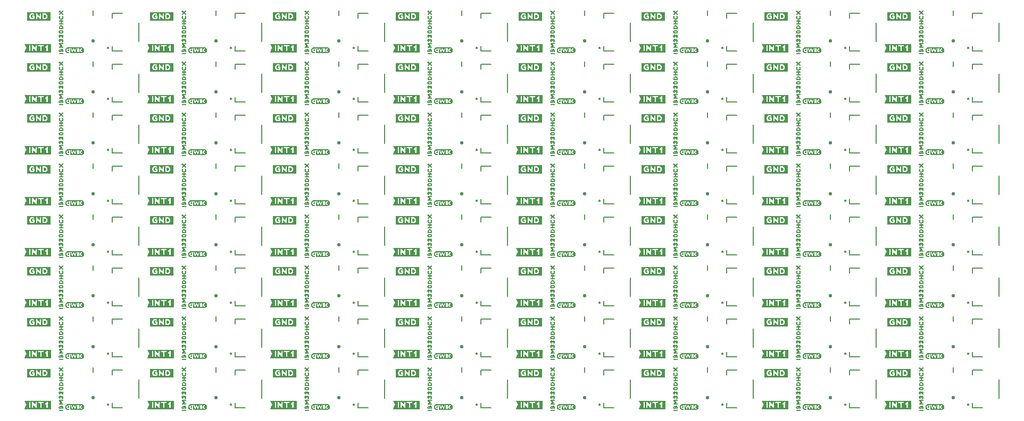
<source format=gto>
G04 EAGLE Gerber RS-274X export*
G75*
%MOMM*%
%FSLAX34Y34*%
%LPD*%
%INSilkscreen Top*%
%IPPOS*%
%AMOC8*
5,1,8,0,0,1.08239X$1,22.5*%
G01*
%ADD10C,0.152400*%
%ADD11C,0.560987*%
%ADD12C,0.203200*%

G36*
X1024117Y168447D02*
X1024117Y168447D01*
X1024115Y168450D01*
X1024119Y168452D01*
X1024219Y169052D01*
X1024216Y169057D01*
X1024219Y169060D01*
X1024219Y181960D01*
X1024183Y182007D01*
X1024180Y182005D01*
X1024178Y182009D01*
X1023578Y182109D01*
X1023573Y182106D01*
X1023570Y182109D01*
X982170Y182109D01*
X982164Y182105D01*
X982160Y182108D01*
X981660Y182008D01*
X981621Y181964D01*
X981633Y181953D01*
X981626Y181938D01*
X984915Y175260D01*
X984626Y174682D01*
X981626Y168682D01*
X981637Y168624D01*
X981649Y168626D01*
X981652Y168614D01*
X982152Y168414D01*
X982165Y168418D01*
X982170Y168411D01*
X1024070Y168411D01*
X1024117Y168447D01*
G37*
G36*
X241797Y574847D02*
X241797Y574847D01*
X241795Y574850D01*
X241799Y574852D01*
X241899Y575452D01*
X241896Y575457D01*
X241899Y575460D01*
X241899Y588360D01*
X241863Y588407D01*
X241860Y588405D01*
X241858Y588409D01*
X241258Y588509D01*
X241253Y588506D01*
X241250Y588509D01*
X199850Y588509D01*
X199844Y588505D01*
X199840Y588508D01*
X199340Y588408D01*
X199301Y588364D01*
X199313Y588353D01*
X199306Y588338D01*
X202595Y581660D01*
X202306Y581082D01*
X199306Y575082D01*
X199317Y575024D01*
X199329Y575026D01*
X199332Y575014D01*
X199832Y574814D01*
X199845Y574818D01*
X199850Y574811D01*
X241750Y574811D01*
X241797Y574847D01*
G37*
G36*
X632957Y493567D02*
X632957Y493567D01*
X632955Y493570D01*
X632959Y493572D01*
X633059Y494172D01*
X633056Y494177D01*
X633059Y494180D01*
X633059Y507080D01*
X633023Y507127D01*
X633020Y507125D01*
X633018Y507129D01*
X632418Y507229D01*
X632413Y507226D01*
X632410Y507229D01*
X591010Y507229D01*
X591004Y507225D01*
X591000Y507228D01*
X590500Y507128D01*
X590461Y507084D01*
X590473Y507073D01*
X590466Y507058D01*
X593755Y500380D01*
X593466Y499802D01*
X590466Y493802D01*
X590477Y493744D01*
X590489Y493746D01*
X590492Y493734D01*
X590992Y493534D01*
X591005Y493538D01*
X591010Y493531D01*
X632910Y493531D01*
X632957Y493567D01*
G37*
G36*
X46217Y331007D02*
X46217Y331007D01*
X46215Y331010D01*
X46219Y331012D01*
X46319Y331612D01*
X46316Y331617D01*
X46319Y331620D01*
X46319Y344520D01*
X46283Y344567D01*
X46280Y344565D01*
X46278Y344569D01*
X45678Y344669D01*
X45673Y344666D01*
X45670Y344669D01*
X4270Y344669D01*
X4264Y344665D01*
X4260Y344668D01*
X3760Y344568D01*
X3721Y344524D01*
X3733Y344513D01*
X3726Y344498D01*
X7015Y337820D01*
X6726Y337242D01*
X3726Y331242D01*
X3737Y331184D01*
X3749Y331186D01*
X3752Y331174D01*
X4252Y330974D01*
X4265Y330978D01*
X4270Y330971D01*
X46170Y330971D01*
X46217Y331007D01*
G37*
G36*
X1219697Y331007D02*
X1219697Y331007D01*
X1219695Y331010D01*
X1219699Y331012D01*
X1219799Y331612D01*
X1219796Y331617D01*
X1219799Y331620D01*
X1219799Y344520D01*
X1219763Y344567D01*
X1219760Y344565D01*
X1219758Y344569D01*
X1219158Y344669D01*
X1219153Y344666D01*
X1219150Y344669D01*
X1177750Y344669D01*
X1177744Y344665D01*
X1177740Y344668D01*
X1177240Y344568D01*
X1177201Y344524D01*
X1177213Y344513D01*
X1177206Y344498D01*
X1180495Y337820D01*
X1180206Y337242D01*
X1177206Y331242D01*
X1177217Y331184D01*
X1177229Y331186D01*
X1177232Y331174D01*
X1177732Y330974D01*
X1177745Y330978D01*
X1177750Y330971D01*
X1219650Y330971D01*
X1219697Y331007D01*
G37*
G36*
X1024117Y493567D02*
X1024117Y493567D01*
X1024115Y493570D01*
X1024119Y493572D01*
X1024219Y494172D01*
X1024216Y494177D01*
X1024219Y494180D01*
X1024219Y507080D01*
X1024183Y507127D01*
X1024180Y507125D01*
X1024178Y507129D01*
X1023578Y507229D01*
X1023573Y507226D01*
X1023570Y507229D01*
X982170Y507229D01*
X982164Y507225D01*
X982160Y507228D01*
X981660Y507128D01*
X981621Y507084D01*
X981633Y507073D01*
X981626Y507058D01*
X984915Y500380D01*
X984626Y499802D01*
X981626Y493802D01*
X981637Y493744D01*
X981649Y493746D01*
X981652Y493734D01*
X982152Y493534D01*
X982165Y493538D01*
X982170Y493531D01*
X1024070Y493531D01*
X1024117Y493567D01*
G37*
G36*
X1415277Y249727D02*
X1415277Y249727D01*
X1415275Y249730D01*
X1415279Y249732D01*
X1415379Y250332D01*
X1415376Y250337D01*
X1415379Y250340D01*
X1415379Y263240D01*
X1415343Y263287D01*
X1415340Y263285D01*
X1415338Y263289D01*
X1414738Y263389D01*
X1414733Y263386D01*
X1414730Y263389D01*
X1373330Y263389D01*
X1373324Y263385D01*
X1373320Y263388D01*
X1372820Y263288D01*
X1372781Y263244D01*
X1372793Y263233D01*
X1372786Y263218D01*
X1376075Y256540D01*
X1375786Y255962D01*
X1372786Y249962D01*
X1372797Y249904D01*
X1372809Y249906D01*
X1372812Y249894D01*
X1373312Y249694D01*
X1373325Y249698D01*
X1373330Y249691D01*
X1415230Y249691D01*
X1415277Y249727D01*
G37*
G36*
X1024117Y331007D02*
X1024117Y331007D01*
X1024115Y331010D01*
X1024119Y331012D01*
X1024219Y331612D01*
X1024216Y331617D01*
X1024219Y331620D01*
X1024219Y344520D01*
X1024183Y344567D01*
X1024180Y344565D01*
X1024178Y344569D01*
X1023578Y344669D01*
X1023573Y344666D01*
X1023570Y344669D01*
X982170Y344669D01*
X982164Y344665D01*
X982160Y344668D01*
X981660Y344568D01*
X981621Y344524D01*
X981633Y344513D01*
X981626Y344498D01*
X984915Y337820D01*
X984626Y337242D01*
X981626Y331242D01*
X981637Y331184D01*
X981649Y331186D01*
X981652Y331174D01*
X982152Y330974D01*
X982165Y330978D01*
X982170Y330971D01*
X1024070Y330971D01*
X1024117Y331007D01*
G37*
G36*
X828537Y331007D02*
X828537Y331007D01*
X828535Y331010D01*
X828539Y331012D01*
X828639Y331612D01*
X828636Y331617D01*
X828639Y331620D01*
X828639Y344520D01*
X828603Y344567D01*
X828600Y344565D01*
X828598Y344569D01*
X827998Y344669D01*
X827993Y344666D01*
X827990Y344669D01*
X786590Y344669D01*
X786584Y344665D01*
X786580Y344668D01*
X786080Y344568D01*
X786041Y344524D01*
X786053Y344513D01*
X786046Y344498D01*
X789335Y337820D01*
X789046Y337242D01*
X786046Y331242D01*
X786057Y331184D01*
X786069Y331186D01*
X786072Y331174D01*
X786572Y330974D01*
X786585Y330978D01*
X786590Y330971D01*
X828490Y330971D01*
X828537Y331007D01*
G37*
G36*
X241797Y331007D02*
X241797Y331007D01*
X241795Y331010D01*
X241799Y331012D01*
X241899Y331612D01*
X241896Y331617D01*
X241899Y331620D01*
X241899Y344520D01*
X241863Y344567D01*
X241860Y344565D01*
X241858Y344569D01*
X241258Y344669D01*
X241253Y344666D01*
X241250Y344669D01*
X199850Y344669D01*
X199844Y344665D01*
X199840Y344668D01*
X199340Y344568D01*
X199301Y344524D01*
X199313Y344513D01*
X199306Y344498D01*
X202595Y337820D01*
X202306Y337242D01*
X199306Y331242D01*
X199317Y331184D01*
X199329Y331186D01*
X199332Y331174D01*
X199832Y330974D01*
X199845Y330978D01*
X199850Y330971D01*
X241750Y330971D01*
X241797Y331007D01*
G37*
G36*
X437377Y331007D02*
X437377Y331007D01*
X437375Y331010D01*
X437379Y331012D01*
X437479Y331612D01*
X437476Y331617D01*
X437479Y331620D01*
X437479Y344520D01*
X437443Y344567D01*
X437440Y344565D01*
X437438Y344569D01*
X436838Y344669D01*
X436833Y344666D01*
X436830Y344669D01*
X395430Y344669D01*
X395424Y344665D01*
X395420Y344668D01*
X394920Y344568D01*
X394881Y344524D01*
X394893Y344513D01*
X394886Y344498D01*
X398175Y337820D01*
X397886Y337242D01*
X394886Y331242D01*
X394897Y331184D01*
X394909Y331186D01*
X394912Y331174D01*
X395412Y330974D01*
X395425Y330978D01*
X395430Y330971D01*
X437330Y330971D01*
X437377Y331007D01*
G37*
G36*
X1415277Y331007D02*
X1415277Y331007D01*
X1415275Y331010D01*
X1415279Y331012D01*
X1415379Y331612D01*
X1415376Y331617D01*
X1415379Y331620D01*
X1415379Y344520D01*
X1415343Y344567D01*
X1415340Y344565D01*
X1415338Y344569D01*
X1414738Y344669D01*
X1414733Y344666D01*
X1414730Y344669D01*
X1373330Y344669D01*
X1373324Y344665D01*
X1373320Y344668D01*
X1372820Y344568D01*
X1372781Y344524D01*
X1372793Y344513D01*
X1372786Y344498D01*
X1376075Y337820D01*
X1375786Y337242D01*
X1372786Y331242D01*
X1372797Y331184D01*
X1372809Y331186D01*
X1372812Y331174D01*
X1373312Y330974D01*
X1373325Y330978D01*
X1373330Y330971D01*
X1415230Y330971D01*
X1415277Y331007D01*
G37*
G36*
X632957Y331007D02*
X632957Y331007D01*
X632955Y331010D01*
X632959Y331012D01*
X633059Y331612D01*
X633056Y331617D01*
X633059Y331620D01*
X633059Y344520D01*
X633023Y344567D01*
X633020Y344565D01*
X633018Y344569D01*
X632418Y344669D01*
X632413Y344666D01*
X632410Y344669D01*
X591010Y344669D01*
X591004Y344665D01*
X591000Y344668D01*
X590500Y344568D01*
X590461Y344524D01*
X590473Y344513D01*
X590466Y344498D01*
X593755Y337820D01*
X593466Y337242D01*
X590466Y331242D01*
X590477Y331184D01*
X590489Y331186D01*
X590492Y331174D01*
X590992Y330974D01*
X591005Y330978D01*
X591010Y330971D01*
X632910Y330971D01*
X632957Y331007D01*
G37*
G36*
X46217Y87167D02*
X46217Y87167D01*
X46215Y87170D01*
X46219Y87172D01*
X46319Y87772D01*
X46316Y87777D01*
X46319Y87780D01*
X46319Y100680D01*
X46283Y100727D01*
X46280Y100725D01*
X46278Y100729D01*
X45678Y100829D01*
X45673Y100826D01*
X45670Y100829D01*
X4270Y100829D01*
X4264Y100825D01*
X4260Y100828D01*
X3760Y100728D01*
X3721Y100684D01*
X3733Y100673D01*
X3726Y100658D01*
X7015Y93980D01*
X6726Y93402D01*
X3726Y87402D01*
X3737Y87344D01*
X3749Y87346D01*
X3752Y87334D01*
X4252Y87134D01*
X4265Y87138D01*
X4270Y87131D01*
X46170Y87131D01*
X46217Y87167D01*
G37*
G36*
X632957Y87167D02*
X632957Y87167D01*
X632955Y87170D01*
X632959Y87172D01*
X633059Y87772D01*
X633056Y87777D01*
X633059Y87780D01*
X633059Y100680D01*
X633023Y100727D01*
X633020Y100725D01*
X633018Y100729D01*
X632418Y100829D01*
X632413Y100826D01*
X632410Y100829D01*
X591010Y100829D01*
X591004Y100825D01*
X591000Y100828D01*
X590500Y100728D01*
X590461Y100684D01*
X590473Y100673D01*
X590466Y100658D01*
X593755Y93980D01*
X593466Y93402D01*
X590466Y87402D01*
X590477Y87344D01*
X590489Y87346D01*
X590492Y87334D01*
X590992Y87134D01*
X591005Y87138D01*
X591010Y87131D01*
X632910Y87131D01*
X632957Y87167D01*
G37*
G36*
X1024117Y87167D02*
X1024117Y87167D01*
X1024115Y87170D01*
X1024119Y87172D01*
X1024219Y87772D01*
X1024216Y87777D01*
X1024219Y87780D01*
X1024219Y100680D01*
X1024183Y100727D01*
X1024180Y100725D01*
X1024178Y100729D01*
X1023578Y100829D01*
X1023573Y100826D01*
X1023570Y100829D01*
X982170Y100829D01*
X982164Y100825D01*
X982160Y100828D01*
X981660Y100728D01*
X981621Y100684D01*
X981633Y100673D01*
X981626Y100658D01*
X984915Y93980D01*
X984626Y93402D01*
X981626Y87402D01*
X981637Y87344D01*
X981649Y87346D01*
X981652Y87334D01*
X982152Y87134D01*
X982165Y87138D01*
X982170Y87131D01*
X1024070Y87131D01*
X1024117Y87167D01*
G37*
G36*
X1415277Y5887D02*
X1415277Y5887D01*
X1415275Y5890D01*
X1415279Y5892D01*
X1415379Y6492D01*
X1415376Y6497D01*
X1415379Y6500D01*
X1415379Y19400D01*
X1415343Y19447D01*
X1415340Y19445D01*
X1415338Y19449D01*
X1414738Y19549D01*
X1414733Y19546D01*
X1414730Y19549D01*
X1373330Y19549D01*
X1373324Y19545D01*
X1373320Y19548D01*
X1372820Y19448D01*
X1372781Y19404D01*
X1372793Y19393D01*
X1372786Y19378D01*
X1376075Y12700D01*
X1375786Y12122D01*
X1372786Y6122D01*
X1372797Y6064D01*
X1372809Y6066D01*
X1372812Y6054D01*
X1373312Y5854D01*
X1373325Y5858D01*
X1373330Y5851D01*
X1415230Y5851D01*
X1415277Y5887D01*
G37*
G36*
X437377Y5887D02*
X437377Y5887D01*
X437375Y5890D01*
X437379Y5892D01*
X437479Y6492D01*
X437476Y6497D01*
X437479Y6500D01*
X437479Y19400D01*
X437443Y19447D01*
X437440Y19445D01*
X437438Y19449D01*
X436838Y19549D01*
X436833Y19546D01*
X436830Y19549D01*
X395430Y19549D01*
X395424Y19545D01*
X395420Y19548D01*
X394920Y19448D01*
X394881Y19404D01*
X394893Y19393D01*
X394886Y19378D01*
X398175Y12700D01*
X397886Y12122D01*
X394886Y6122D01*
X394897Y6064D01*
X394909Y6066D01*
X394912Y6054D01*
X395412Y5854D01*
X395425Y5858D01*
X395430Y5851D01*
X437330Y5851D01*
X437377Y5887D01*
G37*
G36*
X632957Y5887D02*
X632957Y5887D01*
X632955Y5890D01*
X632959Y5892D01*
X633059Y6492D01*
X633056Y6497D01*
X633059Y6500D01*
X633059Y19400D01*
X633023Y19447D01*
X633020Y19445D01*
X633018Y19449D01*
X632418Y19549D01*
X632413Y19546D01*
X632410Y19549D01*
X591010Y19549D01*
X591004Y19545D01*
X591000Y19548D01*
X590500Y19448D01*
X590461Y19404D01*
X590473Y19393D01*
X590466Y19378D01*
X593755Y12700D01*
X593466Y12122D01*
X590466Y6122D01*
X590477Y6064D01*
X590489Y6066D01*
X590492Y6054D01*
X590992Y5854D01*
X591005Y5858D01*
X591010Y5851D01*
X632910Y5851D01*
X632957Y5887D01*
G37*
G36*
X241797Y5887D02*
X241797Y5887D01*
X241795Y5890D01*
X241799Y5892D01*
X241899Y6492D01*
X241896Y6497D01*
X241899Y6500D01*
X241899Y19400D01*
X241863Y19447D01*
X241860Y19445D01*
X241858Y19449D01*
X241258Y19549D01*
X241253Y19546D01*
X241250Y19549D01*
X199850Y19549D01*
X199844Y19545D01*
X199840Y19548D01*
X199340Y19448D01*
X199301Y19404D01*
X199313Y19393D01*
X199306Y19378D01*
X202595Y12700D01*
X202306Y12122D01*
X199306Y6122D01*
X199317Y6064D01*
X199329Y6066D01*
X199332Y6054D01*
X199832Y5854D01*
X199845Y5858D01*
X199850Y5851D01*
X241750Y5851D01*
X241797Y5887D01*
G37*
G36*
X828537Y5887D02*
X828537Y5887D01*
X828535Y5890D01*
X828539Y5892D01*
X828639Y6492D01*
X828636Y6497D01*
X828639Y6500D01*
X828639Y19400D01*
X828603Y19447D01*
X828600Y19445D01*
X828598Y19449D01*
X827998Y19549D01*
X827993Y19546D01*
X827990Y19549D01*
X786590Y19549D01*
X786584Y19545D01*
X786580Y19548D01*
X786080Y19448D01*
X786041Y19404D01*
X786053Y19393D01*
X786046Y19378D01*
X789335Y12700D01*
X789046Y12122D01*
X786046Y6122D01*
X786057Y6064D01*
X786069Y6066D01*
X786072Y6054D01*
X786572Y5854D01*
X786585Y5858D01*
X786590Y5851D01*
X828490Y5851D01*
X828537Y5887D01*
G37*
G36*
X1219697Y5887D02*
X1219697Y5887D01*
X1219695Y5890D01*
X1219699Y5892D01*
X1219799Y6492D01*
X1219796Y6497D01*
X1219799Y6500D01*
X1219799Y19400D01*
X1219763Y19447D01*
X1219760Y19445D01*
X1219758Y19449D01*
X1219158Y19549D01*
X1219153Y19546D01*
X1219150Y19549D01*
X1177750Y19549D01*
X1177744Y19545D01*
X1177740Y19548D01*
X1177240Y19448D01*
X1177201Y19404D01*
X1177213Y19393D01*
X1177206Y19378D01*
X1180495Y12700D01*
X1180206Y12122D01*
X1177206Y6122D01*
X1177217Y6064D01*
X1177229Y6066D01*
X1177232Y6054D01*
X1177732Y5854D01*
X1177745Y5858D01*
X1177750Y5851D01*
X1219650Y5851D01*
X1219697Y5887D01*
G37*
G36*
X46217Y5887D02*
X46217Y5887D01*
X46215Y5890D01*
X46219Y5892D01*
X46319Y6492D01*
X46316Y6497D01*
X46319Y6500D01*
X46319Y19400D01*
X46283Y19447D01*
X46280Y19445D01*
X46278Y19449D01*
X45678Y19549D01*
X45673Y19546D01*
X45670Y19549D01*
X4270Y19549D01*
X4264Y19545D01*
X4260Y19548D01*
X3760Y19448D01*
X3721Y19404D01*
X3733Y19393D01*
X3726Y19378D01*
X7015Y12700D01*
X6726Y12122D01*
X3726Y6122D01*
X3737Y6064D01*
X3749Y6066D01*
X3752Y6054D01*
X4252Y5854D01*
X4265Y5858D01*
X4270Y5851D01*
X46170Y5851D01*
X46217Y5887D01*
G37*
G36*
X1024117Y5887D02*
X1024117Y5887D01*
X1024115Y5890D01*
X1024119Y5892D01*
X1024219Y6492D01*
X1024216Y6497D01*
X1024219Y6500D01*
X1024219Y19400D01*
X1024183Y19447D01*
X1024180Y19445D01*
X1024178Y19449D01*
X1023578Y19549D01*
X1023573Y19546D01*
X1023570Y19549D01*
X982170Y19549D01*
X982164Y19545D01*
X982160Y19548D01*
X981660Y19448D01*
X981621Y19404D01*
X981633Y19393D01*
X981626Y19378D01*
X984915Y12700D01*
X984626Y12122D01*
X981626Y6122D01*
X981637Y6064D01*
X981649Y6066D01*
X981652Y6054D01*
X982152Y5854D01*
X982165Y5858D01*
X982170Y5851D01*
X1024070Y5851D01*
X1024117Y5887D01*
G37*
G36*
X828537Y249727D02*
X828537Y249727D01*
X828535Y249730D01*
X828539Y249732D01*
X828639Y250332D01*
X828636Y250337D01*
X828639Y250340D01*
X828639Y263240D01*
X828603Y263287D01*
X828600Y263285D01*
X828598Y263289D01*
X827998Y263389D01*
X827993Y263386D01*
X827990Y263389D01*
X786590Y263389D01*
X786584Y263385D01*
X786580Y263388D01*
X786080Y263288D01*
X786041Y263244D01*
X786053Y263233D01*
X786046Y263218D01*
X789335Y256540D01*
X789046Y255962D01*
X786046Y249962D01*
X786057Y249904D01*
X786069Y249906D01*
X786072Y249894D01*
X786572Y249694D01*
X786585Y249698D01*
X786590Y249691D01*
X828490Y249691D01*
X828537Y249727D01*
G37*
G36*
X1219697Y168447D02*
X1219697Y168447D01*
X1219695Y168450D01*
X1219699Y168452D01*
X1219799Y169052D01*
X1219796Y169057D01*
X1219799Y169060D01*
X1219799Y181960D01*
X1219763Y182007D01*
X1219760Y182005D01*
X1219758Y182009D01*
X1219158Y182109D01*
X1219153Y182106D01*
X1219150Y182109D01*
X1177750Y182109D01*
X1177744Y182105D01*
X1177740Y182108D01*
X1177240Y182008D01*
X1177201Y181964D01*
X1177213Y181953D01*
X1177206Y181938D01*
X1180495Y175260D01*
X1180206Y174682D01*
X1177206Y168682D01*
X1177217Y168624D01*
X1177229Y168626D01*
X1177232Y168614D01*
X1177732Y168414D01*
X1177745Y168418D01*
X1177750Y168411D01*
X1219650Y168411D01*
X1219697Y168447D01*
G37*
G36*
X632957Y249727D02*
X632957Y249727D01*
X632955Y249730D01*
X632959Y249732D01*
X633059Y250332D01*
X633056Y250337D01*
X633059Y250340D01*
X633059Y263240D01*
X633023Y263287D01*
X633020Y263285D01*
X633018Y263289D01*
X632418Y263389D01*
X632413Y263386D01*
X632410Y263389D01*
X591010Y263389D01*
X591004Y263385D01*
X591000Y263388D01*
X590500Y263288D01*
X590461Y263244D01*
X590473Y263233D01*
X590466Y263218D01*
X593755Y256540D01*
X593466Y255962D01*
X590466Y249962D01*
X590477Y249904D01*
X590489Y249906D01*
X590492Y249894D01*
X590992Y249694D01*
X591005Y249698D01*
X591010Y249691D01*
X632910Y249691D01*
X632957Y249727D01*
G37*
G36*
X241797Y249727D02*
X241797Y249727D01*
X241795Y249730D01*
X241799Y249732D01*
X241899Y250332D01*
X241896Y250337D01*
X241899Y250340D01*
X241899Y263240D01*
X241863Y263287D01*
X241860Y263285D01*
X241858Y263289D01*
X241258Y263389D01*
X241253Y263386D01*
X241250Y263389D01*
X199850Y263389D01*
X199844Y263385D01*
X199840Y263388D01*
X199340Y263288D01*
X199301Y263244D01*
X199313Y263233D01*
X199306Y263218D01*
X202595Y256540D01*
X202306Y255962D01*
X199306Y249962D01*
X199317Y249904D01*
X199329Y249906D01*
X199332Y249894D01*
X199832Y249694D01*
X199845Y249698D01*
X199850Y249691D01*
X241750Y249691D01*
X241797Y249727D01*
G37*
G36*
X241797Y168447D02*
X241797Y168447D01*
X241795Y168450D01*
X241799Y168452D01*
X241899Y169052D01*
X241896Y169057D01*
X241899Y169060D01*
X241899Y181960D01*
X241863Y182007D01*
X241860Y182005D01*
X241858Y182009D01*
X241258Y182109D01*
X241253Y182106D01*
X241250Y182109D01*
X199850Y182109D01*
X199844Y182105D01*
X199840Y182108D01*
X199340Y182008D01*
X199301Y181964D01*
X199313Y181953D01*
X199306Y181938D01*
X202595Y175260D01*
X202306Y174682D01*
X199306Y168682D01*
X199317Y168624D01*
X199329Y168626D01*
X199332Y168614D01*
X199832Y168414D01*
X199845Y168418D01*
X199850Y168411D01*
X241750Y168411D01*
X241797Y168447D01*
G37*
G36*
X1415277Y87167D02*
X1415277Y87167D01*
X1415275Y87170D01*
X1415279Y87172D01*
X1415379Y87772D01*
X1415376Y87777D01*
X1415379Y87780D01*
X1415379Y100680D01*
X1415343Y100727D01*
X1415340Y100725D01*
X1415338Y100729D01*
X1414738Y100829D01*
X1414733Y100826D01*
X1414730Y100829D01*
X1373330Y100829D01*
X1373324Y100825D01*
X1373320Y100828D01*
X1372820Y100728D01*
X1372781Y100684D01*
X1372793Y100673D01*
X1372786Y100658D01*
X1376075Y93980D01*
X1375786Y93402D01*
X1372786Y87402D01*
X1372797Y87344D01*
X1372809Y87346D01*
X1372812Y87334D01*
X1373312Y87134D01*
X1373325Y87138D01*
X1373330Y87131D01*
X1415230Y87131D01*
X1415277Y87167D01*
G37*
G36*
X1219697Y87167D02*
X1219697Y87167D01*
X1219695Y87170D01*
X1219699Y87172D01*
X1219799Y87772D01*
X1219796Y87777D01*
X1219799Y87780D01*
X1219799Y100680D01*
X1219763Y100727D01*
X1219760Y100725D01*
X1219758Y100729D01*
X1219158Y100829D01*
X1219153Y100826D01*
X1219150Y100829D01*
X1177750Y100829D01*
X1177744Y100825D01*
X1177740Y100828D01*
X1177240Y100728D01*
X1177201Y100684D01*
X1177213Y100673D01*
X1177206Y100658D01*
X1180495Y93980D01*
X1180206Y93402D01*
X1177206Y87402D01*
X1177217Y87344D01*
X1177229Y87346D01*
X1177232Y87334D01*
X1177732Y87134D01*
X1177745Y87138D01*
X1177750Y87131D01*
X1219650Y87131D01*
X1219697Y87167D01*
G37*
G36*
X437377Y87167D02*
X437377Y87167D01*
X437375Y87170D01*
X437379Y87172D01*
X437479Y87772D01*
X437476Y87777D01*
X437479Y87780D01*
X437479Y100680D01*
X437443Y100727D01*
X437440Y100725D01*
X437438Y100729D01*
X436838Y100829D01*
X436833Y100826D01*
X436830Y100829D01*
X395430Y100829D01*
X395424Y100825D01*
X395420Y100828D01*
X394920Y100728D01*
X394881Y100684D01*
X394893Y100673D01*
X394886Y100658D01*
X398175Y93980D01*
X397886Y93402D01*
X394886Y87402D01*
X394897Y87344D01*
X394909Y87346D01*
X394912Y87334D01*
X395412Y87134D01*
X395425Y87138D01*
X395430Y87131D01*
X437330Y87131D01*
X437377Y87167D01*
G37*
G36*
X1219697Y412287D02*
X1219697Y412287D01*
X1219695Y412290D01*
X1219699Y412292D01*
X1219799Y412892D01*
X1219796Y412897D01*
X1219799Y412900D01*
X1219799Y425800D01*
X1219763Y425847D01*
X1219760Y425845D01*
X1219758Y425849D01*
X1219158Y425949D01*
X1219153Y425946D01*
X1219150Y425949D01*
X1177750Y425949D01*
X1177744Y425945D01*
X1177740Y425948D01*
X1177240Y425848D01*
X1177201Y425804D01*
X1177213Y425793D01*
X1177206Y425778D01*
X1180495Y419100D01*
X1180206Y418522D01*
X1177206Y412522D01*
X1177217Y412464D01*
X1177229Y412466D01*
X1177232Y412454D01*
X1177732Y412254D01*
X1177745Y412258D01*
X1177750Y412251D01*
X1219650Y412251D01*
X1219697Y412287D01*
G37*
G36*
X632957Y168447D02*
X632957Y168447D01*
X632955Y168450D01*
X632959Y168452D01*
X633059Y169052D01*
X633056Y169057D01*
X633059Y169060D01*
X633059Y181960D01*
X633023Y182007D01*
X633020Y182005D01*
X633018Y182009D01*
X632418Y182109D01*
X632413Y182106D01*
X632410Y182109D01*
X591010Y182109D01*
X591004Y182105D01*
X591000Y182108D01*
X590500Y182008D01*
X590461Y181964D01*
X590473Y181953D01*
X590466Y181938D01*
X593755Y175260D01*
X593466Y174682D01*
X590466Y168682D01*
X590477Y168624D01*
X590489Y168626D01*
X590492Y168614D01*
X590992Y168414D01*
X591005Y168418D01*
X591010Y168411D01*
X632910Y168411D01*
X632957Y168447D01*
G37*
G36*
X828537Y168447D02*
X828537Y168447D01*
X828535Y168450D01*
X828539Y168452D01*
X828639Y169052D01*
X828636Y169057D01*
X828639Y169060D01*
X828639Y181960D01*
X828603Y182007D01*
X828600Y182005D01*
X828598Y182009D01*
X827998Y182109D01*
X827993Y182106D01*
X827990Y182109D01*
X786590Y182109D01*
X786584Y182105D01*
X786580Y182108D01*
X786080Y182008D01*
X786041Y181964D01*
X786053Y181953D01*
X786046Y181938D01*
X789335Y175260D01*
X789046Y174682D01*
X786046Y168682D01*
X786057Y168624D01*
X786069Y168626D01*
X786072Y168614D01*
X786572Y168414D01*
X786585Y168418D01*
X786590Y168411D01*
X828490Y168411D01*
X828537Y168447D01*
G37*
G36*
X46217Y168447D02*
X46217Y168447D01*
X46215Y168450D01*
X46219Y168452D01*
X46319Y169052D01*
X46316Y169057D01*
X46319Y169060D01*
X46319Y181960D01*
X46283Y182007D01*
X46280Y182005D01*
X46278Y182009D01*
X45678Y182109D01*
X45673Y182106D01*
X45670Y182109D01*
X4270Y182109D01*
X4264Y182105D01*
X4260Y182108D01*
X3760Y182008D01*
X3721Y181964D01*
X3733Y181953D01*
X3726Y181938D01*
X7015Y175260D01*
X6726Y174682D01*
X3726Y168682D01*
X3737Y168624D01*
X3749Y168626D01*
X3752Y168614D01*
X4252Y168414D01*
X4265Y168418D01*
X4270Y168411D01*
X46170Y168411D01*
X46217Y168447D01*
G37*
G36*
X437377Y249727D02*
X437377Y249727D01*
X437375Y249730D01*
X437379Y249732D01*
X437479Y250332D01*
X437476Y250337D01*
X437479Y250340D01*
X437479Y263240D01*
X437443Y263287D01*
X437440Y263285D01*
X437438Y263289D01*
X436838Y263389D01*
X436833Y263386D01*
X436830Y263389D01*
X395430Y263389D01*
X395424Y263385D01*
X395420Y263388D01*
X394920Y263288D01*
X394881Y263244D01*
X394893Y263233D01*
X394886Y263218D01*
X398175Y256540D01*
X397886Y255962D01*
X394886Y249962D01*
X394897Y249904D01*
X394909Y249906D01*
X394912Y249894D01*
X395412Y249694D01*
X395425Y249698D01*
X395430Y249691D01*
X437330Y249691D01*
X437377Y249727D01*
G37*
G36*
X1415277Y168447D02*
X1415277Y168447D01*
X1415275Y168450D01*
X1415279Y168452D01*
X1415379Y169052D01*
X1415376Y169057D01*
X1415379Y169060D01*
X1415379Y181960D01*
X1415343Y182007D01*
X1415340Y182005D01*
X1415338Y182009D01*
X1414738Y182109D01*
X1414733Y182106D01*
X1414730Y182109D01*
X1373330Y182109D01*
X1373324Y182105D01*
X1373320Y182108D01*
X1372820Y182008D01*
X1372781Y181964D01*
X1372793Y181953D01*
X1372786Y181938D01*
X1376075Y175260D01*
X1375786Y174682D01*
X1372786Y168682D01*
X1372797Y168624D01*
X1372809Y168626D01*
X1372812Y168614D01*
X1373312Y168414D01*
X1373325Y168418D01*
X1373330Y168411D01*
X1415230Y168411D01*
X1415277Y168447D01*
G37*
G36*
X437377Y168447D02*
X437377Y168447D01*
X437375Y168450D01*
X437379Y168452D01*
X437479Y169052D01*
X437476Y169057D01*
X437479Y169060D01*
X437479Y181960D01*
X437443Y182007D01*
X437440Y182005D01*
X437438Y182009D01*
X436838Y182109D01*
X436833Y182106D01*
X436830Y182109D01*
X395430Y182109D01*
X395424Y182105D01*
X395420Y182108D01*
X394920Y182008D01*
X394881Y181964D01*
X394893Y181953D01*
X394886Y181938D01*
X398175Y175260D01*
X397886Y174682D01*
X394886Y168682D01*
X394897Y168624D01*
X394909Y168626D01*
X394912Y168614D01*
X395412Y168414D01*
X395425Y168418D01*
X395430Y168411D01*
X437330Y168411D01*
X437377Y168447D01*
G37*
G36*
X46217Y493567D02*
X46217Y493567D01*
X46215Y493570D01*
X46219Y493572D01*
X46319Y494172D01*
X46316Y494177D01*
X46319Y494180D01*
X46319Y507080D01*
X46283Y507127D01*
X46280Y507125D01*
X46278Y507129D01*
X45678Y507229D01*
X45673Y507226D01*
X45670Y507229D01*
X4270Y507229D01*
X4264Y507225D01*
X4260Y507228D01*
X3760Y507128D01*
X3721Y507084D01*
X3733Y507073D01*
X3726Y507058D01*
X7015Y500380D01*
X6726Y499802D01*
X3726Y493802D01*
X3737Y493744D01*
X3749Y493746D01*
X3752Y493734D01*
X4252Y493534D01*
X4265Y493538D01*
X4270Y493531D01*
X46170Y493531D01*
X46217Y493567D01*
G37*
G36*
X1415277Y493567D02*
X1415277Y493567D01*
X1415275Y493570D01*
X1415279Y493572D01*
X1415379Y494172D01*
X1415376Y494177D01*
X1415379Y494180D01*
X1415379Y507080D01*
X1415343Y507127D01*
X1415340Y507125D01*
X1415338Y507129D01*
X1414738Y507229D01*
X1414733Y507226D01*
X1414730Y507229D01*
X1373330Y507229D01*
X1373324Y507225D01*
X1373320Y507228D01*
X1372820Y507128D01*
X1372781Y507084D01*
X1372793Y507073D01*
X1372786Y507058D01*
X1376075Y500380D01*
X1375786Y499802D01*
X1372786Y493802D01*
X1372797Y493744D01*
X1372809Y493746D01*
X1372812Y493734D01*
X1373312Y493534D01*
X1373325Y493538D01*
X1373330Y493531D01*
X1415230Y493531D01*
X1415277Y493567D01*
G37*
G36*
X241797Y493567D02*
X241797Y493567D01*
X241795Y493570D01*
X241799Y493572D01*
X241899Y494172D01*
X241896Y494177D01*
X241899Y494180D01*
X241899Y507080D01*
X241863Y507127D01*
X241860Y507125D01*
X241858Y507129D01*
X241258Y507229D01*
X241253Y507226D01*
X241250Y507229D01*
X199850Y507229D01*
X199844Y507225D01*
X199840Y507228D01*
X199340Y507128D01*
X199301Y507084D01*
X199313Y507073D01*
X199306Y507058D01*
X202595Y500380D01*
X202306Y499802D01*
X199306Y493802D01*
X199317Y493744D01*
X199329Y493746D01*
X199332Y493734D01*
X199832Y493534D01*
X199845Y493538D01*
X199850Y493531D01*
X241750Y493531D01*
X241797Y493567D01*
G37*
G36*
X1219697Y493567D02*
X1219697Y493567D01*
X1219695Y493570D01*
X1219699Y493572D01*
X1219799Y494172D01*
X1219796Y494177D01*
X1219799Y494180D01*
X1219799Y507080D01*
X1219763Y507127D01*
X1219760Y507125D01*
X1219758Y507129D01*
X1219158Y507229D01*
X1219153Y507226D01*
X1219150Y507229D01*
X1177750Y507229D01*
X1177744Y507225D01*
X1177740Y507228D01*
X1177240Y507128D01*
X1177201Y507084D01*
X1177213Y507073D01*
X1177206Y507058D01*
X1180495Y500380D01*
X1180206Y499802D01*
X1177206Y493802D01*
X1177217Y493744D01*
X1177229Y493746D01*
X1177232Y493734D01*
X1177732Y493534D01*
X1177745Y493538D01*
X1177750Y493531D01*
X1219650Y493531D01*
X1219697Y493567D01*
G37*
G36*
X828537Y493567D02*
X828537Y493567D01*
X828535Y493570D01*
X828539Y493572D01*
X828639Y494172D01*
X828636Y494177D01*
X828639Y494180D01*
X828639Y507080D01*
X828603Y507127D01*
X828600Y507125D01*
X828598Y507129D01*
X827998Y507229D01*
X827993Y507226D01*
X827990Y507229D01*
X786590Y507229D01*
X786584Y507225D01*
X786580Y507228D01*
X786080Y507128D01*
X786041Y507084D01*
X786053Y507073D01*
X786046Y507058D01*
X789335Y500380D01*
X789046Y499802D01*
X786046Y493802D01*
X786057Y493744D01*
X786069Y493746D01*
X786072Y493734D01*
X786572Y493534D01*
X786585Y493538D01*
X786590Y493531D01*
X828490Y493531D01*
X828537Y493567D01*
G37*
G36*
X437377Y493567D02*
X437377Y493567D01*
X437375Y493570D01*
X437379Y493572D01*
X437479Y494172D01*
X437476Y494177D01*
X437479Y494180D01*
X437479Y507080D01*
X437443Y507127D01*
X437440Y507125D01*
X437438Y507129D01*
X436838Y507229D01*
X436833Y507226D01*
X436830Y507229D01*
X395430Y507229D01*
X395424Y507225D01*
X395420Y507228D01*
X394920Y507128D01*
X394881Y507084D01*
X394893Y507073D01*
X394886Y507058D01*
X398175Y500380D01*
X397886Y499802D01*
X394886Y493802D01*
X394897Y493744D01*
X394909Y493746D01*
X394912Y493734D01*
X395412Y493534D01*
X395425Y493538D01*
X395430Y493531D01*
X437330Y493531D01*
X437377Y493567D01*
G37*
G36*
X46217Y249727D02*
X46217Y249727D01*
X46215Y249730D01*
X46219Y249732D01*
X46319Y250332D01*
X46316Y250337D01*
X46319Y250340D01*
X46319Y263240D01*
X46283Y263287D01*
X46280Y263285D01*
X46278Y263289D01*
X45678Y263389D01*
X45673Y263386D01*
X45670Y263389D01*
X4270Y263389D01*
X4264Y263385D01*
X4260Y263388D01*
X3760Y263288D01*
X3721Y263244D01*
X3733Y263233D01*
X3726Y263218D01*
X7015Y256540D01*
X6726Y255962D01*
X3726Y249962D01*
X3737Y249904D01*
X3749Y249906D01*
X3752Y249894D01*
X4252Y249694D01*
X4265Y249698D01*
X4270Y249691D01*
X46170Y249691D01*
X46217Y249727D01*
G37*
G36*
X1219697Y249727D02*
X1219697Y249727D01*
X1219695Y249730D01*
X1219699Y249732D01*
X1219799Y250332D01*
X1219796Y250337D01*
X1219799Y250340D01*
X1219799Y263240D01*
X1219763Y263287D01*
X1219760Y263285D01*
X1219758Y263289D01*
X1219158Y263389D01*
X1219153Y263386D01*
X1219150Y263389D01*
X1177750Y263389D01*
X1177744Y263385D01*
X1177740Y263388D01*
X1177240Y263288D01*
X1177201Y263244D01*
X1177213Y263233D01*
X1177206Y263218D01*
X1180495Y256540D01*
X1180206Y255962D01*
X1177206Y249962D01*
X1177217Y249904D01*
X1177229Y249906D01*
X1177232Y249894D01*
X1177732Y249694D01*
X1177745Y249698D01*
X1177750Y249691D01*
X1219650Y249691D01*
X1219697Y249727D01*
G37*
G36*
X1024117Y249727D02*
X1024117Y249727D01*
X1024115Y249730D01*
X1024119Y249732D01*
X1024219Y250332D01*
X1024216Y250337D01*
X1024219Y250340D01*
X1024219Y263240D01*
X1024183Y263287D01*
X1024180Y263285D01*
X1024178Y263289D01*
X1023578Y263389D01*
X1023573Y263386D01*
X1023570Y263389D01*
X982170Y263389D01*
X982164Y263385D01*
X982160Y263388D01*
X981660Y263288D01*
X981621Y263244D01*
X981633Y263233D01*
X981626Y263218D01*
X984915Y256540D01*
X984626Y255962D01*
X981626Y249962D01*
X981637Y249904D01*
X981649Y249906D01*
X981652Y249894D01*
X982152Y249694D01*
X982165Y249698D01*
X982170Y249691D01*
X1024070Y249691D01*
X1024117Y249727D01*
G37*
G36*
X828537Y87167D02*
X828537Y87167D01*
X828535Y87170D01*
X828539Y87172D01*
X828639Y87772D01*
X828636Y87777D01*
X828639Y87780D01*
X828639Y100680D01*
X828603Y100727D01*
X828600Y100725D01*
X828598Y100729D01*
X827998Y100829D01*
X827993Y100826D01*
X827990Y100829D01*
X786590Y100829D01*
X786584Y100825D01*
X786580Y100828D01*
X786080Y100728D01*
X786041Y100684D01*
X786053Y100673D01*
X786046Y100658D01*
X789335Y93980D01*
X789046Y93402D01*
X786046Y87402D01*
X786057Y87344D01*
X786069Y87346D01*
X786072Y87334D01*
X786572Y87134D01*
X786585Y87138D01*
X786590Y87131D01*
X828490Y87131D01*
X828537Y87167D01*
G37*
G36*
X241797Y87167D02*
X241797Y87167D01*
X241795Y87170D01*
X241799Y87172D01*
X241899Y87772D01*
X241896Y87777D01*
X241899Y87780D01*
X241899Y100680D01*
X241863Y100727D01*
X241860Y100725D01*
X241858Y100729D01*
X241258Y100829D01*
X241253Y100826D01*
X241250Y100829D01*
X199850Y100829D01*
X199844Y100825D01*
X199840Y100828D01*
X199340Y100728D01*
X199301Y100684D01*
X199313Y100673D01*
X199306Y100658D01*
X202595Y93980D01*
X202306Y93402D01*
X199306Y87402D01*
X199317Y87344D01*
X199329Y87346D01*
X199332Y87334D01*
X199832Y87134D01*
X199845Y87138D01*
X199850Y87131D01*
X241750Y87131D01*
X241797Y87167D01*
G37*
G36*
X1415277Y574847D02*
X1415277Y574847D01*
X1415275Y574850D01*
X1415279Y574852D01*
X1415379Y575452D01*
X1415376Y575457D01*
X1415379Y575460D01*
X1415379Y588360D01*
X1415343Y588407D01*
X1415340Y588405D01*
X1415338Y588409D01*
X1414738Y588509D01*
X1414733Y588506D01*
X1414730Y588509D01*
X1373330Y588509D01*
X1373324Y588505D01*
X1373320Y588508D01*
X1372820Y588408D01*
X1372781Y588364D01*
X1372793Y588353D01*
X1372786Y588338D01*
X1376075Y581660D01*
X1375786Y581082D01*
X1372786Y575082D01*
X1372797Y575024D01*
X1372809Y575026D01*
X1372812Y575014D01*
X1373312Y574814D01*
X1373325Y574818D01*
X1373330Y574811D01*
X1415230Y574811D01*
X1415277Y574847D01*
G37*
G36*
X632957Y574847D02*
X632957Y574847D01*
X632955Y574850D01*
X632959Y574852D01*
X633059Y575452D01*
X633056Y575457D01*
X633059Y575460D01*
X633059Y588360D01*
X633023Y588407D01*
X633020Y588405D01*
X633018Y588409D01*
X632418Y588509D01*
X632413Y588506D01*
X632410Y588509D01*
X591010Y588509D01*
X591004Y588505D01*
X591000Y588508D01*
X590500Y588408D01*
X590461Y588364D01*
X590473Y588353D01*
X590466Y588338D01*
X593755Y581660D01*
X593466Y581082D01*
X590466Y575082D01*
X590477Y575024D01*
X590489Y575026D01*
X590492Y575014D01*
X590992Y574814D01*
X591005Y574818D01*
X591010Y574811D01*
X632910Y574811D01*
X632957Y574847D01*
G37*
G36*
X828537Y574847D02*
X828537Y574847D01*
X828535Y574850D01*
X828539Y574852D01*
X828639Y575452D01*
X828636Y575457D01*
X828639Y575460D01*
X828639Y588360D01*
X828603Y588407D01*
X828600Y588405D01*
X828598Y588409D01*
X827998Y588509D01*
X827993Y588506D01*
X827990Y588509D01*
X786590Y588509D01*
X786584Y588505D01*
X786580Y588508D01*
X786080Y588408D01*
X786041Y588364D01*
X786053Y588353D01*
X786046Y588338D01*
X789335Y581660D01*
X789046Y581082D01*
X786046Y575082D01*
X786057Y575024D01*
X786069Y575026D01*
X786072Y575014D01*
X786572Y574814D01*
X786585Y574818D01*
X786590Y574811D01*
X828490Y574811D01*
X828537Y574847D01*
G37*
G36*
X437377Y574847D02*
X437377Y574847D01*
X437375Y574850D01*
X437379Y574852D01*
X437479Y575452D01*
X437476Y575457D01*
X437479Y575460D01*
X437479Y588360D01*
X437443Y588407D01*
X437440Y588405D01*
X437438Y588409D01*
X436838Y588509D01*
X436833Y588506D01*
X436830Y588509D01*
X395430Y588509D01*
X395424Y588505D01*
X395420Y588508D01*
X394920Y588408D01*
X394881Y588364D01*
X394893Y588353D01*
X394886Y588338D01*
X398175Y581660D01*
X397886Y581082D01*
X394886Y575082D01*
X394897Y575024D01*
X394909Y575026D01*
X394912Y575014D01*
X395412Y574814D01*
X395425Y574818D01*
X395430Y574811D01*
X437330Y574811D01*
X437377Y574847D01*
G37*
G36*
X46217Y574847D02*
X46217Y574847D01*
X46215Y574850D01*
X46219Y574852D01*
X46319Y575452D01*
X46316Y575457D01*
X46319Y575460D01*
X46319Y588360D01*
X46283Y588407D01*
X46280Y588405D01*
X46278Y588409D01*
X45678Y588509D01*
X45673Y588506D01*
X45670Y588509D01*
X4270Y588509D01*
X4264Y588505D01*
X4260Y588508D01*
X3760Y588408D01*
X3721Y588364D01*
X3733Y588353D01*
X3726Y588338D01*
X7015Y581660D01*
X6726Y581082D01*
X3726Y575082D01*
X3737Y575024D01*
X3749Y575026D01*
X3752Y575014D01*
X4252Y574814D01*
X4265Y574818D01*
X4270Y574811D01*
X46170Y574811D01*
X46217Y574847D01*
G37*
G36*
X1219697Y574847D02*
X1219697Y574847D01*
X1219695Y574850D01*
X1219699Y574852D01*
X1219799Y575452D01*
X1219796Y575457D01*
X1219799Y575460D01*
X1219799Y588360D01*
X1219763Y588407D01*
X1219760Y588405D01*
X1219758Y588409D01*
X1219158Y588509D01*
X1219153Y588506D01*
X1219150Y588509D01*
X1177750Y588509D01*
X1177744Y588505D01*
X1177740Y588508D01*
X1177240Y588408D01*
X1177201Y588364D01*
X1177213Y588353D01*
X1177206Y588338D01*
X1180495Y581660D01*
X1180206Y581082D01*
X1177206Y575082D01*
X1177217Y575024D01*
X1177229Y575026D01*
X1177232Y575014D01*
X1177732Y574814D01*
X1177745Y574818D01*
X1177750Y574811D01*
X1219650Y574811D01*
X1219697Y574847D01*
G37*
G36*
X1024117Y574847D02*
X1024117Y574847D01*
X1024115Y574850D01*
X1024119Y574852D01*
X1024219Y575452D01*
X1024216Y575457D01*
X1024219Y575460D01*
X1024219Y588360D01*
X1024183Y588407D01*
X1024180Y588405D01*
X1024178Y588409D01*
X1023578Y588509D01*
X1023573Y588506D01*
X1023570Y588509D01*
X982170Y588509D01*
X982164Y588505D01*
X982160Y588508D01*
X981660Y588408D01*
X981621Y588364D01*
X981633Y588353D01*
X981626Y588338D01*
X984915Y581660D01*
X984626Y581082D01*
X981626Y575082D01*
X981637Y575024D01*
X981649Y575026D01*
X981652Y575014D01*
X982152Y574814D01*
X982165Y574818D01*
X982170Y574811D01*
X1024070Y574811D01*
X1024117Y574847D01*
G37*
G36*
X241797Y412287D02*
X241797Y412287D01*
X241795Y412290D01*
X241799Y412292D01*
X241899Y412892D01*
X241896Y412897D01*
X241899Y412900D01*
X241899Y425800D01*
X241863Y425847D01*
X241860Y425845D01*
X241858Y425849D01*
X241258Y425949D01*
X241253Y425946D01*
X241250Y425949D01*
X199850Y425949D01*
X199844Y425945D01*
X199840Y425948D01*
X199340Y425848D01*
X199301Y425804D01*
X199313Y425793D01*
X199306Y425778D01*
X202595Y419100D01*
X202306Y418522D01*
X199306Y412522D01*
X199317Y412464D01*
X199329Y412466D01*
X199332Y412454D01*
X199832Y412254D01*
X199845Y412258D01*
X199850Y412251D01*
X241750Y412251D01*
X241797Y412287D01*
G37*
G36*
X632957Y412287D02*
X632957Y412287D01*
X632955Y412290D01*
X632959Y412292D01*
X633059Y412892D01*
X633056Y412897D01*
X633059Y412900D01*
X633059Y425800D01*
X633023Y425847D01*
X633020Y425845D01*
X633018Y425849D01*
X632418Y425949D01*
X632413Y425946D01*
X632410Y425949D01*
X591010Y425949D01*
X591004Y425945D01*
X591000Y425948D01*
X590500Y425848D01*
X590461Y425804D01*
X590473Y425793D01*
X590466Y425778D01*
X593755Y419100D01*
X593466Y418522D01*
X590466Y412522D01*
X590477Y412464D01*
X590489Y412466D01*
X590492Y412454D01*
X590992Y412254D01*
X591005Y412258D01*
X591010Y412251D01*
X632910Y412251D01*
X632957Y412287D01*
G37*
G36*
X46217Y412287D02*
X46217Y412287D01*
X46215Y412290D01*
X46219Y412292D01*
X46319Y412892D01*
X46316Y412897D01*
X46319Y412900D01*
X46319Y425800D01*
X46283Y425847D01*
X46280Y425845D01*
X46278Y425849D01*
X45678Y425949D01*
X45673Y425946D01*
X45670Y425949D01*
X4270Y425949D01*
X4264Y425945D01*
X4260Y425948D01*
X3760Y425848D01*
X3721Y425804D01*
X3733Y425793D01*
X3726Y425778D01*
X7015Y419100D01*
X6726Y418522D01*
X3726Y412522D01*
X3737Y412464D01*
X3749Y412466D01*
X3752Y412454D01*
X4252Y412254D01*
X4265Y412258D01*
X4270Y412251D01*
X46170Y412251D01*
X46217Y412287D01*
G37*
G36*
X828537Y412287D02*
X828537Y412287D01*
X828535Y412290D01*
X828539Y412292D01*
X828639Y412892D01*
X828636Y412897D01*
X828639Y412900D01*
X828639Y425800D01*
X828603Y425847D01*
X828600Y425845D01*
X828598Y425849D01*
X827998Y425949D01*
X827993Y425946D01*
X827990Y425949D01*
X786590Y425949D01*
X786584Y425945D01*
X786580Y425948D01*
X786080Y425848D01*
X786041Y425804D01*
X786053Y425793D01*
X786046Y425778D01*
X789335Y419100D01*
X789046Y418522D01*
X786046Y412522D01*
X786057Y412464D01*
X786069Y412466D01*
X786072Y412454D01*
X786572Y412254D01*
X786585Y412258D01*
X786590Y412251D01*
X828490Y412251D01*
X828537Y412287D01*
G37*
G36*
X437377Y412287D02*
X437377Y412287D01*
X437375Y412290D01*
X437379Y412292D01*
X437479Y412892D01*
X437476Y412897D01*
X437479Y412900D01*
X437479Y425800D01*
X437443Y425847D01*
X437440Y425845D01*
X437438Y425849D01*
X436838Y425949D01*
X436833Y425946D01*
X436830Y425949D01*
X395430Y425949D01*
X395424Y425945D01*
X395420Y425948D01*
X394920Y425848D01*
X394881Y425804D01*
X394893Y425793D01*
X394886Y425778D01*
X398175Y419100D01*
X397886Y418522D01*
X394886Y412522D01*
X394897Y412464D01*
X394909Y412466D01*
X394912Y412454D01*
X395412Y412254D01*
X395425Y412258D01*
X395430Y412251D01*
X437330Y412251D01*
X437377Y412287D01*
G37*
G36*
X1415277Y412287D02*
X1415277Y412287D01*
X1415275Y412290D01*
X1415279Y412292D01*
X1415379Y412892D01*
X1415376Y412897D01*
X1415379Y412900D01*
X1415379Y425800D01*
X1415343Y425847D01*
X1415340Y425845D01*
X1415338Y425849D01*
X1414738Y425949D01*
X1414733Y425946D01*
X1414730Y425949D01*
X1373330Y425949D01*
X1373324Y425945D01*
X1373320Y425948D01*
X1372820Y425848D01*
X1372781Y425804D01*
X1372793Y425793D01*
X1372786Y425778D01*
X1376075Y419100D01*
X1375786Y418522D01*
X1372786Y412522D01*
X1372797Y412464D01*
X1372809Y412466D01*
X1372812Y412454D01*
X1373312Y412254D01*
X1373325Y412258D01*
X1373330Y412251D01*
X1415230Y412251D01*
X1415277Y412287D01*
G37*
G36*
X1024117Y412287D02*
X1024117Y412287D01*
X1024115Y412290D01*
X1024119Y412292D01*
X1024219Y412892D01*
X1024216Y412897D01*
X1024219Y412900D01*
X1024219Y425800D01*
X1024183Y425847D01*
X1024180Y425845D01*
X1024178Y425849D01*
X1023578Y425949D01*
X1023573Y425946D01*
X1023570Y425949D01*
X982170Y425949D01*
X982164Y425945D01*
X982160Y425948D01*
X981660Y425848D01*
X981621Y425804D01*
X981633Y425793D01*
X981626Y425778D01*
X984915Y419100D01*
X984626Y418522D01*
X981626Y412522D01*
X981637Y412464D01*
X981649Y412466D01*
X981652Y412454D01*
X982152Y412254D01*
X982165Y412258D01*
X982170Y412251D01*
X1024070Y412251D01*
X1024117Y412287D01*
G37*
G36*
X436777Y56687D02*
X436777Y56687D01*
X436772Y56694D01*
X436779Y56700D01*
X436779Y70200D01*
X436743Y70247D01*
X436740Y70245D01*
X436738Y70249D01*
X436138Y70349D01*
X436133Y70346D01*
X436130Y70349D01*
X402330Y70349D01*
X402323Y70344D01*
X402314Y70347D01*
X402310Y70334D01*
X402283Y70313D01*
X402288Y70307D01*
X402287Y70306D01*
X402297Y70294D01*
X402296Y70293D01*
X402270Y70329D01*
X402238Y70339D01*
X402230Y70349D01*
X398930Y70349D01*
X398883Y70313D01*
X398886Y70309D01*
X398883Y70306D01*
X398885Y70303D01*
X398881Y70300D01*
X398881Y56800D01*
X398917Y56753D01*
X398920Y56755D01*
X398922Y56751D01*
X399522Y56651D01*
X399527Y56654D01*
X399530Y56651D01*
X436730Y56651D01*
X436777Y56687D01*
G37*
G36*
X1414677Y56687D02*
X1414677Y56687D01*
X1414672Y56694D01*
X1414679Y56700D01*
X1414679Y70200D01*
X1414643Y70247D01*
X1414640Y70245D01*
X1414638Y70249D01*
X1414038Y70349D01*
X1414033Y70346D01*
X1414030Y70349D01*
X1380230Y70349D01*
X1380223Y70344D01*
X1380214Y70347D01*
X1380210Y70334D01*
X1380183Y70313D01*
X1380188Y70307D01*
X1380187Y70306D01*
X1380197Y70294D01*
X1380196Y70293D01*
X1380170Y70329D01*
X1380138Y70339D01*
X1380130Y70349D01*
X1376830Y70349D01*
X1376783Y70313D01*
X1376786Y70309D01*
X1376783Y70306D01*
X1376785Y70303D01*
X1376781Y70300D01*
X1376781Y56800D01*
X1376817Y56753D01*
X1376820Y56755D01*
X1376822Y56751D01*
X1377422Y56651D01*
X1377427Y56654D01*
X1377430Y56651D01*
X1414630Y56651D01*
X1414677Y56687D01*
G37*
G36*
X632357Y56687D02*
X632357Y56687D01*
X632352Y56694D01*
X632359Y56700D01*
X632359Y70200D01*
X632323Y70247D01*
X632320Y70245D01*
X632318Y70249D01*
X631718Y70349D01*
X631713Y70346D01*
X631710Y70349D01*
X597910Y70349D01*
X597903Y70344D01*
X597894Y70347D01*
X597890Y70334D01*
X597863Y70313D01*
X597868Y70307D01*
X597867Y70306D01*
X597877Y70294D01*
X597876Y70293D01*
X597850Y70329D01*
X597818Y70339D01*
X597810Y70349D01*
X594510Y70349D01*
X594463Y70313D01*
X594466Y70309D01*
X594463Y70306D01*
X594465Y70303D01*
X594461Y70300D01*
X594461Y56800D01*
X594497Y56753D01*
X594500Y56755D01*
X594502Y56751D01*
X595102Y56651D01*
X595107Y56654D01*
X595110Y56651D01*
X632310Y56651D01*
X632357Y56687D01*
G37*
G36*
X1219097Y56687D02*
X1219097Y56687D01*
X1219092Y56694D01*
X1219099Y56700D01*
X1219099Y70200D01*
X1219063Y70247D01*
X1219060Y70245D01*
X1219058Y70249D01*
X1218458Y70349D01*
X1218453Y70346D01*
X1218450Y70349D01*
X1184650Y70349D01*
X1184643Y70344D01*
X1184634Y70347D01*
X1184630Y70334D01*
X1184603Y70313D01*
X1184608Y70307D01*
X1184607Y70306D01*
X1184617Y70294D01*
X1184616Y70293D01*
X1184590Y70329D01*
X1184558Y70339D01*
X1184550Y70349D01*
X1181250Y70349D01*
X1181203Y70313D01*
X1181206Y70309D01*
X1181203Y70306D01*
X1181205Y70303D01*
X1181201Y70300D01*
X1181201Y56800D01*
X1181237Y56753D01*
X1181240Y56755D01*
X1181242Y56751D01*
X1181842Y56651D01*
X1181847Y56654D01*
X1181850Y56651D01*
X1219050Y56651D01*
X1219097Y56687D01*
G37*
G36*
X45617Y56687D02*
X45617Y56687D01*
X45612Y56694D01*
X45619Y56700D01*
X45619Y70200D01*
X45583Y70247D01*
X45580Y70245D01*
X45578Y70249D01*
X44978Y70349D01*
X44973Y70346D01*
X44970Y70349D01*
X11170Y70349D01*
X11163Y70344D01*
X11154Y70347D01*
X11150Y70334D01*
X11123Y70313D01*
X11128Y70307D01*
X11127Y70306D01*
X11137Y70294D01*
X11136Y70293D01*
X11110Y70329D01*
X11078Y70339D01*
X11070Y70349D01*
X7770Y70349D01*
X7723Y70313D01*
X7726Y70309D01*
X7723Y70306D01*
X7725Y70303D01*
X7721Y70300D01*
X7721Y56800D01*
X7757Y56753D01*
X7760Y56755D01*
X7762Y56751D01*
X8362Y56651D01*
X8367Y56654D01*
X8370Y56651D01*
X45570Y56651D01*
X45617Y56687D01*
G37*
G36*
X1023517Y56687D02*
X1023517Y56687D01*
X1023512Y56694D01*
X1023519Y56700D01*
X1023519Y70200D01*
X1023483Y70247D01*
X1023480Y70245D01*
X1023478Y70249D01*
X1022878Y70349D01*
X1022873Y70346D01*
X1022870Y70349D01*
X989070Y70349D01*
X989063Y70344D01*
X989054Y70347D01*
X989050Y70334D01*
X989023Y70313D01*
X989028Y70307D01*
X989027Y70306D01*
X989037Y70294D01*
X989036Y70293D01*
X989010Y70329D01*
X988978Y70339D01*
X988970Y70349D01*
X985670Y70349D01*
X985623Y70313D01*
X985626Y70309D01*
X985623Y70306D01*
X985625Y70303D01*
X985621Y70300D01*
X985621Y56800D01*
X985657Y56753D01*
X985660Y56755D01*
X985662Y56751D01*
X986262Y56651D01*
X986267Y56654D01*
X986270Y56651D01*
X1023470Y56651D01*
X1023517Y56687D01*
G37*
G36*
X827937Y56687D02*
X827937Y56687D01*
X827932Y56694D01*
X827939Y56700D01*
X827939Y70200D01*
X827903Y70247D01*
X827900Y70245D01*
X827898Y70249D01*
X827298Y70349D01*
X827293Y70346D01*
X827290Y70349D01*
X793490Y70349D01*
X793483Y70344D01*
X793474Y70347D01*
X793470Y70334D01*
X793443Y70313D01*
X793448Y70307D01*
X793447Y70306D01*
X793457Y70294D01*
X793456Y70293D01*
X793430Y70329D01*
X793398Y70339D01*
X793390Y70349D01*
X790090Y70349D01*
X790043Y70313D01*
X790046Y70309D01*
X790043Y70306D01*
X790045Y70303D01*
X790041Y70300D01*
X790041Y56800D01*
X790077Y56753D01*
X790080Y56755D01*
X790082Y56751D01*
X790682Y56651D01*
X790687Y56654D01*
X790690Y56651D01*
X827890Y56651D01*
X827937Y56687D01*
G37*
G36*
X241197Y56687D02*
X241197Y56687D01*
X241192Y56694D01*
X241199Y56700D01*
X241199Y70200D01*
X241163Y70247D01*
X241160Y70245D01*
X241158Y70249D01*
X240558Y70349D01*
X240553Y70346D01*
X240550Y70349D01*
X206750Y70349D01*
X206743Y70344D01*
X206734Y70347D01*
X206730Y70334D01*
X206703Y70313D01*
X206708Y70307D01*
X206707Y70306D01*
X206717Y70294D01*
X206716Y70293D01*
X206690Y70329D01*
X206658Y70339D01*
X206650Y70349D01*
X203350Y70349D01*
X203303Y70313D01*
X203306Y70309D01*
X203303Y70306D01*
X203305Y70303D01*
X203301Y70300D01*
X203301Y56800D01*
X203337Y56753D01*
X203340Y56755D01*
X203342Y56751D01*
X203942Y56651D01*
X203947Y56654D01*
X203950Y56651D01*
X241150Y56651D01*
X241197Y56687D01*
G37*
G36*
X45617Y625647D02*
X45617Y625647D01*
X45612Y625654D01*
X45619Y625660D01*
X45619Y639160D01*
X45583Y639207D01*
X45580Y639205D01*
X45578Y639209D01*
X44978Y639309D01*
X44973Y639306D01*
X44970Y639309D01*
X11170Y639309D01*
X11163Y639304D01*
X11154Y639307D01*
X11150Y639294D01*
X11123Y639273D01*
X11128Y639267D01*
X11127Y639266D01*
X11137Y639254D01*
X11136Y639253D01*
X11110Y639289D01*
X11078Y639299D01*
X11070Y639309D01*
X7770Y639309D01*
X7723Y639273D01*
X7726Y639269D01*
X7723Y639266D01*
X7725Y639263D01*
X7721Y639260D01*
X7721Y625760D01*
X7757Y625713D01*
X7760Y625715D01*
X7762Y625711D01*
X8362Y625611D01*
X8367Y625614D01*
X8370Y625611D01*
X45570Y625611D01*
X45617Y625647D01*
G37*
G36*
X827937Y625647D02*
X827937Y625647D01*
X827932Y625654D01*
X827939Y625660D01*
X827939Y639160D01*
X827903Y639207D01*
X827900Y639205D01*
X827898Y639209D01*
X827298Y639309D01*
X827293Y639306D01*
X827290Y639309D01*
X793490Y639309D01*
X793483Y639304D01*
X793474Y639307D01*
X793470Y639294D01*
X793443Y639273D01*
X793448Y639267D01*
X793447Y639266D01*
X793457Y639254D01*
X793456Y639253D01*
X793430Y639289D01*
X793398Y639299D01*
X793390Y639309D01*
X790090Y639309D01*
X790043Y639273D01*
X790046Y639269D01*
X790043Y639266D01*
X790045Y639263D01*
X790041Y639260D01*
X790041Y625760D01*
X790077Y625713D01*
X790080Y625715D01*
X790082Y625711D01*
X790682Y625611D01*
X790687Y625614D01*
X790690Y625611D01*
X827890Y625611D01*
X827937Y625647D01*
G37*
G36*
X1219097Y625647D02*
X1219097Y625647D01*
X1219092Y625654D01*
X1219099Y625660D01*
X1219099Y639160D01*
X1219063Y639207D01*
X1219060Y639205D01*
X1219058Y639209D01*
X1218458Y639309D01*
X1218453Y639306D01*
X1218450Y639309D01*
X1184650Y639309D01*
X1184643Y639304D01*
X1184634Y639307D01*
X1184630Y639294D01*
X1184603Y639273D01*
X1184608Y639267D01*
X1184607Y639266D01*
X1184617Y639254D01*
X1184616Y639253D01*
X1184590Y639289D01*
X1184558Y639299D01*
X1184550Y639309D01*
X1181250Y639309D01*
X1181203Y639273D01*
X1181206Y639269D01*
X1181203Y639266D01*
X1181205Y639263D01*
X1181201Y639260D01*
X1181201Y625760D01*
X1181237Y625713D01*
X1181240Y625715D01*
X1181242Y625711D01*
X1181842Y625611D01*
X1181847Y625614D01*
X1181850Y625611D01*
X1219050Y625611D01*
X1219097Y625647D01*
G37*
G36*
X241197Y625647D02*
X241197Y625647D01*
X241192Y625654D01*
X241199Y625660D01*
X241199Y639160D01*
X241163Y639207D01*
X241160Y639205D01*
X241158Y639209D01*
X240558Y639309D01*
X240553Y639306D01*
X240550Y639309D01*
X206750Y639309D01*
X206743Y639304D01*
X206734Y639307D01*
X206730Y639294D01*
X206703Y639273D01*
X206708Y639267D01*
X206707Y639266D01*
X206717Y639254D01*
X206716Y639253D01*
X206690Y639289D01*
X206658Y639299D01*
X206650Y639309D01*
X203350Y639309D01*
X203303Y639273D01*
X203306Y639269D01*
X203303Y639266D01*
X203305Y639263D01*
X203301Y639260D01*
X203301Y625760D01*
X203337Y625713D01*
X203340Y625715D01*
X203342Y625711D01*
X203942Y625611D01*
X203947Y625614D01*
X203950Y625611D01*
X241150Y625611D01*
X241197Y625647D01*
G37*
G36*
X436777Y625647D02*
X436777Y625647D01*
X436772Y625654D01*
X436779Y625660D01*
X436779Y639160D01*
X436743Y639207D01*
X436740Y639205D01*
X436738Y639209D01*
X436138Y639309D01*
X436133Y639306D01*
X436130Y639309D01*
X402330Y639309D01*
X402323Y639304D01*
X402314Y639307D01*
X402310Y639294D01*
X402283Y639273D01*
X402288Y639267D01*
X402287Y639266D01*
X402297Y639254D01*
X402296Y639253D01*
X402270Y639289D01*
X402238Y639299D01*
X402230Y639309D01*
X398930Y639309D01*
X398883Y639273D01*
X398886Y639269D01*
X398883Y639266D01*
X398885Y639263D01*
X398881Y639260D01*
X398881Y625760D01*
X398917Y625713D01*
X398920Y625715D01*
X398922Y625711D01*
X399522Y625611D01*
X399527Y625614D01*
X399530Y625611D01*
X436730Y625611D01*
X436777Y625647D01*
G37*
G36*
X1219097Y381807D02*
X1219097Y381807D01*
X1219092Y381814D01*
X1219099Y381820D01*
X1219099Y395320D01*
X1219063Y395367D01*
X1219060Y395365D01*
X1219058Y395369D01*
X1218458Y395469D01*
X1218453Y395466D01*
X1218450Y395469D01*
X1184650Y395469D01*
X1184643Y395464D01*
X1184634Y395467D01*
X1184630Y395454D01*
X1184603Y395433D01*
X1184608Y395427D01*
X1184607Y395426D01*
X1184617Y395414D01*
X1184616Y395413D01*
X1184590Y395449D01*
X1184558Y395459D01*
X1184550Y395469D01*
X1181250Y395469D01*
X1181203Y395433D01*
X1181206Y395429D01*
X1181203Y395426D01*
X1181205Y395423D01*
X1181201Y395420D01*
X1181201Y381920D01*
X1181237Y381873D01*
X1181240Y381875D01*
X1181242Y381871D01*
X1181842Y381771D01*
X1181847Y381774D01*
X1181850Y381771D01*
X1219050Y381771D01*
X1219097Y381807D01*
G37*
G36*
X632357Y381807D02*
X632357Y381807D01*
X632352Y381814D01*
X632359Y381820D01*
X632359Y395320D01*
X632323Y395367D01*
X632320Y395365D01*
X632318Y395369D01*
X631718Y395469D01*
X631713Y395466D01*
X631710Y395469D01*
X597910Y395469D01*
X597903Y395464D01*
X597894Y395467D01*
X597890Y395454D01*
X597863Y395433D01*
X597868Y395427D01*
X597867Y395426D01*
X597877Y395414D01*
X597876Y395413D01*
X597850Y395449D01*
X597818Y395459D01*
X597810Y395469D01*
X594510Y395469D01*
X594463Y395433D01*
X594466Y395429D01*
X594463Y395426D01*
X594465Y395423D01*
X594461Y395420D01*
X594461Y381920D01*
X594497Y381873D01*
X594500Y381875D01*
X594502Y381871D01*
X595102Y381771D01*
X595107Y381774D01*
X595110Y381771D01*
X632310Y381771D01*
X632357Y381807D01*
G37*
G36*
X436777Y381807D02*
X436777Y381807D01*
X436772Y381814D01*
X436779Y381820D01*
X436779Y395320D01*
X436743Y395367D01*
X436740Y395365D01*
X436738Y395369D01*
X436138Y395469D01*
X436133Y395466D01*
X436130Y395469D01*
X402330Y395469D01*
X402323Y395464D01*
X402314Y395467D01*
X402310Y395454D01*
X402283Y395433D01*
X402288Y395427D01*
X402287Y395426D01*
X402297Y395414D01*
X402296Y395413D01*
X402270Y395449D01*
X402238Y395459D01*
X402230Y395469D01*
X398930Y395469D01*
X398883Y395433D01*
X398886Y395429D01*
X398883Y395426D01*
X398885Y395423D01*
X398881Y395420D01*
X398881Y381920D01*
X398917Y381873D01*
X398920Y381875D01*
X398922Y381871D01*
X399522Y381771D01*
X399527Y381774D01*
X399530Y381771D01*
X436730Y381771D01*
X436777Y381807D01*
G37*
G36*
X45617Y381807D02*
X45617Y381807D01*
X45612Y381814D01*
X45619Y381820D01*
X45619Y395320D01*
X45583Y395367D01*
X45580Y395365D01*
X45578Y395369D01*
X44978Y395469D01*
X44973Y395466D01*
X44970Y395469D01*
X11170Y395469D01*
X11163Y395464D01*
X11154Y395467D01*
X11150Y395454D01*
X11123Y395433D01*
X11128Y395427D01*
X11127Y395426D01*
X11137Y395414D01*
X11136Y395413D01*
X11110Y395449D01*
X11078Y395459D01*
X11070Y395469D01*
X7770Y395469D01*
X7723Y395433D01*
X7726Y395429D01*
X7723Y395426D01*
X7725Y395423D01*
X7721Y395420D01*
X7721Y381920D01*
X7757Y381873D01*
X7760Y381875D01*
X7762Y381871D01*
X8362Y381771D01*
X8367Y381774D01*
X8370Y381771D01*
X45570Y381771D01*
X45617Y381807D01*
G37*
G36*
X1023517Y625647D02*
X1023517Y625647D01*
X1023512Y625654D01*
X1023519Y625660D01*
X1023519Y639160D01*
X1023483Y639207D01*
X1023480Y639205D01*
X1023478Y639209D01*
X1022878Y639309D01*
X1022873Y639306D01*
X1022870Y639309D01*
X989070Y639309D01*
X989063Y639304D01*
X989054Y639307D01*
X989050Y639294D01*
X989023Y639273D01*
X989028Y639267D01*
X989027Y639266D01*
X989037Y639254D01*
X989036Y639253D01*
X989010Y639289D01*
X988978Y639299D01*
X988970Y639309D01*
X985670Y639309D01*
X985623Y639273D01*
X985626Y639269D01*
X985623Y639266D01*
X985625Y639263D01*
X985621Y639260D01*
X985621Y625760D01*
X985657Y625713D01*
X985660Y625715D01*
X985662Y625711D01*
X986262Y625611D01*
X986267Y625614D01*
X986270Y625611D01*
X1023470Y625611D01*
X1023517Y625647D01*
G37*
G36*
X827937Y300527D02*
X827937Y300527D01*
X827932Y300534D01*
X827939Y300540D01*
X827939Y314040D01*
X827903Y314087D01*
X827900Y314085D01*
X827898Y314089D01*
X827298Y314189D01*
X827293Y314186D01*
X827290Y314189D01*
X793490Y314189D01*
X793483Y314184D01*
X793474Y314187D01*
X793470Y314174D01*
X793443Y314153D01*
X793448Y314147D01*
X793447Y314146D01*
X793457Y314134D01*
X793456Y314133D01*
X793430Y314169D01*
X793398Y314179D01*
X793390Y314189D01*
X790090Y314189D01*
X790043Y314153D01*
X790046Y314149D01*
X790043Y314146D01*
X790045Y314143D01*
X790041Y314140D01*
X790041Y300640D01*
X790077Y300593D01*
X790080Y300595D01*
X790082Y300591D01*
X790682Y300491D01*
X790687Y300494D01*
X790690Y300491D01*
X827890Y300491D01*
X827937Y300527D01*
G37*
G36*
X1219097Y219247D02*
X1219097Y219247D01*
X1219092Y219254D01*
X1219099Y219260D01*
X1219099Y232760D01*
X1219063Y232807D01*
X1219060Y232805D01*
X1219058Y232809D01*
X1218458Y232909D01*
X1218453Y232906D01*
X1218450Y232909D01*
X1184650Y232909D01*
X1184643Y232904D01*
X1184634Y232907D01*
X1184630Y232894D01*
X1184603Y232873D01*
X1184608Y232867D01*
X1184607Y232866D01*
X1184617Y232854D01*
X1184616Y232853D01*
X1184590Y232889D01*
X1184558Y232899D01*
X1184550Y232909D01*
X1181250Y232909D01*
X1181203Y232873D01*
X1181206Y232869D01*
X1181203Y232866D01*
X1181205Y232863D01*
X1181201Y232860D01*
X1181201Y219360D01*
X1181237Y219313D01*
X1181240Y219315D01*
X1181242Y219311D01*
X1181842Y219211D01*
X1181847Y219214D01*
X1181850Y219211D01*
X1219050Y219211D01*
X1219097Y219247D01*
G37*
G36*
X827937Y463087D02*
X827937Y463087D01*
X827932Y463094D01*
X827939Y463100D01*
X827939Y476600D01*
X827903Y476647D01*
X827900Y476645D01*
X827898Y476649D01*
X827298Y476749D01*
X827293Y476746D01*
X827290Y476749D01*
X793490Y476749D01*
X793483Y476744D01*
X793474Y476747D01*
X793470Y476734D01*
X793443Y476713D01*
X793448Y476707D01*
X793447Y476706D01*
X793457Y476694D01*
X793456Y476693D01*
X793430Y476729D01*
X793398Y476739D01*
X793390Y476749D01*
X790090Y476749D01*
X790043Y476713D01*
X790046Y476709D01*
X790043Y476706D01*
X790045Y476703D01*
X790041Y476700D01*
X790041Y463200D01*
X790077Y463153D01*
X790080Y463155D01*
X790082Y463151D01*
X790682Y463051D01*
X790687Y463054D01*
X790690Y463051D01*
X827890Y463051D01*
X827937Y463087D01*
G37*
G36*
X632357Y463087D02*
X632357Y463087D01*
X632352Y463094D01*
X632359Y463100D01*
X632359Y476600D01*
X632323Y476647D01*
X632320Y476645D01*
X632318Y476649D01*
X631718Y476749D01*
X631713Y476746D01*
X631710Y476749D01*
X597910Y476749D01*
X597903Y476744D01*
X597894Y476747D01*
X597890Y476734D01*
X597863Y476713D01*
X597868Y476707D01*
X597867Y476706D01*
X597877Y476694D01*
X597876Y476693D01*
X597850Y476729D01*
X597818Y476739D01*
X597810Y476749D01*
X594510Y476749D01*
X594463Y476713D01*
X594466Y476709D01*
X594463Y476706D01*
X594465Y476703D01*
X594461Y476700D01*
X594461Y463200D01*
X594497Y463153D01*
X594500Y463155D01*
X594502Y463151D01*
X595102Y463051D01*
X595107Y463054D01*
X595110Y463051D01*
X632310Y463051D01*
X632357Y463087D01*
G37*
G36*
X1219097Y463087D02*
X1219097Y463087D01*
X1219092Y463094D01*
X1219099Y463100D01*
X1219099Y476600D01*
X1219063Y476647D01*
X1219060Y476645D01*
X1219058Y476649D01*
X1218458Y476749D01*
X1218453Y476746D01*
X1218450Y476749D01*
X1184650Y476749D01*
X1184643Y476744D01*
X1184634Y476747D01*
X1184630Y476734D01*
X1184603Y476713D01*
X1184608Y476707D01*
X1184607Y476706D01*
X1184617Y476694D01*
X1184616Y476693D01*
X1184590Y476729D01*
X1184558Y476739D01*
X1184550Y476749D01*
X1181250Y476749D01*
X1181203Y476713D01*
X1181206Y476709D01*
X1181203Y476706D01*
X1181205Y476703D01*
X1181201Y476700D01*
X1181201Y463200D01*
X1181237Y463153D01*
X1181240Y463155D01*
X1181242Y463151D01*
X1181842Y463051D01*
X1181847Y463054D01*
X1181850Y463051D01*
X1219050Y463051D01*
X1219097Y463087D01*
G37*
G36*
X1414677Y463087D02*
X1414677Y463087D01*
X1414672Y463094D01*
X1414679Y463100D01*
X1414679Y476600D01*
X1414643Y476647D01*
X1414640Y476645D01*
X1414638Y476649D01*
X1414038Y476749D01*
X1414033Y476746D01*
X1414030Y476749D01*
X1380230Y476749D01*
X1380223Y476744D01*
X1380214Y476747D01*
X1380210Y476734D01*
X1380183Y476713D01*
X1380188Y476707D01*
X1380187Y476706D01*
X1380197Y476694D01*
X1380196Y476693D01*
X1380170Y476729D01*
X1380138Y476739D01*
X1380130Y476749D01*
X1376830Y476749D01*
X1376783Y476713D01*
X1376786Y476709D01*
X1376783Y476706D01*
X1376785Y476703D01*
X1376781Y476700D01*
X1376781Y463200D01*
X1376817Y463153D01*
X1376820Y463155D01*
X1376822Y463151D01*
X1377422Y463051D01*
X1377427Y463054D01*
X1377430Y463051D01*
X1414630Y463051D01*
X1414677Y463087D01*
G37*
G36*
X436777Y463087D02*
X436777Y463087D01*
X436772Y463094D01*
X436779Y463100D01*
X436779Y476600D01*
X436743Y476647D01*
X436740Y476645D01*
X436738Y476649D01*
X436138Y476749D01*
X436133Y476746D01*
X436130Y476749D01*
X402330Y476749D01*
X402323Y476744D01*
X402314Y476747D01*
X402310Y476734D01*
X402283Y476713D01*
X402288Y476707D01*
X402287Y476706D01*
X402297Y476694D01*
X402296Y476693D01*
X402270Y476729D01*
X402238Y476739D01*
X402230Y476749D01*
X398930Y476749D01*
X398883Y476713D01*
X398886Y476709D01*
X398883Y476706D01*
X398885Y476703D01*
X398881Y476700D01*
X398881Y463200D01*
X398917Y463153D01*
X398920Y463155D01*
X398922Y463151D01*
X399522Y463051D01*
X399527Y463054D01*
X399530Y463051D01*
X436730Y463051D01*
X436777Y463087D01*
G37*
G36*
X1023517Y463087D02*
X1023517Y463087D01*
X1023512Y463094D01*
X1023519Y463100D01*
X1023519Y476600D01*
X1023483Y476647D01*
X1023480Y476645D01*
X1023478Y476649D01*
X1022878Y476749D01*
X1022873Y476746D01*
X1022870Y476749D01*
X989070Y476749D01*
X989063Y476744D01*
X989054Y476747D01*
X989050Y476734D01*
X989023Y476713D01*
X989028Y476707D01*
X989027Y476706D01*
X989037Y476694D01*
X989036Y476693D01*
X989010Y476729D01*
X988978Y476739D01*
X988970Y476749D01*
X985670Y476749D01*
X985623Y476713D01*
X985626Y476709D01*
X985623Y476706D01*
X985625Y476703D01*
X985621Y476700D01*
X985621Y463200D01*
X985657Y463153D01*
X985660Y463155D01*
X985662Y463151D01*
X986262Y463051D01*
X986267Y463054D01*
X986270Y463051D01*
X1023470Y463051D01*
X1023517Y463087D01*
G37*
G36*
X241197Y463087D02*
X241197Y463087D01*
X241192Y463094D01*
X241199Y463100D01*
X241199Y476600D01*
X241163Y476647D01*
X241160Y476645D01*
X241158Y476649D01*
X240558Y476749D01*
X240553Y476746D01*
X240550Y476749D01*
X206750Y476749D01*
X206743Y476744D01*
X206734Y476747D01*
X206730Y476734D01*
X206703Y476713D01*
X206708Y476707D01*
X206707Y476706D01*
X206717Y476694D01*
X206716Y476693D01*
X206690Y476729D01*
X206658Y476739D01*
X206650Y476749D01*
X203350Y476749D01*
X203303Y476713D01*
X203306Y476709D01*
X203303Y476706D01*
X203305Y476703D01*
X203301Y476700D01*
X203301Y463200D01*
X203337Y463153D01*
X203340Y463155D01*
X203342Y463151D01*
X203942Y463051D01*
X203947Y463054D01*
X203950Y463051D01*
X241150Y463051D01*
X241197Y463087D01*
G37*
G36*
X827937Y137967D02*
X827937Y137967D01*
X827932Y137974D01*
X827939Y137980D01*
X827939Y151480D01*
X827903Y151527D01*
X827900Y151525D01*
X827898Y151529D01*
X827298Y151629D01*
X827293Y151626D01*
X827290Y151629D01*
X793490Y151629D01*
X793483Y151624D01*
X793474Y151627D01*
X793470Y151614D01*
X793443Y151593D01*
X793448Y151587D01*
X793447Y151586D01*
X793457Y151574D01*
X793456Y151573D01*
X793430Y151609D01*
X793398Y151619D01*
X793390Y151629D01*
X790090Y151629D01*
X790043Y151593D01*
X790046Y151589D01*
X790043Y151586D01*
X790045Y151583D01*
X790041Y151580D01*
X790041Y138080D01*
X790077Y138033D01*
X790080Y138035D01*
X790082Y138031D01*
X790682Y137931D01*
X790687Y137934D01*
X790690Y137931D01*
X827890Y137931D01*
X827937Y137967D01*
G37*
G36*
X241197Y137967D02*
X241197Y137967D01*
X241192Y137974D01*
X241199Y137980D01*
X241199Y151480D01*
X241163Y151527D01*
X241160Y151525D01*
X241158Y151529D01*
X240558Y151629D01*
X240553Y151626D01*
X240550Y151629D01*
X206750Y151629D01*
X206743Y151624D01*
X206734Y151627D01*
X206730Y151614D01*
X206703Y151593D01*
X206708Y151587D01*
X206707Y151586D01*
X206717Y151574D01*
X206716Y151573D01*
X206690Y151609D01*
X206658Y151619D01*
X206650Y151629D01*
X203350Y151629D01*
X203303Y151593D01*
X203306Y151589D01*
X203303Y151586D01*
X203305Y151583D01*
X203301Y151580D01*
X203301Y138080D01*
X203337Y138033D01*
X203340Y138035D01*
X203342Y138031D01*
X203942Y137931D01*
X203947Y137934D01*
X203950Y137931D01*
X241150Y137931D01*
X241197Y137967D01*
G37*
G36*
X632357Y137967D02*
X632357Y137967D01*
X632352Y137974D01*
X632359Y137980D01*
X632359Y151480D01*
X632323Y151527D01*
X632320Y151525D01*
X632318Y151529D01*
X631718Y151629D01*
X631713Y151626D01*
X631710Y151629D01*
X597910Y151629D01*
X597903Y151624D01*
X597894Y151627D01*
X597890Y151614D01*
X597863Y151593D01*
X597868Y151587D01*
X597867Y151586D01*
X597877Y151574D01*
X597876Y151573D01*
X597850Y151609D01*
X597818Y151619D01*
X597810Y151629D01*
X594510Y151629D01*
X594463Y151593D01*
X594466Y151589D01*
X594463Y151586D01*
X594465Y151583D01*
X594461Y151580D01*
X594461Y138080D01*
X594497Y138033D01*
X594500Y138035D01*
X594502Y138031D01*
X595102Y137931D01*
X595107Y137934D01*
X595110Y137931D01*
X632310Y137931D01*
X632357Y137967D01*
G37*
G36*
X436777Y137967D02*
X436777Y137967D01*
X436772Y137974D01*
X436779Y137980D01*
X436779Y151480D01*
X436743Y151527D01*
X436740Y151525D01*
X436738Y151529D01*
X436138Y151629D01*
X436133Y151626D01*
X436130Y151629D01*
X402330Y151629D01*
X402323Y151624D01*
X402314Y151627D01*
X402310Y151614D01*
X402283Y151593D01*
X402288Y151587D01*
X402287Y151586D01*
X402297Y151574D01*
X402296Y151573D01*
X402270Y151609D01*
X402238Y151619D01*
X402230Y151629D01*
X398930Y151629D01*
X398883Y151593D01*
X398886Y151589D01*
X398883Y151586D01*
X398885Y151583D01*
X398881Y151580D01*
X398881Y138080D01*
X398917Y138033D01*
X398920Y138035D01*
X398922Y138031D01*
X399522Y137931D01*
X399527Y137934D01*
X399530Y137931D01*
X436730Y137931D01*
X436777Y137967D01*
G37*
G36*
X45617Y137967D02*
X45617Y137967D01*
X45612Y137974D01*
X45619Y137980D01*
X45619Y151480D01*
X45583Y151527D01*
X45580Y151525D01*
X45578Y151529D01*
X44978Y151629D01*
X44973Y151626D01*
X44970Y151629D01*
X11170Y151629D01*
X11163Y151624D01*
X11154Y151627D01*
X11150Y151614D01*
X11123Y151593D01*
X11128Y151587D01*
X11127Y151586D01*
X11137Y151574D01*
X11136Y151573D01*
X11110Y151609D01*
X11078Y151619D01*
X11070Y151629D01*
X7770Y151629D01*
X7723Y151593D01*
X7726Y151589D01*
X7723Y151586D01*
X7725Y151583D01*
X7721Y151580D01*
X7721Y138080D01*
X7757Y138033D01*
X7760Y138035D01*
X7762Y138031D01*
X8362Y137931D01*
X8367Y137934D01*
X8370Y137931D01*
X45570Y137931D01*
X45617Y137967D01*
G37*
G36*
X241197Y381807D02*
X241197Y381807D01*
X241192Y381814D01*
X241199Y381820D01*
X241199Y395320D01*
X241163Y395367D01*
X241160Y395365D01*
X241158Y395369D01*
X240558Y395469D01*
X240553Y395466D01*
X240550Y395469D01*
X206750Y395469D01*
X206743Y395464D01*
X206734Y395467D01*
X206730Y395454D01*
X206703Y395433D01*
X206708Y395427D01*
X206707Y395426D01*
X206717Y395414D01*
X206716Y395413D01*
X206690Y395449D01*
X206658Y395459D01*
X206650Y395469D01*
X203350Y395469D01*
X203303Y395433D01*
X203306Y395429D01*
X203303Y395426D01*
X203305Y395423D01*
X203301Y395420D01*
X203301Y381920D01*
X203337Y381873D01*
X203340Y381875D01*
X203342Y381871D01*
X203942Y381771D01*
X203947Y381774D01*
X203950Y381771D01*
X241150Y381771D01*
X241197Y381807D01*
G37*
G36*
X1023517Y219247D02*
X1023517Y219247D01*
X1023512Y219254D01*
X1023519Y219260D01*
X1023519Y232760D01*
X1023483Y232807D01*
X1023480Y232805D01*
X1023478Y232809D01*
X1022878Y232909D01*
X1022873Y232906D01*
X1022870Y232909D01*
X989070Y232909D01*
X989063Y232904D01*
X989054Y232907D01*
X989050Y232894D01*
X989023Y232873D01*
X989028Y232867D01*
X989027Y232866D01*
X989037Y232854D01*
X989036Y232853D01*
X989010Y232889D01*
X988978Y232899D01*
X988970Y232909D01*
X985670Y232909D01*
X985623Y232873D01*
X985626Y232869D01*
X985623Y232866D01*
X985625Y232863D01*
X985621Y232860D01*
X985621Y219360D01*
X985657Y219313D01*
X985660Y219315D01*
X985662Y219311D01*
X986262Y219211D01*
X986267Y219214D01*
X986270Y219211D01*
X1023470Y219211D01*
X1023517Y219247D01*
G37*
G36*
X241197Y219247D02*
X241197Y219247D01*
X241192Y219254D01*
X241199Y219260D01*
X241199Y232760D01*
X241163Y232807D01*
X241160Y232805D01*
X241158Y232809D01*
X240558Y232909D01*
X240553Y232906D01*
X240550Y232909D01*
X206750Y232909D01*
X206743Y232904D01*
X206734Y232907D01*
X206730Y232894D01*
X206703Y232873D01*
X206708Y232867D01*
X206707Y232866D01*
X206717Y232854D01*
X206716Y232853D01*
X206690Y232889D01*
X206658Y232899D01*
X206650Y232909D01*
X203350Y232909D01*
X203303Y232873D01*
X203306Y232869D01*
X203303Y232866D01*
X203305Y232863D01*
X203301Y232860D01*
X203301Y219360D01*
X203337Y219313D01*
X203340Y219315D01*
X203342Y219311D01*
X203942Y219211D01*
X203947Y219214D01*
X203950Y219211D01*
X241150Y219211D01*
X241197Y219247D01*
G37*
G36*
X1414677Y219247D02*
X1414677Y219247D01*
X1414672Y219254D01*
X1414679Y219260D01*
X1414679Y232760D01*
X1414643Y232807D01*
X1414640Y232805D01*
X1414638Y232809D01*
X1414038Y232909D01*
X1414033Y232906D01*
X1414030Y232909D01*
X1380230Y232909D01*
X1380223Y232904D01*
X1380214Y232907D01*
X1380210Y232894D01*
X1380183Y232873D01*
X1380188Y232867D01*
X1380187Y232866D01*
X1380197Y232854D01*
X1380196Y232853D01*
X1380170Y232889D01*
X1380138Y232899D01*
X1380130Y232909D01*
X1376830Y232909D01*
X1376783Y232873D01*
X1376786Y232869D01*
X1376783Y232866D01*
X1376785Y232863D01*
X1376781Y232860D01*
X1376781Y219360D01*
X1376817Y219313D01*
X1376820Y219315D01*
X1376822Y219311D01*
X1377422Y219211D01*
X1377427Y219214D01*
X1377430Y219211D01*
X1414630Y219211D01*
X1414677Y219247D01*
G37*
G36*
X827937Y219247D02*
X827937Y219247D01*
X827932Y219254D01*
X827939Y219260D01*
X827939Y232760D01*
X827903Y232807D01*
X827900Y232805D01*
X827898Y232809D01*
X827298Y232909D01*
X827293Y232906D01*
X827290Y232909D01*
X793490Y232909D01*
X793483Y232904D01*
X793474Y232907D01*
X793470Y232894D01*
X793443Y232873D01*
X793448Y232867D01*
X793447Y232866D01*
X793457Y232854D01*
X793456Y232853D01*
X793430Y232889D01*
X793398Y232899D01*
X793390Y232909D01*
X790090Y232909D01*
X790043Y232873D01*
X790046Y232869D01*
X790043Y232866D01*
X790045Y232863D01*
X790041Y232860D01*
X790041Y219360D01*
X790077Y219313D01*
X790080Y219315D01*
X790082Y219311D01*
X790682Y219211D01*
X790687Y219214D01*
X790690Y219211D01*
X827890Y219211D01*
X827937Y219247D01*
G37*
G36*
X632357Y219247D02*
X632357Y219247D01*
X632352Y219254D01*
X632359Y219260D01*
X632359Y232760D01*
X632323Y232807D01*
X632320Y232805D01*
X632318Y232809D01*
X631718Y232909D01*
X631713Y232906D01*
X631710Y232909D01*
X597910Y232909D01*
X597903Y232904D01*
X597894Y232907D01*
X597890Y232894D01*
X597863Y232873D01*
X597868Y232867D01*
X597867Y232866D01*
X597877Y232854D01*
X597876Y232853D01*
X597850Y232889D01*
X597818Y232899D01*
X597810Y232909D01*
X594510Y232909D01*
X594463Y232873D01*
X594466Y232869D01*
X594463Y232866D01*
X594465Y232863D01*
X594461Y232860D01*
X594461Y219360D01*
X594497Y219313D01*
X594500Y219315D01*
X594502Y219311D01*
X595102Y219211D01*
X595107Y219214D01*
X595110Y219211D01*
X632310Y219211D01*
X632357Y219247D01*
G37*
G36*
X436777Y219247D02*
X436777Y219247D01*
X436772Y219254D01*
X436779Y219260D01*
X436779Y232760D01*
X436743Y232807D01*
X436740Y232805D01*
X436738Y232809D01*
X436138Y232909D01*
X436133Y232906D01*
X436130Y232909D01*
X402330Y232909D01*
X402323Y232904D01*
X402314Y232907D01*
X402310Y232894D01*
X402283Y232873D01*
X402288Y232867D01*
X402287Y232866D01*
X402297Y232854D01*
X402296Y232853D01*
X402270Y232889D01*
X402238Y232899D01*
X402230Y232909D01*
X398930Y232909D01*
X398883Y232873D01*
X398886Y232869D01*
X398883Y232866D01*
X398885Y232863D01*
X398881Y232860D01*
X398881Y219360D01*
X398917Y219313D01*
X398920Y219315D01*
X398922Y219311D01*
X399522Y219211D01*
X399527Y219214D01*
X399530Y219211D01*
X436730Y219211D01*
X436777Y219247D01*
G37*
G36*
X1219097Y137967D02*
X1219097Y137967D01*
X1219092Y137974D01*
X1219099Y137980D01*
X1219099Y151480D01*
X1219063Y151527D01*
X1219060Y151525D01*
X1219058Y151529D01*
X1218458Y151629D01*
X1218453Y151626D01*
X1218450Y151629D01*
X1184650Y151629D01*
X1184643Y151624D01*
X1184634Y151627D01*
X1184630Y151614D01*
X1184603Y151593D01*
X1184608Y151587D01*
X1184607Y151586D01*
X1184617Y151574D01*
X1184616Y151573D01*
X1184590Y151609D01*
X1184558Y151619D01*
X1184550Y151629D01*
X1181250Y151629D01*
X1181203Y151593D01*
X1181206Y151589D01*
X1181203Y151586D01*
X1181205Y151583D01*
X1181201Y151580D01*
X1181201Y138080D01*
X1181237Y138033D01*
X1181240Y138035D01*
X1181242Y138031D01*
X1181842Y137931D01*
X1181847Y137934D01*
X1181850Y137931D01*
X1219050Y137931D01*
X1219097Y137967D01*
G37*
G36*
X45617Y463087D02*
X45617Y463087D01*
X45612Y463094D01*
X45619Y463100D01*
X45619Y476600D01*
X45583Y476647D01*
X45580Y476645D01*
X45578Y476649D01*
X44978Y476749D01*
X44973Y476746D01*
X44970Y476749D01*
X11170Y476749D01*
X11163Y476744D01*
X11154Y476747D01*
X11150Y476734D01*
X11123Y476713D01*
X11128Y476707D01*
X11127Y476706D01*
X11137Y476694D01*
X11136Y476693D01*
X11110Y476729D01*
X11078Y476739D01*
X11070Y476749D01*
X7770Y476749D01*
X7723Y476713D01*
X7726Y476709D01*
X7723Y476706D01*
X7725Y476703D01*
X7721Y476700D01*
X7721Y463200D01*
X7757Y463153D01*
X7760Y463155D01*
X7762Y463151D01*
X8362Y463051D01*
X8367Y463054D01*
X8370Y463051D01*
X45570Y463051D01*
X45617Y463087D01*
G37*
G36*
X1414677Y137967D02*
X1414677Y137967D01*
X1414672Y137974D01*
X1414679Y137980D01*
X1414679Y151480D01*
X1414643Y151527D01*
X1414640Y151525D01*
X1414638Y151529D01*
X1414038Y151629D01*
X1414033Y151626D01*
X1414030Y151629D01*
X1380230Y151629D01*
X1380223Y151624D01*
X1380214Y151627D01*
X1380210Y151614D01*
X1380183Y151593D01*
X1380188Y151587D01*
X1380187Y151586D01*
X1380197Y151574D01*
X1380196Y151573D01*
X1380170Y151609D01*
X1380138Y151619D01*
X1380130Y151629D01*
X1376830Y151629D01*
X1376783Y151593D01*
X1376786Y151589D01*
X1376783Y151586D01*
X1376785Y151583D01*
X1376781Y151580D01*
X1376781Y138080D01*
X1376817Y138033D01*
X1376820Y138035D01*
X1376822Y138031D01*
X1377422Y137931D01*
X1377427Y137934D01*
X1377430Y137931D01*
X1414630Y137931D01*
X1414677Y137967D01*
G37*
G36*
X1023517Y137967D02*
X1023517Y137967D01*
X1023512Y137974D01*
X1023519Y137980D01*
X1023519Y151480D01*
X1023483Y151527D01*
X1023480Y151525D01*
X1023478Y151529D01*
X1022878Y151629D01*
X1022873Y151626D01*
X1022870Y151629D01*
X989070Y151629D01*
X989063Y151624D01*
X989054Y151627D01*
X989050Y151614D01*
X989023Y151593D01*
X989028Y151587D01*
X989027Y151586D01*
X989037Y151574D01*
X989036Y151573D01*
X989010Y151609D01*
X988978Y151619D01*
X988970Y151629D01*
X985670Y151629D01*
X985623Y151593D01*
X985626Y151589D01*
X985623Y151586D01*
X985625Y151583D01*
X985621Y151580D01*
X985621Y138080D01*
X985657Y138033D01*
X985660Y138035D01*
X985662Y138031D01*
X986262Y137931D01*
X986267Y137934D01*
X986270Y137931D01*
X1023470Y137931D01*
X1023517Y137967D01*
G37*
G36*
X45617Y300527D02*
X45617Y300527D01*
X45612Y300534D01*
X45619Y300540D01*
X45619Y314040D01*
X45583Y314087D01*
X45580Y314085D01*
X45578Y314089D01*
X44978Y314189D01*
X44973Y314186D01*
X44970Y314189D01*
X11170Y314189D01*
X11163Y314184D01*
X11154Y314187D01*
X11150Y314174D01*
X11123Y314153D01*
X11128Y314147D01*
X11127Y314146D01*
X11137Y314134D01*
X11136Y314133D01*
X11110Y314169D01*
X11078Y314179D01*
X11070Y314189D01*
X7770Y314189D01*
X7723Y314153D01*
X7726Y314149D01*
X7723Y314146D01*
X7725Y314143D01*
X7721Y314140D01*
X7721Y300640D01*
X7757Y300593D01*
X7760Y300595D01*
X7762Y300591D01*
X8362Y300491D01*
X8367Y300494D01*
X8370Y300491D01*
X45570Y300491D01*
X45617Y300527D01*
G37*
G36*
X1414677Y300527D02*
X1414677Y300527D01*
X1414672Y300534D01*
X1414679Y300540D01*
X1414679Y314040D01*
X1414643Y314087D01*
X1414640Y314085D01*
X1414638Y314089D01*
X1414038Y314189D01*
X1414033Y314186D01*
X1414030Y314189D01*
X1380230Y314189D01*
X1380223Y314184D01*
X1380214Y314187D01*
X1380210Y314174D01*
X1380183Y314153D01*
X1380188Y314147D01*
X1380187Y314146D01*
X1380197Y314134D01*
X1380196Y314133D01*
X1380170Y314169D01*
X1380138Y314179D01*
X1380130Y314189D01*
X1376830Y314189D01*
X1376783Y314153D01*
X1376786Y314149D01*
X1376783Y314146D01*
X1376785Y314143D01*
X1376781Y314140D01*
X1376781Y300640D01*
X1376817Y300593D01*
X1376820Y300595D01*
X1376822Y300591D01*
X1377422Y300491D01*
X1377427Y300494D01*
X1377430Y300491D01*
X1414630Y300491D01*
X1414677Y300527D01*
G37*
G36*
X827937Y381807D02*
X827937Y381807D01*
X827932Y381814D01*
X827939Y381820D01*
X827939Y395320D01*
X827903Y395367D01*
X827900Y395365D01*
X827898Y395369D01*
X827298Y395469D01*
X827293Y395466D01*
X827290Y395469D01*
X793490Y395469D01*
X793483Y395464D01*
X793474Y395467D01*
X793470Y395454D01*
X793443Y395433D01*
X793448Y395427D01*
X793447Y395426D01*
X793457Y395414D01*
X793456Y395413D01*
X793430Y395449D01*
X793398Y395459D01*
X793390Y395469D01*
X790090Y395469D01*
X790043Y395433D01*
X790046Y395429D01*
X790043Y395426D01*
X790045Y395423D01*
X790041Y395420D01*
X790041Y381920D01*
X790077Y381873D01*
X790080Y381875D01*
X790082Y381871D01*
X790682Y381771D01*
X790687Y381774D01*
X790690Y381771D01*
X827890Y381771D01*
X827937Y381807D01*
G37*
G36*
X1023517Y381807D02*
X1023517Y381807D01*
X1023512Y381814D01*
X1023519Y381820D01*
X1023519Y395320D01*
X1023483Y395367D01*
X1023480Y395365D01*
X1023478Y395369D01*
X1022878Y395469D01*
X1022873Y395466D01*
X1022870Y395469D01*
X989070Y395469D01*
X989063Y395464D01*
X989054Y395467D01*
X989050Y395454D01*
X989023Y395433D01*
X989028Y395427D01*
X989027Y395426D01*
X989037Y395414D01*
X989036Y395413D01*
X989010Y395449D01*
X988978Y395459D01*
X988970Y395469D01*
X985670Y395469D01*
X985623Y395433D01*
X985626Y395429D01*
X985623Y395426D01*
X985625Y395423D01*
X985621Y395420D01*
X985621Y381920D01*
X985657Y381873D01*
X985660Y381875D01*
X985662Y381871D01*
X986262Y381771D01*
X986267Y381774D01*
X986270Y381771D01*
X1023470Y381771D01*
X1023517Y381807D01*
G37*
G36*
X1414677Y381807D02*
X1414677Y381807D01*
X1414672Y381814D01*
X1414679Y381820D01*
X1414679Y395320D01*
X1414643Y395367D01*
X1414640Y395365D01*
X1414638Y395369D01*
X1414038Y395469D01*
X1414033Y395466D01*
X1414030Y395469D01*
X1380230Y395469D01*
X1380223Y395464D01*
X1380214Y395467D01*
X1380210Y395454D01*
X1380183Y395433D01*
X1380188Y395427D01*
X1380187Y395426D01*
X1380197Y395414D01*
X1380196Y395413D01*
X1380170Y395449D01*
X1380138Y395459D01*
X1380130Y395469D01*
X1376830Y395469D01*
X1376783Y395433D01*
X1376786Y395429D01*
X1376783Y395426D01*
X1376785Y395423D01*
X1376781Y395420D01*
X1376781Y381920D01*
X1376817Y381873D01*
X1376820Y381875D01*
X1376822Y381871D01*
X1377422Y381771D01*
X1377427Y381774D01*
X1377430Y381771D01*
X1414630Y381771D01*
X1414677Y381807D01*
G37*
G36*
X632357Y625647D02*
X632357Y625647D01*
X632352Y625654D01*
X632359Y625660D01*
X632359Y639160D01*
X632323Y639207D01*
X632320Y639205D01*
X632318Y639209D01*
X631718Y639309D01*
X631713Y639306D01*
X631710Y639309D01*
X597910Y639309D01*
X597903Y639304D01*
X597894Y639307D01*
X597890Y639294D01*
X597863Y639273D01*
X597868Y639267D01*
X597867Y639266D01*
X597877Y639254D01*
X597876Y639253D01*
X597850Y639289D01*
X597818Y639299D01*
X597810Y639309D01*
X594510Y639309D01*
X594463Y639273D01*
X594466Y639269D01*
X594463Y639266D01*
X594465Y639263D01*
X594461Y639260D01*
X594461Y625760D01*
X594497Y625713D01*
X594500Y625715D01*
X594502Y625711D01*
X595102Y625611D01*
X595107Y625614D01*
X595110Y625611D01*
X632310Y625611D01*
X632357Y625647D01*
G37*
G36*
X1414677Y625647D02*
X1414677Y625647D01*
X1414672Y625654D01*
X1414679Y625660D01*
X1414679Y639160D01*
X1414643Y639207D01*
X1414640Y639205D01*
X1414638Y639209D01*
X1414038Y639309D01*
X1414033Y639306D01*
X1414030Y639309D01*
X1380230Y639309D01*
X1380223Y639304D01*
X1380214Y639307D01*
X1380210Y639294D01*
X1380183Y639273D01*
X1380188Y639267D01*
X1380187Y639266D01*
X1380197Y639254D01*
X1380196Y639253D01*
X1380170Y639289D01*
X1380138Y639299D01*
X1380130Y639309D01*
X1376830Y639309D01*
X1376783Y639273D01*
X1376786Y639269D01*
X1376783Y639266D01*
X1376785Y639263D01*
X1376781Y639260D01*
X1376781Y625760D01*
X1376817Y625713D01*
X1376820Y625715D01*
X1376822Y625711D01*
X1377422Y625611D01*
X1377427Y625614D01*
X1377430Y625611D01*
X1414630Y625611D01*
X1414677Y625647D01*
G37*
G36*
X45617Y544367D02*
X45617Y544367D01*
X45612Y544374D01*
X45619Y544380D01*
X45619Y557880D01*
X45583Y557927D01*
X45580Y557925D01*
X45578Y557929D01*
X44978Y558029D01*
X44973Y558026D01*
X44970Y558029D01*
X11170Y558029D01*
X11163Y558024D01*
X11154Y558027D01*
X11150Y558014D01*
X11123Y557993D01*
X11128Y557987D01*
X11127Y557986D01*
X11137Y557974D01*
X11136Y557973D01*
X11110Y558009D01*
X11078Y558019D01*
X11070Y558029D01*
X7770Y558029D01*
X7723Y557993D01*
X7726Y557989D01*
X7723Y557986D01*
X7725Y557983D01*
X7721Y557980D01*
X7721Y544480D01*
X7757Y544433D01*
X7760Y544435D01*
X7762Y544431D01*
X8362Y544331D01*
X8367Y544334D01*
X8370Y544331D01*
X45570Y544331D01*
X45617Y544367D01*
G37*
G36*
X632357Y544367D02*
X632357Y544367D01*
X632352Y544374D01*
X632359Y544380D01*
X632359Y557880D01*
X632323Y557927D01*
X632320Y557925D01*
X632318Y557929D01*
X631718Y558029D01*
X631713Y558026D01*
X631710Y558029D01*
X597910Y558029D01*
X597903Y558024D01*
X597894Y558027D01*
X597890Y558014D01*
X597863Y557993D01*
X597868Y557987D01*
X597867Y557986D01*
X597877Y557974D01*
X597876Y557973D01*
X597850Y558009D01*
X597818Y558019D01*
X597810Y558029D01*
X594510Y558029D01*
X594463Y557993D01*
X594466Y557989D01*
X594463Y557986D01*
X594465Y557983D01*
X594461Y557980D01*
X594461Y544480D01*
X594497Y544433D01*
X594500Y544435D01*
X594502Y544431D01*
X595102Y544331D01*
X595107Y544334D01*
X595110Y544331D01*
X632310Y544331D01*
X632357Y544367D01*
G37*
G36*
X436777Y544367D02*
X436777Y544367D01*
X436772Y544374D01*
X436779Y544380D01*
X436779Y557880D01*
X436743Y557927D01*
X436740Y557925D01*
X436738Y557929D01*
X436138Y558029D01*
X436133Y558026D01*
X436130Y558029D01*
X402330Y558029D01*
X402323Y558024D01*
X402314Y558027D01*
X402310Y558014D01*
X402283Y557993D01*
X402288Y557987D01*
X402287Y557986D01*
X402297Y557974D01*
X402296Y557973D01*
X402270Y558009D01*
X402238Y558019D01*
X402230Y558029D01*
X398930Y558029D01*
X398883Y557993D01*
X398886Y557989D01*
X398883Y557986D01*
X398885Y557983D01*
X398881Y557980D01*
X398881Y544480D01*
X398917Y544433D01*
X398920Y544435D01*
X398922Y544431D01*
X399522Y544331D01*
X399527Y544334D01*
X399530Y544331D01*
X436730Y544331D01*
X436777Y544367D01*
G37*
G36*
X1023517Y544367D02*
X1023517Y544367D01*
X1023512Y544374D01*
X1023519Y544380D01*
X1023519Y557880D01*
X1023483Y557927D01*
X1023480Y557925D01*
X1023478Y557929D01*
X1022878Y558029D01*
X1022873Y558026D01*
X1022870Y558029D01*
X989070Y558029D01*
X989063Y558024D01*
X989054Y558027D01*
X989050Y558014D01*
X989023Y557993D01*
X989028Y557987D01*
X989027Y557986D01*
X989037Y557974D01*
X989036Y557973D01*
X989010Y558009D01*
X988978Y558019D01*
X988970Y558029D01*
X985670Y558029D01*
X985623Y557993D01*
X985626Y557989D01*
X985623Y557986D01*
X985625Y557983D01*
X985621Y557980D01*
X985621Y544480D01*
X985657Y544433D01*
X985660Y544435D01*
X985662Y544431D01*
X986262Y544331D01*
X986267Y544334D01*
X986270Y544331D01*
X1023470Y544331D01*
X1023517Y544367D01*
G37*
G36*
X1414677Y544367D02*
X1414677Y544367D01*
X1414672Y544374D01*
X1414679Y544380D01*
X1414679Y557880D01*
X1414643Y557927D01*
X1414640Y557925D01*
X1414638Y557929D01*
X1414038Y558029D01*
X1414033Y558026D01*
X1414030Y558029D01*
X1380230Y558029D01*
X1380223Y558024D01*
X1380214Y558027D01*
X1380210Y558014D01*
X1380183Y557993D01*
X1380188Y557987D01*
X1380187Y557986D01*
X1380197Y557974D01*
X1380196Y557973D01*
X1380170Y558009D01*
X1380138Y558019D01*
X1380130Y558029D01*
X1376830Y558029D01*
X1376783Y557993D01*
X1376786Y557989D01*
X1376783Y557986D01*
X1376785Y557983D01*
X1376781Y557980D01*
X1376781Y544480D01*
X1376817Y544433D01*
X1376820Y544435D01*
X1376822Y544431D01*
X1377422Y544331D01*
X1377427Y544334D01*
X1377430Y544331D01*
X1414630Y544331D01*
X1414677Y544367D01*
G37*
G36*
X45617Y219247D02*
X45617Y219247D01*
X45612Y219254D01*
X45619Y219260D01*
X45619Y232760D01*
X45583Y232807D01*
X45580Y232805D01*
X45578Y232809D01*
X44978Y232909D01*
X44973Y232906D01*
X44970Y232909D01*
X11170Y232909D01*
X11163Y232904D01*
X11154Y232907D01*
X11150Y232894D01*
X11123Y232873D01*
X11128Y232867D01*
X11127Y232866D01*
X11137Y232854D01*
X11136Y232853D01*
X11110Y232889D01*
X11078Y232899D01*
X11070Y232909D01*
X7770Y232909D01*
X7723Y232873D01*
X7726Y232869D01*
X7723Y232866D01*
X7725Y232863D01*
X7721Y232860D01*
X7721Y219360D01*
X7757Y219313D01*
X7760Y219315D01*
X7762Y219311D01*
X8362Y219211D01*
X8367Y219214D01*
X8370Y219211D01*
X45570Y219211D01*
X45617Y219247D01*
G37*
G36*
X827937Y544367D02*
X827937Y544367D01*
X827932Y544374D01*
X827939Y544380D01*
X827939Y557880D01*
X827903Y557927D01*
X827900Y557925D01*
X827898Y557929D01*
X827298Y558029D01*
X827293Y558026D01*
X827290Y558029D01*
X793490Y558029D01*
X793483Y558024D01*
X793474Y558027D01*
X793470Y558014D01*
X793443Y557993D01*
X793448Y557987D01*
X793447Y557986D01*
X793457Y557974D01*
X793456Y557973D01*
X793430Y558009D01*
X793398Y558019D01*
X793390Y558029D01*
X790090Y558029D01*
X790043Y557993D01*
X790046Y557989D01*
X790043Y557986D01*
X790045Y557983D01*
X790041Y557980D01*
X790041Y544480D01*
X790077Y544433D01*
X790080Y544435D01*
X790082Y544431D01*
X790682Y544331D01*
X790687Y544334D01*
X790690Y544331D01*
X827890Y544331D01*
X827937Y544367D01*
G37*
G36*
X1219097Y544367D02*
X1219097Y544367D01*
X1219092Y544374D01*
X1219099Y544380D01*
X1219099Y557880D01*
X1219063Y557927D01*
X1219060Y557925D01*
X1219058Y557929D01*
X1218458Y558029D01*
X1218453Y558026D01*
X1218450Y558029D01*
X1184650Y558029D01*
X1184643Y558024D01*
X1184634Y558027D01*
X1184630Y558014D01*
X1184603Y557993D01*
X1184608Y557987D01*
X1184607Y557986D01*
X1184617Y557974D01*
X1184616Y557973D01*
X1184590Y558009D01*
X1184558Y558019D01*
X1184550Y558029D01*
X1181250Y558029D01*
X1181203Y557993D01*
X1181206Y557989D01*
X1181203Y557986D01*
X1181205Y557983D01*
X1181201Y557980D01*
X1181201Y544480D01*
X1181237Y544433D01*
X1181240Y544435D01*
X1181242Y544431D01*
X1181842Y544331D01*
X1181847Y544334D01*
X1181850Y544331D01*
X1219050Y544331D01*
X1219097Y544367D01*
G37*
G36*
X241197Y300527D02*
X241197Y300527D01*
X241192Y300534D01*
X241199Y300540D01*
X241199Y314040D01*
X241163Y314087D01*
X241160Y314085D01*
X241158Y314089D01*
X240558Y314189D01*
X240553Y314186D01*
X240550Y314189D01*
X206750Y314189D01*
X206743Y314184D01*
X206734Y314187D01*
X206730Y314174D01*
X206703Y314153D01*
X206708Y314147D01*
X206707Y314146D01*
X206717Y314134D01*
X206716Y314133D01*
X206690Y314169D01*
X206658Y314179D01*
X206650Y314189D01*
X203350Y314189D01*
X203303Y314153D01*
X203306Y314149D01*
X203303Y314146D01*
X203305Y314143D01*
X203301Y314140D01*
X203301Y300640D01*
X203337Y300593D01*
X203340Y300595D01*
X203342Y300591D01*
X203942Y300491D01*
X203947Y300494D01*
X203950Y300491D01*
X241150Y300491D01*
X241197Y300527D01*
G37*
G36*
X1219097Y300527D02*
X1219097Y300527D01*
X1219092Y300534D01*
X1219099Y300540D01*
X1219099Y314040D01*
X1219063Y314087D01*
X1219060Y314085D01*
X1219058Y314089D01*
X1218458Y314189D01*
X1218453Y314186D01*
X1218450Y314189D01*
X1184650Y314189D01*
X1184643Y314184D01*
X1184634Y314187D01*
X1184630Y314174D01*
X1184603Y314153D01*
X1184608Y314147D01*
X1184607Y314146D01*
X1184617Y314134D01*
X1184616Y314133D01*
X1184590Y314169D01*
X1184558Y314179D01*
X1184550Y314189D01*
X1181250Y314189D01*
X1181203Y314153D01*
X1181206Y314149D01*
X1181203Y314146D01*
X1181205Y314143D01*
X1181201Y314140D01*
X1181201Y300640D01*
X1181237Y300593D01*
X1181240Y300595D01*
X1181242Y300591D01*
X1181842Y300491D01*
X1181847Y300494D01*
X1181850Y300491D01*
X1219050Y300491D01*
X1219097Y300527D01*
G37*
G36*
X632357Y300527D02*
X632357Y300527D01*
X632352Y300534D01*
X632359Y300540D01*
X632359Y314040D01*
X632323Y314087D01*
X632320Y314085D01*
X632318Y314089D01*
X631718Y314189D01*
X631713Y314186D01*
X631710Y314189D01*
X597910Y314189D01*
X597903Y314184D01*
X597894Y314187D01*
X597890Y314174D01*
X597863Y314153D01*
X597868Y314147D01*
X597867Y314146D01*
X597877Y314134D01*
X597876Y314133D01*
X597850Y314169D01*
X597818Y314179D01*
X597810Y314189D01*
X594510Y314189D01*
X594463Y314153D01*
X594466Y314149D01*
X594463Y314146D01*
X594465Y314143D01*
X594461Y314140D01*
X594461Y300640D01*
X594497Y300593D01*
X594500Y300595D01*
X594502Y300591D01*
X595102Y300491D01*
X595107Y300494D01*
X595110Y300491D01*
X632310Y300491D01*
X632357Y300527D01*
G37*
G36*
X1023517Y300527D02*
X1023517Y300527D01*
X1023512Y300534D01*
X1023519Y300540D01*
X1023519Y314040D01*
X1023483Y314087D01*
X1023480Y314085D01*
X1023478Y314089D01*
X1022878Y314189D01*
X1022873Y314186D01*
X1022870Y314189D01*
X989070Y314189D01*
X989063Y314184D01*
X989054Y314187D01*
X989050Y314174D01*
X989023Y314153D01*
X989028Y314147D01*
X989027Y314146D01*
X989037Y314134D01*
X989036Y314133D01*
X989010Y314169D01*
X988978Y314179D01*
X988970Y314189D01*
X985670Y314189D01*
X985623Y314153D01*
X985626Y314149D01*
X985623Y314146D01*
X985625Y314143D01*
X985621Y314140D01*
X985621Y300640D01*
X985657Y300593D01*
X985660Y300595D01*
X985662Y300591D01*
X986262Y300491D01*
X986267Y300494D01*
X986270Y300491D01*
X1023470Y300491D01*
X1023517Y300527D01*
G37*
G36*
X436777Y300527D02*
X436777Y300527D01*
X436772Y300534D01*
X436779Y300540D01*
X436779Y314040D01*
X436743Y314087D01*
X436740Y314085D01*
X436738Y314089D01*
X436138Y314189D01*
X436133Y314186D01*
X436130Y314189D01*
X402330Y314189D01*
X402323Y314184D01*
X402314Y314187D01*
X402310Y314174D01*
X402283Y314153D01*
X402288Y314147D01*
X402287Y314146D01*
X402297Y314134D01*
X402296Y314133D01*
X402270Y314169D01*
X402238Y314179D01*
X402230Y314189D01*
X398930Y314189D01*
X398883Y314153D01*
X398886Y314149D01*
X398883Y314146D01*
X398885Y314143D01*
X398881Y314140D01*
X398881Y300640D01*
X398917Y300593D01*
X398920Y300595D01*
X398922Y300591D01*
X399522Y300491D01*
X399527Y300494D01*
X399530Y300491D01*
X436730Y300491D01*
X436777Y300527D01*
G37*
G36*
X241197Y544367D02*
X241197Y544367D01*
X241192Y544374D01*
X241199Y544380D01*
X241199Y557880D01*
X241163Y557927D01*
X241160Y557925D01*
X241158Y557929D01*
X240558Y558029D01*
X240553Y558026D01*
X240550Y558029D01*
X206750Y558029D01*
X206743Y558024D01*
X206734Y558027D01*
X206730Y558014D01*
X206703Y557993D01*
X206708Y557987D01*
X206707Y557986D01*
X206717Y557974D01*
X206716Y557973D01*
X206690Y558009D01*
X206658Y558019D01*
X206650Y558029D01*
X203350Y558029D01*
X203303Y557993D01*
X203306Y557989D01*
X203303Y557986D01*
X203305Y557983D01*
X203301Y557980D01*
X203301Y544480D01*
X203337Y544433D01*
X203340Y544435D01*
X203342Y544431D01*
X203942Y544331D01*
X203947Y544334D01*
X203950Y544331D01*
X241150Y544331D01*
X241197Y544367D01*
G37*
G36*
X465891Y248340D02*
X465891Y248340D01*
X465895Y248339D01*
X466378Y248386D01*
X466393Y248398D01*
X466413Y248401D01*
X466422Y248421D01*
X466431Y248428D01*
X466429Y248437D01*
X466434Y248449D01*
X466434Y251097D01*
X466428Y251106D01*
X466431Y251117D01*
X466411Y251133D01*
X466397Y251154D01*
X466386Y251153D01*
X466378Y251160D01*
X466335Y251145D01*
X466330Y251144D01*
X466330Y251143D01*
X466329Y251143D01*
X465997Y250834D01*
X465558Y250569D01*
X465065Y250431D01*
X464551Y250418D01*
X464040Y250492D01*
X463557Y250667D01*
X463126Y250945D01*
X462768Y251312D01*
X462495Y251749D01*
X462309Y252231D01*
X462203Y252739D01*
X462166Y253258D01*
X462206Y253777D01*
X462320Y254284D01*
X462517Y254761D01*
X462803Y255189D01*
X463175Y255544D01*
X463618Y255805D01*
X464109Y255961D01*
X464624Y256013D01*
X465137Y255972D01*
X465624Y255812D01*
X466337Y255353D01*
X466343Y255353D01*
X466345Y255349D01*
X466375Y255353D01*
X466405Y255353D01*
X466408Y255358D01*
X466413Y255359D01*
X466434Y255406D01*
X466434Y255883D01*
X466824Y255956D01*
X467861Y255956D01*
X468076Y255835D01*
X468087Y255835D01*
X468101Y255827D01*
X468163Y255821D01*
X468163Y255815D01*
X468153Y255793D01*
X468153Y248412D01*
X468166Y248393D01*
X468169Y248371D01*
X468185Y248363D01*
X468190Y248355D01*
X468200Y248356D01*
X468216Y248349D01*
X485157Y248340D01*
X485160Y248342D01*
X485164Y248341D01*
X486215Y248465D01*
X486219Y248468D01*
X486226Y248467D01*
X486732Y248624D01*
X486733Y248626D01*
X486736Y248625D01*
X487227Y248817D01*
X487229Y248820D01*
X487234Y248821D01*
X487700Y249073D01*
X487701Y249076D01*
X487706Y249077D01*
X488138Y249380D01*
X488139Y249382D01*
X488142Y249383D01*
X488550Y249720D01*
X488552Y249724D01*
X488557Y249727D01*
X488907Y250123D01*
X488907Y250124D01*
X488909Y250125D01*
X489240Y250538D01*
X489241Y250543D01*
X489246Y250547D01*
X489499Y251013D01*
X489499Y251014D01*
X489501Y251016D01*
X489725Y251493D01*
X489725Y251497D01*
X489728Y251501D01*
X489885Y252007D01*
X489885Y252010D01*
X489887Y252013D01*
X489993Y252529D01*
X489992Y252532D01*
X489994Y252536D01*
X490047Y253063D01*
X490046Y253066D01*
X490048Y253071D01*
X490034Y253598D01*
X490033Y253600D01*
X490034Y253602D01*
X489980Y254130D01*
X489978Y254133D01*
X489979Y254139D01*
X489846Y254650D01*
X489845Y254651D01*
X489845Y254653D01*
X489688Y255158D01*
X489684Y255162D01*
X489683Y255169D01*
X489434Y255636D01*
X489433Y255637D01*
X489432Y255639D01*
X489164Y256093D01*
X489160Y256095D01*
X489160Y256098D01*
X489159Y256099D01*
X489158Y256101D01*
X488821Y256510D01*
X488819Y256511D01*
X488817Y256514D01*
X488450Y256892D01*
X488447Y256892D01*
X488445Y256896D01*
X488036Y257234D01*
X488032Y257234D01*
X488029Y257238D01*
X487583Y257519D01*
X487581Y257519D01*
X487579Y257521D01*
X487114Y257774D01*
X487108Y257773D01*
X487103Y257778D01*
X486093Y258093D01*
X486088Y258092D01*
X486081Y258096D01*
X485554Y258149D01*
X485148Y258190D01*
X485145Y258188D01*
X485142Y258190D01*
X465012Y258190D01*
X465010Y258189D01*
X465007Y258190D01*
X463952Y258098D01*
X463948Y258095D01*
X463939Y258096D01*
X462927Y257789D01*
X462924Y257785D01*
X462916Y257785D01*
X462450Y257532D01*
X462449Y257530D01*
X462447Y257530D01*
X461998Y257253D01*
X461996Y257249D01*
X461991Y257248D01*
X461582Y256911D01*
X461581Y256908D01*
X461578Y256907D01*
X461207Y256532D01*
X461206Y256529D01*
X461203Y256528D01*
X460866Y256119D01*
X460865Y256115D01*
X460860Y256112D01*
X460588Y255659D01*
X460588Y255658D01*
X460587Y255657D01*
X460334Y255191D01*
X460334Y255185D01*
X460329Y255179D01*
X460033Y254164D01*
X460035Y254159D01*
X460031Y254152D01*
X459978Y253625D01*
X459979Y253623D01*
X459978Y253621D01*
X459959Y253094D01*
X459961Y253091D01*
X459960Y253086D01*
X460013Y252559D01*
X460014Y252556D01*
X460014Y252553D01*
X460115Y252036D01*
X460117Y252033D01*
X460117Y252029D01*
X460274Y251523D01*
X460277Y251521D01*
X460277Y251516D01*
X460497Y251036D01*
X460499Y251035D01*
X460499Y251033D01*
X460752Y250567D01*
X460756Y250565D01*
X460758Y250558D01*
X461086Y250143D01*
X461087Y250143D01*
X461087Y250141D01*
X461108Y250117D01*
X461163Y250054D01*
X461217Y249992D01*
X461271Y249929D01*
X461326Y249866D01*
X461380Y249803D01*
X461434Y249742D01*
X461435Y249741D01*
X461439Y249739D01*
X461441Y249734D01*
X461850Y249397D01*
X461852Y249397D01*
X461853Y249395D01*
X462283Y249088D01*
X462286Y249088D01*
X462289Y249084D01*
X462755Y248832D01*
X462758Y248832D01*
X462761Y248828D01*
X463251Y248632D01*
X463253Y248633D01*
X463256Y248631D01*
X463761Y248474D01*
X463766Y248475D01*
X463771Y248471D01*
X464294Y248396D01*
X464295Y248397D01*
X464296Y248396D01*
X464823Y248343D01*
X464826Y248344D01*
X464829Y248343D01*
X465889Y248339D01*
X465891Y248340D01*
G37*
G36*
X661471Y85780D02*
X661471Y85780D01*
X661475Y85779D01*
X661958Y85826D01*
X661973Y85838D01*
X661993Y85841D01*
X662002Y85861D01*
X662011Y85868D01*
X662009Y85877D01*
X662014Y85889D01*
X662014Y88537D01*
X662008Y88546D01*
X662011Y88557D01*
X661991Y88573D01*
X661977Y88594D01*
X661966Y88593D01*
X661958Y88600D01*
X661915Y88585D01*
X661910Y88584D01*
X661910Y88583D01*
X661909Y88583D01*
X661577Y88274D01*
X661138Y88009D01*
X660645Y87871D01*
X660131Y87858D01*
X659620Y87932D01*
X659137Y88107D01*
X658706Y88385D01*
X658348Y88752D01*
X658075Y89189D01*
X657889Y89671D01*
X657783Y90179D01*
X657746Y90698D01*
X657786Y91217D01*
X657900Y91724D01*
X658097Y92201D01*
X658383Y92629D01*
X658755Y92984D01*
X659198Y93245D01*
X659689Y93401D01*
X660204Y93453D01*
X660717Y93412D01*
X661204Y93252D01*
X661917Y92793D01*
X661923Y92793D01*
X661925Y92789D01*
X661955Y92793D01*
X661985Y92793D01*
X661988Y92798D01*
X661993Y92799D01*
X662014Y92846D01*
X662014Y93323D01*
X662404Y93396D01*
X663441Y93396D01*
X663656Y93275D01*
X663667Y93275D01*
X663681Y93267D01*
X663743Y93261D01*
X663743Y93255D01*
X663733Y93233D01*
X663733Y85852D01*
X663746Y85833D01*
X663749Y85811D01*
X663765Y85803D01*
X663770Y85795D01*
X663780Y85796D01*
X663796Y85789D01*
X680737Y85780D01*
X680740Y85782D01*
X680744Y85781D01*
X681795Y85905D01*
X681799Y85908D01*
X681806Y85907D01*
X682312Y86064D01*
X682313Y86066D01*
X682316Y86065D01*
X682807Y86257D01*
X682809Y86260D01*
X682814Y86261D01*
X683280Y86513D01*
X683281Y86516D01*
X683286Y86517D01*
X683718Y86820D01*
X683719Y86822D01*
X683722Y86823D01*
X684130Y87160D01*
X684132Y87164D01*
X684137Y87167D01*
X684487Y87563D01*
X684487Y87564D01*
X684489Y87565D01*
X684820Y87978D01*
X684821Y87983D01*
X684826Y87987D01*
X685079Y88453D01*
X685079Y88454D01*
X685081Y88456D01*
X685305Y88933D01*
X685305Y88937D01*
X685308Y88941D01*
X685465Y89447D01*
X685465Y89450D01*
X685467Y89453D01*
X685573Y89969D01*
X685572Y89972D01*
X685574Y89976D01*
X685627Y90503D01*
X685626Y90506D01*
X685628Y90511D01*
X685614Y91038D01*
X685613Y91040D01*
X685614Y91042D01*
X685560Y91570D01*
X685558Y91573D01*
X685559Y91579D01*
X685426Y92090D01*
X685425Y92091D01*
X685425Y92093D01*
X685268Y92598D01*
X685264Y92602D01*
X685263Y92609D01*
X685014Y93076D01*
X685013Y93077D01*
X685012Y93079D01*
X684744Y93533D01*
X684740Y93535D01*
X684740Y93538D01*
X684739Y93539D01*
X684738Y93541D01*
X684401Y93950D01*
X684399Y93951D01*
X684397Y93954D01*
X684030Y94332D01*
X684027Y94332D01*
X684025Y94336D01*
X683616Y94674D01*
X683612Y94674D01*
X683609Y94678D01*
X683163Y94959D01*
X683161Y94959D01*
X683159Y94961D01*
X682694Y95214D01*
X682688Y95213D01*
X682683Y95218D01*
X681673Y95533D01*
X681668Y95532D01*
X681661Y95536D01*
X681134Y95589D01*
X680728Y95630D01*
X680725Y95628D01*
X680722Y95630D01*
X660592Y95630D01*
X660590Y95629D01*
X660587Y95630D01*
X659532Y95538D01*
X659528Y95535D01*
X659519Y95536D01*
X658507Y95229D01*
X658504Y95225D01*
X658496Y95225D01*
X658030Y94972D01*
X658029Y94970D01*
X658027Y94970D01*
X657578Y94693D01*
X657576Y94689D01*
X657571Y94688D01*
X657162Y94351D01*
X657161Y94348D01*
X657158Y94347D01*
X656787Y93972D01*
X656786Y93969D01*
X656783Y93968D01*
X656446Y93559D01*
X656445Y93555D01*
X656440Y93552D01*
X656168Y93099D01*
X656168Y93098D01*
X656167Y93097D01*
X655914Y92631D01*
X655914Y92625D01*
X655909Y92619D01*
X655613Y91604D01*
X655615Y91599D01*
X655611Y91592D01*
X655558Y91065D01*
X655559Y91063D01*
X655558Y91061D01*
X655539Y90534D01*
X655541Y90531D01*
X655540Y90526D01*
X655593Y89999D01*
X655594Y89996D01*
X655594Y89993D01*
X655695Y89476D01*
X655697Y89473D01*
X655697Y89469D01*
X655854Y88963D01*
X655857Y88961D01*
X655857Y88956D01*
X656077Y88476D01*
X656079Y88475D01*
X656079Y88473D01*
X656332Y88007D01*
X656336Y88005D01*
X656338Y87998D01*
X656666Y87583D01*
X656667Y87583D01*
X656667Y87581D01*
X656688Y87557D01*
X656743Y87494D01*
X656797Y87432D01*
X656851Y87369D01*
X656906Y87306D01*
X656960Y87243D01*
X657014Y87182D01*
X657015Y87181D01*
X657019Y87179D01*
X657021Y87174D01*
X657430Y86837D01*
X657432Y86837D01*
X657433Y86835D01*
X657863Y86528D01*
X657866Y86528D01*
X657869Y86524D01*
X658335Y86272D01*
X658338Y86272D01*
X658341Y86268D01*
X658831Y86072D01*
X658833Y86073D01*
X658836Y86071D01*
X659341Y85914D01*
X659346Y85915D01*
X659351Y85911D01*
X659874Y85836D01*
X659875Y85837D01*
X659876Y85836D01*
X660403Y85783D01*
X660406Y85784D01*
X660409Y85783D01*
X661469Y85779D01*
X661471Y85780D01*
G37*
G36*
X270311Y85780D02*
X270311Y85780D01*
X270315Y85779D01*
X270798Y85826D01*
X270813Y85838D01*
X270833Y85841D01*
X270842Y85861D01*
X270851Y85868D01*
X270849Y85877D01*
X270854Y85889D01*
X270854Y88537D01*
X270848Y88546D01*
X270851Y88557D01*
X270831Y88573D01*
X270817Y88594D01*
X270806Y88593D01*
X270798Y88600D01*
X270755Y88585D01*
X270750Y88584D01*
X270750Y88583D01*
X270749Y88583D01*
X270417Y88274D01*
X269978Y88009D01*
X269485Y87871D01*
X268971Y87858D01*
X268460Y87932D01*
X267977Y88107D01*
X267546Y88385D01*
X267188Y88752D01*
X266915Y89189D01*
X266729Y89671D01*
X266623Y90179D01*
X266586Y90698D01*
X266626Y91217D01*
X266740Y91724D01*
X266937Y92201D01*
X267223Y92629D01*
X267595Y92984D01*
X268038Y93245D01*
X268529Y93401D01*
X269044Y93453D01*
X269557Y93412D01*
X270044Y93252D01*
X270757Y92793D01*
X270763Y92793D01*
X270765Y92789D01*
X270795Y92793D01*
X270825Y92793D01*
X270828Y92798D01*
X270833Y92799D01*
X270854Y92846D01*
X270854Y93323D01*
X271244Y93396D01*
X272281Y93396D01*
X272496Y93275D01*
X272507Y93275D01*
X272521Y93267D01*
X272583Y93261D01*
X272583Y93255D01*
X272573Y93233D01*
X272573Y85852D01*
X272586Y85833D01*
X272589Y85811D01*
X272605Y85803D01*
X272610Y85795D01*
X272620Y85796D01*
X272636Y85789D01*
X289577Y85780D01*
X289580Y85782D01*
X289584Y85781D01*
X290635Y85905D01*
X290639Y85908D01*
X290646Y85907D01*
X291152Y86064D01*
X291153Y86066D01*
X291156Y86065D01*
X291647Y86257D01*
X291649Y86260D01*
X291654Y86261D01*
X292120Y86513D01*
X292121Y86516D01*
X292126Y86517D01*
X292558Y86820D01*
X292559Y86822D01*
X292562Y86823D01*
X292970Y87160D01*
X292972Y87164D01*
X292977Y87167D01*
X293327Y87563D01*
X293327Y87564D01*
X293329Y87565D01*
X293660Y87978D01*
X293661Y87983D01*
X293666Y87987D01*
X293919Y88453D01*
X293919Y88454D01*
X293921Y88456D01*
X294145Y88933D01*
X294145Y88937D01*
X294148Y88941D01*
X294305Y89447D01*
X294305Y89450D01*
X294307Y89453D01*
X294413Y89969D01*
X294412Y89972D01*
X294414Y89976D01*
X294467Y90503D01*
X294466Y90506D01*
X294468Y90511D01*
X294454Y91038D01*
X294453Y91040D01*
X294454Y91042D01*
X294400Y91570D01*
X294398Y91573D01*
X294399Y91579D01*
X294266Y92090D01*
X294265Y92091D01*
X294265Y92093D01*
X294108Y92598D01*
X294104Y92602D01*
X294103Y92609D01*
X293854Y93076D01*
X293853Y93077D01*
X293852Y93079D01*
X293584Y93533D01*
X293580Y93535D01*
X293580Y93538D01*
X293579Y93539D01*
X293578Y93541D01*
X293241Y93950D01*
X293239Y93951D01*
X293237Y93954D01*
X292870Y94332D01*
X292867Y94332D01*
X292865Y94336D01*
X292456Y94674D01*
X292452Y94674D01*
X292449Y94678D01*
X292003Y94959D01*
X292001Y94959D01*
X291999Y94961D01*
X291534Y95214D01*
X291528Y95213D01*
X291523Y95218D01*
X290513Y95533D01*
X290508Y95532D01*
X290501Y95536D01*
X289974Y95589D01*
X289568Y95630D01*
X289565Y95628D01*
X289562Y95630D01*
X269432Y95630D01*
X269430Y95629D01*
X269427Y95630D01*
X268372Y95538D01*
X268368Y95535D01*
X268359Y95536D01*
X267347Y95229D01*
X267344Y95225D01*
X267336Y95225D01*
X266870Y94972D01*
X266869Y94970D01*
X266867Y94970D01*
X266418Y94693D01*
X266416Y94689D01*
X266411Y94688D01*
X266002Y94351D01*
X266001Y94348D01*
X265998Y94347D01*
X265627Y93972D01*
X265626Y93969D01*
X265623Y93968D01*
X265286Y93559D01*
X265285Y93555D01*
X265280Y93552D01*
X265008Y93099D01*
X265008Y93098D01*
X265007Y93097D01*
X264754Y92631D01*
X264754Y92625D01*
X264749Y92619D01*
X264453Y91604D01*
X264455Y91599D01*
X264451Y91592D01*
X264398Y91065D01*
X264399Y91063D01*
X264398Y91061D01*
X264379Y90534D01*
X264381Y90531D01*
X264380Y90526D01*
X264433Y89999D01*
X264434Y89996D01*
X264434Y89993D01*
X264535Y89476D01*
X264537Y89473D01*
X264537Y89469D01*
X264694Y88963D01*
X264697Y88961D01*
X264697Y88956D01*
X264917Y88476D01*
X264919Y88475D01*
X264919Y88473D01*
X265172Y88007D01*
X265176Y88005D01*
X265178Y87998D01*
X265506Y87583D01*
X265507Y87583D01*
X265507Y87581D01*
X265528Y87557D01*
X265583Y87494D01*
X265637Y87432D01*
X265691Y87369D01*
X265746Y87306D01*
X265800Y87243D01*
X265854Y87182D01*
X265855Y87181D01*
X265859Y87179D01*
X265861Y87174D01*
X266270Y86837D01*
X266272Y86837D01*
X266273Y86835D01*
X266703Y86528D01*
X266706Y86528D01*
X266709Y86524D01*
X267175Y86272D01*
X267178Y86272D01*
X267181Y86268D01*
X267671Y86072D01*
X267673Y86073D01*
X267676Y86071D01*
X268181Y85914D01*
X268186Y85915D01*
X268191Y85911D01*
X268714Y85836D01*
X268715Y85837D01*
X268716Y85836D01*
X269243Y85783D01*
X269246Y85784D01*
X269249Y85783D01*
X270309Y85779D01*
X270311Y85780D01*
G37*
G36*
X1248211Y85780D02*
X1248211Y85780D01*
X1248215Y85779D01*
X1248698Y85826D01*
X1248713Y85838D01*
X1248733Y85841D01*
X1248742Y85861D01*
X1248751Y85868D01*
X1248749Y85877D01*
X1248754Y85889D01*
X1248754Y88537D01*
X1248748Y88546D01*
X1248751Y88557D01*
X1248731Y88573D01*
X1248717Y88594D01*
X1248706Y88593D01*
X1248698Y88600D01*
X1248655Y88585D01*
X1248650Y88584D01*
X1248650Y88583D01*
X1248649Y88583D01*
X1248317Y88274D01*
X1247878Y88009D01*
X1247385Y87871D01*
X1246871Y87858D01*
X1246360Y87932D01*
X1245877Y88107D01*
X1245446Y88385D01*
X1245088Y88752D01*
X1244815Y89189D01*
X1244629Y89671D01*
X1244523Y90179D01*
X1244486Y90698D01*
X1244526Y91217D01*
X1244640Y91724D01*
X1244837Y92201D01*
X1245123Y92629D01*
X1245495Y92984D01*
X1245938Y93245D01*
X1246429Y93401D01*
X1246944Y93453D01*
X1247457Y93412D01*
X1247944Y93252D01*
X1248657Y92793D01*
X1248663Y92793D01*
X1248665Y92789D01*
X1248695Y92793D01*
X1248725Y92793D01*
X1248728Y92798D01*
X1248733Y92799D01*
X1248754Y92846D01*
X1248754Y93323D01*
X1249144Y93396D01*
X1250181Y93396D01*
X1250396Y93275D01*
X1250407Y93275D01*
X1250421Y93267D01*
X1250483Y93261D01*
X1250483Y93255D01*
X1250473Y93233D01*
X1250473Y85852D01*
X1250486Y85833D01*
X1250489Y85811D01*
X1250505Y85803D01*
X1250510Y85795D01*
X1250520Y85796D01*
X1250536Y85789D01*
X1267477Y85780D01*
X1267480Y85782D01*
X1267484Y85781D01*
X1268535Y85905D01*
X1268539Y85908D01*
X1268546Y85907D01*
X1269052Y86064D01*
X1269053Y86066D01*
X1269056Y86065D01*
X1269547Y86257D01*
X1269549Y86260D01*
X1269554Y86261D01*
X1270020Y86513D01*
X1270021Y86516D01*
X1270026Y86517D01*
X1270458Y86820D01*
X1270459Y86822D01*
X1270462Y86823D01*
X1270870Y87160D01*
X1270872Y87164D01*
X1270877Y87167D01*
X1271227Y87563D01*
X1271227Y87564D01*
X1271229Y87565D01*
X1271560Y87978D01*
X1271561Y87983D01*
X1271566Y87987D01*
X1271819Y88453D01*
X1271819Y88454D01*
X1271821Y88456D01*
X1272045Y88933D01*
X1272045Y88937D01*
X1272048Y88941D01*
X1272205Y89447D01*
X1272205Y89450D01*
X1272207Y89453D01*
X1272313Y89969D01*
X1272312Y89972D01*
X1272314Y89976D01*
X1272367Y90503D01*
X1272366Y90506D01*
X1272368Y90511D01*
X1272354Y91038D01*
X1272353Y91040D01*
X1272354Y91042D01*
X1272300Y91570D01*
X1272298Y91573D01*
X1272299Y91579D01*
X1272166Y92090D01*
X1272165Y92091D01*
X1272165Y92093D01*
X1272008Y92598D01*
X1272004Y92602D01*
X1272003Y92609D01*
X1271754Y93076D01*
X1271753Y93077D01*
X1271752Y93079D01*
X1271484Y93533D01*
X1271480Y93535D01*
X1271480Y93538D01*
X1271479Y93539D01*
X1271478Y93541D01*
X1271141Y93950D01*
X1271139Y93951D01*
X1271137Y93954D01*
X1270770Y94332D01*
X1270767Y94332D01*
X1270765Y94336D01*
X1270356Y94674D01*
X1270352Y94674D01*
X1270349Y94678D01*
X1269903Y94959D01*
X1269901Y94959D01*
X1269899Y94961D01*
X1269434Y95214D01*
X1269428Y95213D01*
X1269423Y95218D01*
X1268413Y95533D01*
X1268408Y95532D01*
X1268401Y95536D01*
X1267874Y95589D01*
X1267468Y95630D01*
X1267465Y95628D01*
X1267462Y95630D01*
X1247332Y95630D01*
X1247330Y95629D01*
X1247327Y95630D01*
X1246272Y95538D01*
X1246268Y95535D01*
X1246259Y95536D01*
X1245247Y95229D01*
X1245244Y95225D01*
X1245236Y95225D01*
X1244770Y94972D01*
X1244769Y94970D01*
X1244767Y94970D01*
X1244318Y94693D01*
X1244316Y94689D01*
X1244311Y94688D01*
X1243902Y94351D01*
X1243901Y94348D01*
X1243898Y94347D01*
X1243527Y93972D01*
X1243526Y93969D01*
X1243523Y93968D01*
X1243186Y93559D01*
X1243185Y93555D01*
X1243180Y93552D01*
X1242908Y93099D01*
X1242908Y93098D01*
X1242907Y93097D01*
X1242654Y92631D01*
X1242654Y92625D01*
X1242649Y92619D01*
X1242353Y91604D01*
X1242355Y91599D01*
X1242351Y91592D01*
X1242298Y91065D01*
X1242299Y91063D01*
X1242298Y91061D01*
X1242279Y90534D01*
X1242281Y90531D01*
X1242280Y90526D01*
X1242333Y89999D01*
X1242334Y89996D01*
X1242334Y89993D01*
X1242435Y89476D01*
X1242437Y89473D01*
X1242437Y89469D01*
X1242594Y88963D01*
X1242597Y88961D01*
X1242597Y88956D01*
X1242817Y88476D01*
X1242819Y88475D01*
X1242819Y88473D01*
X1243072Y88007D01*
X1243076Y88005D01*
X1243078Y87998D01*
X1243406Y87583D01*
X1243407Y87583D01*
X1243407Y87581D01*
X1243428Y87557D01*
X1243483Y87494D01*
X1243537Y87432D01*
X1243591Y87369D01*
X1243646Y87306D01*
X1243700Y87243D01*
X1243754Y87182D01*
X1243755Y87181D01*
X1243759Y87179D01*
X1243761Y87174D01*
X1244170Y86837D01*
X1244172Y86837D01*
X1244173Y86835D01*
X1244603Y86528D01*
X1244606Y86528D01*
X1244609Y86524D01*
X1245075Y86272D01*
X1245078Y86272D01*
X1245081Y86268D01*
X1245571Y86072D01*
X1245573Y86073D01*
X1245576Y86071D01*
X1246081Y85914D01*
X1246086Y85915D01*
X1246091Y85911D01*
X1246614Y85836D01*
X1246615Y85837D01*
X1246616Y85836D01*
X1247143Y85783D01*
X1247146Y85784D01*
X1247149Y85783D01*
X1248209Y85779D01*
X1248211Y85780D01*
G37*
G36*
X74731Y85780D02*
X74731Y85780D01*
X74735Y85779D01*
X75218Y85826D01*
X75233Y85838D01*
X75253Y85841D01*
X75262Y85861D01*
X75271Y85868D01*
X75269Y85877D01*
X75274Y85889D01*
X75274Y88537D01*
X75268Y88546D01*
X75271Y88557D01*
X75251Y88573D01*
X75237Y88594D01*
X75226Y88593D01*
X75218Y88600D01*
X75175Y88585D01*
X75170Y88584D01*
X75170Y88583D01*
X75169Y88583D01*
X74837Y88274D01*
X74398Y88009D01*
X73905Y87871D01*
X73391Y87858D01*
X72880Y87932D01*
X72397Y88107D01*
X71966Y88385D01*
X71608Y88752D01*
X71335Y89189D01*
X71149Y89671D01*
X71043Y90179D01*
X71006Y90698D01*
X71046Y91217D01*
X71160Y91724D01*
X71357Y92201D01*
X71643Y92629D01*
X72015Y92984D01*
X72458Y93245D01*
X72949Y93401D01*
X73464Y93453D01*
X73977Y93412D01*
X74464Y93252D01*
X75177Y92793D01*
X75183Y92793D01*
X75185Y92789D01*
X75215Y92793D01*
X75245Y92793D01*
X75248Y92798D01*
X75253Y92799D01*
X75274Y92846D01*
X75274Y93323D01*
X75664Y93396D01*
X76701Y93396D01*
X76916Y93275D01*
X76927Y93275D01*
X76941Y93267D01*
X77003Y93261D01*
X77003Y93255D01*
X76993Y93233D01*
X76993Y85852D01*
X77006Y85833D01*
X77009Y85811D01*
X77025Y85803D01*
X77030Y85795D01*
X77040Y85796D01*
X77056Y85789D01*
X93997Y85780D01*
X94000Y85782D01*
X94004Y85781D01*
X95055Y85905D01*
X95059Y85908D01*
X95066Y85907D01*
X95572Y86064D01*
X95573Y86066D01*
X95576Y86065D01*
X96067Y86257D01*
X96069Y86260D01*
X96074Y86261D01*
X96540Y86513D01*
X96541Y86516D01*
X96546Y86517D01*
X96978Y86820D01*
X96979Y86822D01*
X96982Y86823D01*
X97390Y87160D01*
X97392Y87164D01*
X97397Y87167D01*
X97747Y87563D01*
X97747Y87564D01*
X97749Y87565D01*
X98080Y87978D01*
X98081Y87983D01*
X98086Y87987D01*
X98339Y88453D01*
X98339Y88454D01*
X98341Y88456D01*
X98565Y88933D01*
X98565Y88937D01*
X98568Y88941D01*
X98725Y89447D01*
X98725Y89450D01*
X98727Y89453D01*
X98833Y89969D01*
X98832Y89972D01*
X98834Y89976D01*
X98887Y90503D01*
X98886Y90506D01*
X98888Y90511D01*
X98874Y91038D01*
X98873Y91040D01*
X98874Y91042D01*
X98820Y91570D01*
X98818Y91573D01*
X98819Y91579D01*
X98686Y92090D01*
X98685Y92091D01*
X98685Y92093D01*
X98528Y92598D01*
X98524Y92602D01*
X98523Y92609D01*
X98274Y93076D01*
X98273Y93077D01*
X98272Y93079D01*
X98004Y93533D01*
X98000Y93535D01*
X98000Y93538D01*
X97999Y93539D01*
X97998Y93541D01*
X97661Y93950D01*
X97659Y93951D01*
X97657Y93954D01*
X97290Y94332D01*
X97287Y94332D01*
X97285Y94336D01*
X96876Y94674D01*
X96872Y94674D01*
X96869Y94678D01*
X96423Y94959D01*
X96421Y94959D01*
X96419Y94961D01*
X95954Y95214D01*
X95948Y95213D01*
X95943Y95218D01*
X94933Y95533D01*
X94928Y95532D01*
X94921Y95536D01*
X94394Y95589D01*
X93988Y95630D01*
X93985Y95628D01*
X93982Y95630D01*
X73852Y95630D01*
X73850Y95629D01*
X73847Y95630D01*
X72792Y95538D01*
X72788Y95535D01*
X72779Y95536D01*
X71767Y95229D01*
X71764Y95225D01*
X71756Y95225D01*
X71290Y94972D01*
X71289Y94970D01*
X71287Y94970D01*
X70838Y94693D01*
X70836Y94689D01*
X70831Y94688D01*
X70422Y94351D01*
X70421Y94348D01*
X70418Y94347D01*
X70047Y93972D01*
X70046Y93969D01*
X70043Y93968D01*
X69706Y93559D01*
X69705Y93555D01*
X69700Y93552D01*
X69428Y93099D01*
X69428Y93098D01*
X69427Y93097D01*
X69174Y92631D01*
X69174Y92625D01*
X69169Y92619D01*
X68873Y91604D01*
X68875Y91599D01*
X68871Y91592D01*
X68818Y91065D01*
X68819Y91063D01*
X68818Y91061D01*
X68799Y90534D01*
X68801Y90531D01*
X68800Y90526D01*
X68853Y89999D01*
X68854Y89996D01*
X68854Y89993D01*
X68955Y89476D01*
X68957Y89473D01*
X68957Y89469D01*
X69114Y88963D01*
X69117Y88961D01*
X69117Y88956D01*
X69337Y88476D01*
X69339Y88475D01*
X69339Y88473D01*
X69592Y88007D01*
X69596Y88005D01*
X69598Y87998D01*
X69926Y87583D01*
X69927Y87583D01*
X69927Y87581D01*
X69948Y87557D01*
X70003Y87494D01*
X70057Y87432D01*
X70111Y87369D01*
X70166Y87306D01*
X70220Y87243D01*
X70274Y87182D01*
X70275Y87181D01*
X70279Y87179D01*
X70281Y87174D01*
X70690Y86837D01*
X70692Y86837D01*
X70693Y86835D01*
X71123Y86528D01*
X71126Y86528D01*
X71129Y86524D01*
X71595Y86272D01*
X71598Y86272D01*
X71601Y86268D01*
X72091Y86072D01*
X72093Y86073D01*
X72096Y86071D01*
X72601Y85914D01*
X72606Y85915D01*
X72611Y85911D01*
X73134Y85836D01*
X73135Y85837D01*
X73136Y85836D01*
X73663Y85783D01*
X73666Y85784D01*
X73669Y85783D01*
X74729Y85779D01*
X74731Y85780D01*
G37*
G36*
X465891Y85780D02*
X465891Y85780D01*
X465895Y85779D01*
X466378Y85826D01*
X466393Y85838D01*
X466413Y85841D01*
X466422Y85861D01*
X466431Y85868D01*
X466429Y85877D01*
X466434Y85889D01*
X466434Y88537D01*
X466428Y88546D01*
X466431Y88557D01*
X466411Y88573D01*
X466397Y88594D01*
X466386Y88593D01*
X466378Y88600D01*
X466335Y88585D01*
X466330Y88584D01*
X466330Y88583D01*
X466329Y88583D01*
X465997Y88274D01*
X465558Y88009D01*
X465065Y87871D01*
X464551Y87858D01*
X464040Y87932D01*
X463557Y88107D01*
X463126Y88385D01*
X462768Y88752D01*
X462495Y89189D01*
X462309Y89671D01*
X462203Y90179D01*
X462166Y90698D01*
X462206Y91217D01*
X462320Y91724D01*
X462517Y92201D01*
X462803Y92629D01*
X463175Y92984D01*
X463618Y93245D01*
X464109Y93401D01*
X464624Y93453D01*
X465137Y93412D01*
X465624Y93252D01*
X466337Y92793D01*
X466343Y92793D01*
X466345Y92789D01*
X466375Y92793D01*
X466405Y92793D01*
X466408Y92798D01*
X466413Y92799D01*
X466434Y92846D01*
X466434Y93323D01*
X466824Y93396D01*
X467861Y93396D01*
X468076Y93275D01*
X468087Y93275D01*
X468101Y93267D01*
X468163Y93261D01*
X468163Y93255D01*
X468153Y93233D01*
X468153Y85852D01*
X468166Y85833D01*
X468169Y85811D01*
X468185Y85803D01*
X468190Y85795D01*
X468200Y85796D01*
X468216Y85789D01*
X485157Y85780D01*
X485160Y85782D01*
X485164Y85781D01*
X486215Y85905D01*
X486219Y85908D01*
X486226Y85907D01*
X486732Y86064D01*
X486733Y86066D01*
X486736Y86065D01*
X487227Y86257D01*
X487229Y86260D01*
X487234Y86261D01*
X487700Y86513D01*
X487701Y86516D01*
X487706Y86517D01*
X488138Y86820D01*
X488139Y86822D01*
X488142Y86823D01*
X488550Y87160D01*
X488552Y87164D01*
X488557Y87167D01*
X488907Y87563D01*
X488907Y87564D01*
X488909Y87565D01*
X489240Y87978D01*
X489241Y87983D01*
X489246Y87987D01*
X489499Y88453D01*
X489499Y88454D01*
X489501Y88456D01*
X489725Y88933D01*
X489725Y88937D01*
X489728Y88941D01*
X489885Y89447D01*
X489885Y89450D01*
X489887Y89453D01*
X489993Y89969D01*
X489992Y89972D01*
X489994Y89976D01*
X490047Y90503D01*
X490046Y90506D01*
X490048Y90511D01*
X490034Y91038D01*
X490033Y91040D01*
X490034Y91042D01*
X489980Y91570D01*
X489978Y91573D01*
X489979Y91579D01*
X489846Y92090D01*
X489845Y92091D01*
X489845Y92093D01*
X489688Y92598D01*
X489684Y92602D01*
X489683Y92609D01*
X489434Y93076D01*
X489433Y93077D01*
X489432Y93079D01*
X489164Y93533D01*
X489160Y93535D01*
X489160Y93538D01*
X489159Y93539D01*
X489158Y93541D01*
X488821Y93950D01*
X488819Y93951D01*
X488817Y93954D01*
X488450Y94332D01*
X488447Y94332D01*
X488445Y94336D01*
X488036Y94674D01*
X488032Y94674D01*
X488029Y94678D01*
X487583Y94959D01*
X487581Y94959D01*
X487579Y94961D01*
X487114Y95214D01*
X487108Y95213D01*
X487103Y95218D01*
X486093Y95533D01*
X486088Y95532D01*
X486081Y95536D01*
X485554Y95589D01*
X485148Y95630D01*
X485145Y95628D01*
X485142Y95630D01*
X465012Y95630D01*
X465010Y95629D01*
X465007Y95630D01*
X463952Y95538D01*
X463948Y95535D01*
X463939Y95536D01*
X462927Y95229D01*
X462924Y95225D01*
X462916Y95225D01*
X462450Y94972D01*
X462449Y94970D01*
X462447Y94970D01*
X461998Y94693D01*
X461996Y94689D01*
X461991Y94688D01*
X461582Y94351D01*
X461581Y94348D01*
X461578Y94347D01*
X461207Y93972D01*
X461206Y93969D01*
X461203Y93968D01*
X460866Y93559D01*
X460865Y93555D01*
X460860Y93552D01*
X460588Y93099D01*
X460588Y93098D01*
X460587Y93097D01*
X460334Y92631D01*
X460334Y92625D01*
X460329Y92619D01*
X460033Y91604D01*
X460035Y91599D01*
X460031Y91592D01*
X459978Y91065D01*
X459979Y91063D01*
X459978Y91061D01*
X459959Y90534D01*
X459961Y90531D01*
X459960Y90526D01*
X460013Y89999D01*
X460014Y89996D01*
X460014Y89993D01*
X460115Y89476D01*
X460117Y89473D01*
X460117Y89469D01*
X460274Y88963D01*
X460277Y88961D01*
X460277Y88956D01*
X460497Y88476D01*
X460499Y88475D01*
X460499Y88473D01*
X460752Y88007D01*
X460756Y88005D01*
X460758Y87998D01*
X461086Y87583D01*
X461087Y87583D01*
X461087Y87581D01*
X461108Y87557D01*
X461163Y87494D01*
X461217Y87432D01*
X461271Y87369D01*
X461326Y87306D01*
X461380Y87243D01*
X461434Y87182D01*
X461435Y87181D01*
X461439Y87179D01*
X461441Y87174D01*
X461850Y86837D01*
X461852Y86837D01*
X461853Y86835D01*
X462283Y86528D01*
X462286Y86528D01*
X462289Y86524D01*
X462755Y86272D01*
X462758Y86272D01*
X462761Y86268D01*
X463251Y86072D01*
X463253Y86073D01*
X463256Y86071D01*
X463761Y85914D01*
X463766Y85915D01*
X463771Y85911D01*
X464294Y85836D01*
X464295Y85837D01*
X464296Y85836D01*
X464823Y85783D01*
X464826Y85784D01*
X464829Y85783D01*
X465889Y85779D01*
X465891Y85780D01*
G37*
G36*
X857051Y85780D02*
X857051Y85780D01*
X857055Y85779D01*
X857538Y85826D01*
X857553Y85838D01*
X857573Y85841D01*
X857582Y85861D01*
X857591Y85868D01*
X857589Y85877D01*
X857594Y85889D01*
X857594Y88537D01*
X857588Y88546D01*
X857591Y88557D01*
X857571Y88573D01*
X857557Y88594D01*
X857546Y88593D01*
X857538Y88600D01*
X857495Y88585D01*
X857490Y88584D01*
X857490Y88583D01*
X857489Y88583D01*
X857157Y88274D01*
X856718Y88009D01*
X856225Y87871D01*
X855711Y87858D01*
X855200Y87932D01*
X854717Y88107D01*
X854286Y88385D01*
X853928Y88752D01*
X853655Y89189D01*
X853469Y89671D01*
X853363Y90179D01*
X853326Y90698D01*
X853366Y91217D01*
X853480Y91724D01*
X853677Y92201D01*
X853963Y92629D01*
X854335Y92984D01*
X854778Y93245D01*
X855269Y93401D01*
X855784Y93453D01*
X856297Y93412D01*
X856784Y93252D01*
X857497Y92793D01*
X857503Y92793D01*
X857505Y92789D01*
X857535Y92793D01*
X857565Y92793D01*
X857568Y92798D01*
X857573Y92799D01*
X857594Y92846D01*
X857594Y93323D01*
X857984Y93396D01*
X859021Y93396D01*
X859236Y93275D01*
X859247Y93275D01*
X859261Y93267D01*
X859323Y93261D01*
X859323Y93255D01*
X859313Y93233D01*
X859313Y85852D01*
X859326Y85833D01*
X859329Y85811D01*
X859345Y85803D01*
X859350Y85795D01*
X859360Y85796D01*
X859376Y85789D01*
X876317Y85780D01*
X876320Y85782D01*
X876324Y85781D01*
X877375Y85905D01*
X877379Y85908D01*
X877386Y85907D01*
X877892Y86064D01*
X877893Y86066D01*
X877896Y86065D01*
X878387Y86257D01*
X878389Y86260D01*
X878394Y86261D01*
X878860Y86513D01*
X878861Y86516D01*
X878866Y86517D01*
X879298Y86820D01*
X879299Y86822D01*
X879302Y86823D01*
X879710Y87160D01*
X879712Y87164D01*
X879717Y87167D01*
X880067Y87563D01*
X880067Y87564D01*
X880069Y87565D01*
X880400Y87978D01*
X880401Y87983D01*
X880406Y87987D01*
X880659Y88453D01*
X880659Y88454D01*
X880661Y88456D01*
X880885Y88933D01*
X880885Y88937D01*
X880888Y88941D01*
X881045Y89447D01*
X881045Y89450D01*
X881047Y89453D01*
X881153Y89969D01*
X881152Y89972D01*
X881154Y89976D01*
X881207Y90503D01*
X881206Y90506D01*
X881208Y90511D01*
X881194Y91038D01*
X881193Y91040D01*
X881194Y91042D01*
X881140Y91570D01*
X881138Y91573D01*
X881139Y91579D01*
X881006Y92090D01*
X881005Y92091D01*
X881005Y92093D01*
X880848Y92598D01*
X880844Y92602D01*
X880843Y92609D01*
X880594Y93076D01*
X880593Y93077D01*
X880592Y93079D01*
X880324Y93533D01*
X880320Y93535D01*
X880320Y93538D01*
X880319Y93539D01*
X880318Y93541D01*
X879981Y93950D01*
X879979Y93951D01*
X879977Y93954D01*
X879610Y94332D01*
X879607Y94332D01*
X879605Y94336D01*
X879196Y94674D01*
X879192Y94674D01*
X879189Y94678D01*
X878743Y94959D01*
X878741Y94959D01*
X878739Y94961D01*
X878274Y95214D01*
X878268Y95213D01*
X878263Y95218D01*
X877253Y95533D01*
X877248Y95532D01*
X877241Y95536D01*
X876714Y95589D01*
X876308Y95630D01*
X876305Y95628D01*
X876302Y95630D01*
X856172Y95630D01*
X856170Y95629D01*
X856167Y95630D01*
X855112Y95538D01*
X855108Y95535D01*
X855099Y95536D01*
X854087Y95229D01*
X854084Y95225D01*
X854076Y95225D01*
X853610Y94972D01*
X853609Y94970D01*
X853607Y94970D01*
X853158Y94693D01*
X853156Y94689D01*
X853151Y94688D01*
X852742Y94351D01*
X852741Y94348D01*
X852738Y94347D01*
X852367Y93972D01*
X852366Y93969D01*
X852363Y93968D01*
X852026Y93559D01*
X852025Y93555D01*
X852020Y93552D01*
X851748Y93099D01*
X851748Y93098D01*
X851747Y93097D01*
X851494Y92631D01*
X851494Y92625D01*
X851489Y92619D01*
X851193Y91604D01*
X851195Y91599D01*
X851191Y91592D01*
X851138Y91065D01*
X851139Y91063D01*
X851138Y91061D01*
X851119Y90534D01*
X851121Y90531D01*
X851120Y90526D01*
X851173Y89999D01*
X851174Y89996D01*
X851174Y89993D01*
X851275Y89476D01*
X851277Y89473D01*
X851277Y89469D01*
X851434Y88963D01*
X851437Y88961D01*
X851437Y88956D01*
X851657Y88476D01*
X851659Y88475D01*
X851659Y88473D01*
X851912Y88007D01*
X851916Y88005D01*
X851918Y87998D01*
X852246Y87583D01*
X852247Y87583D01*
X852247Y87581D01*
X852268Y87557D01*
X852323Y87494D01*
X852377Y87432D01*
X852431Y87369D01*
X852486Y87306D01*
X852540Y87243D01*
X852594Y87182D01*
X852595Y87181D01*
X852599Y87179D01*
X852601Y87174D01*
X853010Y86837D01*
X853012Y86837D01*
X853013Y86835D01*
X853443Y86528D01*
X853446Y86528D01*
X853449Y86524D01*
X853915Y86272D01*
X853918Y86272D01*
X853921Y86268D01*
X854411Y86072D01*
X854413Y86073D01*
X854416Y86071D01*
X854921Y85914D01*
X854926Y85915D01*
X854931Y85911D01*
X855454Y85836D01*
X855455Y85837D01*
X855456Y85836D01*
X855983Y85783D01*
X855986Y85784D01*
X855989Y85783D01*
X857049Y85779D01*
X857051Y85780D01*
G37*
G36*
X1443791Y85780D02*
X1443791Y85780D01*
X1443795Y85779D01*
X1444278Y85826D01*
X1444293Y85838D01*
X1444313Y85841D01*
X1444322Y85861D01*
X1444331Y85868D01*
X1444329Y85877D01*
X1444334Y85889D01*
X1444334Y88537D01*
X1444328Y88546D01*
X1444331Y88557D01*
X1444311Y88573D01*
X1444297Y88594D01*
X1444286Y88593D01*
X1444278Y88600D01*
X1444235Y88585D01*
X1444230Y88584D01*
X1444230Y88583D01*
X1444229Y88583D01*
X1443897Y88274D01*
X1443458Y88009D01*
X1442965Y87871D01*
X1442451Y87858D01*
X1441940Y87932D01*
X1441457Y88107D01*
X1441026Y88385D01*
X1440668Y88752D01*
X1440395Y89189D01*
X1440209Y89671D01*
X1440103Y90179D01*
X1440066Y90698D01*
X1440106Y91217D01*
X1440220Y91724D01*
X1440417Y92201D01*
X1440703Y92629D01*
X1441075Y92984D01*
X1441518Y93245D01*
X1442009Y93401D01*
X1442524Y93453D01*
X1443037Y93412D01*
X1443524Y93252D01*
X1444237Y92793D01*
X1444243Y92793D01*
X1444245Y92789D01*
X1444275Y92793D01*
X1444305Y92793D01*
X1444308Y92798D01*
X1444313Y92799D01*
X1444334Y92846D01*
X1444334Y93323D01*
X1444724Y93396D01*
X1445761Y93396D01*
X1445976Y93275D01*
X1445987Y93275D01*
X1446001Y93267D01*
X1446063Y93261D01*
X1446063Y93255D01*
X1446053Y93233D01*
X1446053Y85852D01*
X1446066Y85833D01*
X1446069Y85811D01*
X1446085Y85803D01*
X1446090Y85795D01*
X1446100Y85796D01*
X1446116Y85789D01*
X1463057Y85780D01*
X1463060Y85782D01*
X1463064Y85781D01*
X1464115Y85905D01*
X1464119Y85908D01*
X1464126Y85907D01*
X1464632Y86064D01*
X1464633Y86066D01*
X1464636Y86065D01*
X1465127Y86257D01*
X1465129Y86260D01*
X1465134Y86261D01*
X1465600Y86513D01*
X1465601Y86516D01*
X1465606Y86517D01*
X1466038Y86820D01*
X1466039Y86822D01*
X1466042Y86823D01*
X1466450Y87160D01*
X1466452Y87164D01*
X1466457Y87167D01*
X1466807Y87563D01*
X1466807Y87564D01*
X1466809Y87565D01*
X1467140Y87978D01*
X1467141Y87983D01*
X1467146Y87987D01*
X1467399Y88453D01*
X1467399Y88454D01*
X1467401Y88456D01*
X1467625Y88933D01*
X1467625Y88937D01*
X1467628Y88941D01*
X1467785Y89447D01*
X1467785Y89450D01*
X1467787Y89453D01*
X1467893Y89969D01*
X1467892Y89972D01*
X1467894Y89976D01*
X1467947Y90503D01*
X1467946Y90506D01*
X1467948Y90511D01*
X1467934Y91038D01*
X1467933Y91040D01*
X1467934Y91042D01*
X1467880Y91570D01*
X1467878Y91573D01*
X1467879Y91579D01*
X1467746Y92090D01*
X1467745Y92091D01*
X1467745Y92093D01*
X1467588Y92598D01*
X1467584Y92602D01*
X1467583Y92609D01*
X1467334Y93076D01*
X1467333Y93077D01*
X1467332Y93079D01*
X1467064Y93533D01*
X1467060Y93535D01*
X1467060Y93538D01*
X1467059Y93539D01*
X1467058Y93541D01*
X1466721Y93950D01*
X1466719Y93951D01*
X1466717Y93954D01*
X1466350Y94332D01*
X1466347Y94332D01*
X1466345Y94336D01*
X1465936Y94674D01*
X1465932Y94674D01*
X1465929Y94678D01*
X1465483Y94959D01*
X1465481Y94959D01*
X1465479Y94961D01*
X1465014Y95214D01*
X1465008Y95213D01*
X1465003Y95218D01*
X1463993Y95533D01*
X1463988Y95532D01*
X1463981Y95536D01*
X1463454Y95589D01*
X1463048Y95630D01*
X1463045Y95628D01*
X1463042Y95630D01*
X1442912Y95630D01*
X1442910Y95629D01*
X1442907Y95630D01*
X1441852Y95538D01*
X1441848Y95535D01*
X1441839Y95536D01*
X1440827Y95229D01*
X1440824Y95225D01*
X1440816Y95225D01*
X1440350Y94972D01*
X1440349Y94970D01*
X1440347Y94970D01*
X1439898Y94693D01*
X1439896Y94689D01*
X1439891Y94688D01*
X1439482Y94351D01*
X1439481Y94348D01*
X1439478Y94347D01*
X1439107Y93972D01*
X1439106Y93969D01*
X1439103Y93968D01*
X1438766Y93559D01*
X1438765Y93555D01*
X1438760Y93552D01*
X1438488Y93099D01*
X1438488Y93098D01*
X1438487Y93097D01*
X1438234Y92631D01*
X1438234Y92625D01*
X1438229Y92619D01*
X1437933Y91604D01*
X1437935Y91599D01*
X1437931Y91592D01*
X1437878Y91065D01*
X1437879Y91063D01*
X1437878Y91061D01*
X1437859Y90534D01*
X1437861Y90531D01*
X1437860Y90526D01*
X1437913Y89999D01*
X1437914Y89996D01*
X1437914Y89993D01*
X1438015Y89476D01*
X1438017Y89473D01*
X1438017Y89469D01*
X1438174Y88963D01*
X1438177Y88961D01*
X1438177Y88956D01*
X1438397Y88476D01*
X1438399Y88475D01*
X1438399Y88473D01*
X1438652Y88007D01*
X1438656Y88005D01*
X1438658Y87998D01*
X1438986Y87583D01*
X1438987Y87583D01*
X1438987Y87581D01*
X1439008Y87557D01*
X1439063Y87494D01*
X1439117Y87432D01*
X1439171Y87369D01*
X1439226Y87306D01*
X1439280Y87243D01*
X1439334Y87182D01*
X1439335Y87181D01*
X1439339Y87179D01*
X1439341Y87174D01*
X1439750Y86837D01*
X1439752Y86837D01*
X1439753Y86835D01*
X1440183Y86528D01*
X1440186Y86528D01*
X1440189Y86524D01*
X1440655Y86272D01*
X1440658Y86272D01*
X1440661Y86268D01*
X1441151Y86072D01*
X1441153Y86073D01*
X1441156Y86071D01*
X1441661Y85914D01*
X1441666Y85915D01*
X1441671Y85911D01*
X1442194Y85836D01*
X1442195Y85837D01*
X1442196Y85836D01*
X1442723Y85783D01*
X1442726Y85784D01*
X1442729Y85783D01*
X1443789Y85779D01*
X1443791Y85780D01*
G37*
G36*
X465891Y329620D02*
X465891Y329620D01*
X465895Y329619D01*
X466378Y329666D01*
X466393Y329678D01*
X466413Y329681D01*
X466422Y329701D01*
X466431Y329708D01*
X466429Y329717D01*
X466434Y329729D01*
X466434Y332377D01*
X466428Y332386D01*
X466431Y332397D01*
X466411Y332413D01*
X466397Y332434D01*
X466386Y332433D01*
X466378Y332440D01*
X466335Y332425D01*
X466330Y332424D01*
X466330Y332423D01*
X466329Y332423D01*
X465997Y332114D01*
X465558Y331849D01*
X465065Y331711D01*
X464551Y331698D01*
X464040Y331772D01*
X463557Y331947D01*
X463126Y332225D01*
X462768Y332592D01*
X462495Y333029D01*
X462309Y333511D01*
X462203Y334019D01*
X462166Y334538D01*
X462206Y335057D01*
X462320Y335564D01*
X462517Y336041D01*
X462803Y336469D01*
X463175Y336824D01*
X463618Y337085D01*
X464109Y337241D01*
X464624Y337293D01*
X465137Y337252D01*
X465624Y337092D01*
X466337Y336633D01*
X466343Y336633D01*
X466345Y336629D01*
X466375Y336633D01*
X466405Y336633D01*
X466408Y336638D01*
X466413Y336639D01*
X466434Y336686D01*
X466434Y337163D01*
X466824Y337236D01*
X467861Y337236D01*
X468076Y337115D01*
X468087Y337115D01*
X468101Y337107D01*
X468163Y337101D01*
X468163Y337095D01*
X468153Y337073D01*
X468153Y329692D01*
X468166Y329673D01*
X468169Y329651D01*
X468185Y329643D01*
X468190Y329635D01*
X468200Y329636D01*
X468216Y329629D01*
X485157Y329620D01*
X485160Y329622D01*
X485164Y329621D01*
X486215Y329745D01*
X486219Y329748D01*
X486226Y329747D01*
X486732Y329904D01*
X486733Y329906D01*
X486736Y329905D01*
X487227Y330097D01*
X487229Y330100D01*
X487234Y330101D01*
X487700Y330353D01*
X487701Y330356D01*
X487706Y330357D01*
X488138Y330660D01*
X488139Y330662D01*
X488142Y330663D01*
X488550Y331000D01*
X488552Y331004D01*
X488557Y331007D01*
X488907Y331403D01*
X488907Y331404D01*
X488909Y331405D01*
X489240Y331818D01*
X489241Y331823D01*
X489246Y331827D01*
X489499Y332293D01*
X489499Y332294D01*
X489501Y332296D01*
X489725Y332773D01*
X489725Y332777D01*
X489728Y332781D01*
X489885Y333287D01*
X489885Y333290D01*
X489887Y333293D01*
X489993Y333809D01*
X489992Y333812D01*
X489994Y333816D01*
X490047Y334343D01*
X490046Y334346D01*
X490048Y334351D01*
X490034Y334878D01*
X490033Y334880D01*
X490034Y334882D01*
X489980Y335410D01*
X489978Y335413D01*
X489979Y335419D01*
X489846Y335930D01*
X489845Y335931D01*
X489845Y335933D01*
X489688Y336438D01*
X489684Y336442D01*
X489683Y336449D01*
X489434Y336916D01*
X489433Y336917D01*
X489432Y336919D01*
X489164Y337373D01*
X489160Y337375D01*
X489160Y337378D01*
X489159Y337379D01*
X489158Y337381D01*
X488821Y337790D01*
X488819Y337791D01*
X488817Y337794D01*
X488450Y338172D01*
X488447Y338172D01*
X488445Y338176D01*
X488036Y338514D01*
X488032Y338514D01*
X488029Y338518D01*
X487583Y338799D01*
X487581Y338799D01*
X487579Y338801D01*
X487114Y339054D01*
X487108Y339053D01*
X487103Y339058D01*
X486093Y339373D01*
X486088Y339372D01*
X486081Y339376D01*
X485554Y339429D01*
X485148Y339470D01*
X485145Y339468D01*
X485142Y339470D01*
X465012Y339470D01*
X465010Y339469D01*
X465007Y339470D01*
X463952Y339378D01*
X463948Y339375D01*
X463939Y339376D01*
X462927Y339069D01*
X462924Y339065D01*
X462916Y339065D01*
X462450Y338812D01*
X462449Y338810D01*
X462447Y338810D01*
X461998Y338533D01*
X461996Y338529D01*
X461991Y338528D01*
X461582Y338191D01*
X461581Y338188D01*
X461578Y338187D01*
X461207Y337812D01*
X461206Y337809D01*
X461203Y337808D01*
X460866Y337399D01*
X460865Y337395D01*
X460860Y337392D01*
X460588Y336939D01*
X460588Y336938D01*
X460587Y336937D01*
X460334Y336471D01*
X460334Y336465D01*
X460329Y336459D01*
X460033Y335444D01*
X460035Y335439D01*
X460031Y335432D01*
X459978Y334905D01*
X459979Y334903D01*
X459978Y334901D01*
X459959Y334374D01*
X459961Y334371D01*
X459960Y334366D01*
X460013Y333839D01*
X460014Y333836D01*
X460014Y333833D01*
X460115Y333316D01*
X460117Y333313D01*
X460117Y333309D01*
X460274Y332803D01*
X460277Y332801D01*
X460277Y332796D01*
X460497Y332316D01*
X460499Y332315D01*
X460499Y332313D01*
X460752Y331847D01*
X460756Y331845D01*
X460758Y331838D01*
X461086Y331423D01*
X461087Y331423D01*
X461087Y331421D01*
X461108Y331397D01*
X461163Y331334D01*
X461217Y331272D01*
X461271Y331209D01*
X461326Y331146D01*
X461380Y331083D01*
X461434Y331022D01*
X461435Y331021D01*
X461439Y331019D01*
X461441Y331014D01*
X461850Y330677D01*
X461852Y330677D01*
X461853Y330675D01*
X462283Y330368D01*
X462286Y330368D01*
X462289Y330364D01*
X462755Y330112D01*
X462758Y330112D01*
X462761Y330108D01*
X463251Y329912D01*
X463253Y329913D01*
X463256Y329911D01*
X463761Y329754D01*
X463766Y329755D01*
X463771Y329751D01*
X464294Y329676D01*
X464295Y329677D01*
X464296Y329676D01*
X464823Y329623D01*
X464826Y329624D01*
X464829Y329623D01*
X465889Y329619D01*
X465891Y329620D01*
G37*
G36*
X1052631Y329620D02*
X1052631Y329620D01*
X1052635Y329619D01*
X1053118Y329666D01*
X1053133Y329678D01*
X1053153Y329681D01*
X1053162Y329701D01*
X1053171Y329708D01*
X1053169Y329717D01*
X1053174Y329729D01*
X1053174Y332377D01*
X1053168Y332386D01*
X1053171Y332397D01*
X1053151Y332413D01*
X1053137Y332434D01*
X1053126Y332433D01*
X1053118Y332440D01*
X1053075Y332425D01*
X1053070Y332424D01*
X1053070Y332423D01*
X1053069Y332423D01*
X1052737Y332114D01*
X1052298Y331849D01*
X1051805Y331711D01*
X1051291Y331698D01*
X1050780Y331772D01*
X1050297Y331947D01*
X1049866Y332225D01*
X1049508Y332592D01*
X1049235Y333029D01*
X1049049Y333511D01*
X1048943Y334019D01*
X1048906Y334538D01*
X1048946Y335057D01*
X1049060Y335564D01*
X1049257Y336041D01*
X1049543Y336469D01*
X1049915Y336824D01*
X1050358Y337085D01*
X1050849Y337241D01*
X1051364Y337293D01*
X1051877Y337252D01*
X1052364Y337092D01*
X1053077Y336633D01*
X1053083Y336633D01*
X1053085Y336629D01*
X1053115Y336633D01*
X1053145Y336633D01*
X1053148Y336638D01*
X1053153Y336639D01*
X1053174Y336686D01*
X1053174Y337163D01*
X1053564Y337236D01*
X1054601Y337236D01*
X1054816Y337115D01*
X1054827Y337115D01*
X1054841Y337107D01*
X1054903Y337101D01*
X1054903Y337095D01*
X1054893Y337073D01*
X1054893Y329692D01*
X1054906Y329673D01*
X1054909Y329651D01*
X1054925Y329643D01*
X1054930Y329635D01*
X1054940Y329636D01*
X1054956Y329629D01*
X1071897Y329620D01*
X1071900Y329622D01*
X1071904Y329621D01*
X1072955Y329745D01*
X1072959Y329748D01*
X1072966Y329747D01*
X1073472Y329904D01*
X1073473Y329906D01*
X1073476Y329905D01*
X1073967Y330097D01*
X1073969Y330100D01*
X1073974Y330101D01*
X1074440Y330353D01*
X1074441Y330356D01*
X1074446Y330357D01*
X1074878Y330660D01*
X1074879Y330662D01*
X1074882Y330663D01*
X1075290Y331000D01*
X1075292Y331004D01*
X1075297Y331007D01*
X1075647Y331403D01*
X1075647Y331404D01*
X1075649Y331405D01*
X1075980Y331818D01*
X1075981Y331823D01*
X1075986Y331827D01*
X1076239Y332293D01*
X1076239Y332294D01*
X1076241Y332296D01*
X1076465Y332773D01*
X1076465Y332777D01*
X1076468Y332781D01*
X1076625Y333287D01*
X1076625Y333290D01*
X1076627Y333293D01*
X1076733Y333809D01*
X1076732Y333812D01*
X1076734Y333816D01*
X1076787Y334343D01*
X1076786Y334346D01*
X1076788Y334351D01*
X1076774Y334878D01*
X1076773Y334880D01*
X1076774Y334882D01*
X1076720Y335410D01*
X1076718Y335413D01*
X1076719Y335419D01*
X1076586Y335930D01*
X1076585Y335931D01*
X1076585Y335933D01*
X1076428Y336438D01*
X1076424Y336442D01*
X1076423Y336449D01*
X1076174Y336916D01*
X1076173Y336917D01*
X1076172Y336919D01*
X1075904Y337373D01*
X1075900Y337375D01*
X1075900Y337378D01*
X1075899Y337379D01*
X1075898Y337381D01*
X1075561Y337790D01*
X1075559Y337791D01*
X1075557Y337794D01*
X1075190Y338172D01*
X1075187Y338172D01*
X1075185Y338176D01*
X1074776Y338514D01*
X1074772Y338514D01*
X1074769Y338518D01*
X1074323Y338799D01*
X1074321Y338799D01*
X1074319Y338801D01*
X1073854Y339054D01*
X1073848Y339053D01*
X1073843Y339058D01*
X1072833Y339373D01*
X1072828Y339372D01*
X1072821Y339376D01*
X1072294Y339429D01*
X1071888Y339470D01*
X1071885Y339468D01*
X1071882Y339470D01*
X1051752Y339470D01*
X1051750Y339469D01*
X1051747Y339470D01*
X1050692Y339378D01*
X1050688Y339375D01*
X1050679Y339376D01*
X1049667Y339069D01*
X1049664Y339065D01*
X1049656Y339065D01*
X1049190Y338812D01*
X1049189Y338810D01*
X1049187Y338810D01*
X1048738Y338533D01*
X1048736Y338529D01*
X1048731Y338528D01*
X1048322Y338191D01*
X1048321Y338188D01*
X1048318Y338187D01*
X1047947Y337812D01*
X1047946Y337809D01*
X1047943Y337808D01*
X1047606Y337399D01*
X1047605Y337395D01*
X1047600Y337392D01*
X1047328Y336939D01*
X1047328Y336938D01*
X1047327Y336937D01*
X1047074Y336471D01*
X1047074Y336465D01*
X1047069Y336459D01*
X1046773Y335444D01*
X1046775Y335439D01*
X1046771Y335432D01*
X1046718Y334905D01*
X1046719Y334903D01*
X1046718Y334901D01*
X1046699Y334374D01*
X1046701Y334371D01*
X1046700Y334366D01*
X1046753Y333839D01*
X1046754Y333836D01*
X1046754Y333833D01*
X1046855Y333316D01*
X1046857Y333313D01*
X1046857Y333309D01*
X1047014Y332803D01*
X1047017Y332801D01*
X1047017Y332796D01*
X1047237Y332316D01*
X1047239Y332315D01*
X1047239Y332313D01*
X1047492Y331847D01*
X1047496Y331845D01*
X1047498Y331838D01*
X1047826Y331423D01*
X1047827Y331423D01*
X1047827Y331421D01*
X1047848Y331397D01*
X1047903Y331334D01*
X1047957Y331272D01*
X1048011Y331209D01*
X1048066Y331146D01*
X1048120Y331083D01*
X1048174Y331022D01*
X1048175Y331021D01*
X1048179Y331019D01*
X1048181Y331014D01*
X1048590Y330677D01*
X1048592Y330677D01*
X1048593Y330675D01*
X1049023Y330368D01*
X1049026Y330368D01*
X1049029Y330364D01*
X1049495Y330112D01*
X1049498Y330112D01*
X1049501Y330108D01*
X1049991Y329912D01*
X1049993Y329913D01*
X1049996Y329911D01*
X1050501Y329754D01*
X1050506Y329755D01*
X1050511Y329751D01*
X1051034Y329676D01*
X1051035Y329677D01*
X1051036Y329676D01*
X1051563Y329623D01*
X1051566Y329624D01*
X1051569Y329623D01*
X1052629Y329619D01*
X1052631Y329620D01*
G37*
G36*
X1248211Y329620D02*
X1248211Y329620D01*
X1248215Y329619D01*
X1248698Y329666D01*
X1248713Y329678D01*
X1248733Y329681D01*
X1248742Y329701D01*
X1248751Y329708D01*
X1248749Y329717D01*
X1248754Y329729D01*
X1248754Y332377D01*
X1248748Y332386D01*
X1248751Y332397D01*
X1248731Y332413D01*
X1248717Y332434D01*
X1248706Y332433D01*
X1248698Y332440D01*
X1248655Y332425D01*
X1248650Y332424D01*
X1248650Y332423D01*
X1248649Y332423D01*
X1248317Y332114D01*
X1247878Y331849D01*
X1247385Y331711D01*
X1246871Y331698D01*
X1246360Y331772D01*
X1245877Y331947D01*
X1245446Y332225D01*
X1245088Y332592D01*
X1244815Y333029D01*
X1244629Y333511D01*
X1244523Y334019D01*
X1244486Y334538D01*
X1244526Y335057D01*
X1244640Y335564D01*
X1244837Y336041D01*
X1245123Y336469D01*
X1245495Y336824D01*
X1245938Y337085D01*
X1246429Y337241D01*
X1246944Y337293D01*
X1247457Y337252D01*
X1247944Y337092D01*
X1248657Y336633D01*
X1248663Y336633D01*
X1248665Y336629D01*
X1248695Y336633D01*
X1248725Y336633D01*
X1248728Y336638D01*
X1248733Y336639D01*
X1248754Y336686D01*
X1248754Y337163D01*
X1249144Y337236D01*
X1250181Y337236D01*
X1250396Y337115D01*
X1250407Y337115D01*
X1250421Y337107D01*
X1250483Y337101D01*
X1250483Y337095D01*
X1250473Y337073D01*
X1250473Y329692D01*
X1250486Y329673D01*
X1250489Y329651D01*
X1250505Y329643D01*
X1250510Y329635D01*
X1250520Y329636D01*
X1250536Y329629D01*
X1267477Y329620D01*
X1267480Y329622D01*
X1267484Y329621D01*
X1268535Y329745D01*
X1268539Y329748D01*
X1268546Y329747D01*
X1269052Y329904D01*
X1269053Y329906D01*
X1269056Y329905D01*
X1269547Y330097D01*
X1269549Y330100D01*
X1269554Y330101D01*
X1270020Y330353D01*
X1270021Y330356D01*
X1270026Y330357D01*
X1270458Y330660D01*
X1270459Y330662D01*
X1270462Y330663D01*
X1270870Y331000D01*
X1270872Y331004D01*
X1270877Y331007D01*
X1271227Y331403D01*
X1271227Y331404D01*
X1271229Y331405D01*
X1271560Y331818D01*
X1271561Y331823D01*
X1271566Y331827D01*
X1271819Y332293D01*
X1271819Y332294D01*
X1271821Y332296D01*
X1272045Y332773D01*
X1272045Y332777D01*
X1272048Y332781D01*
X1272205Y333287D01*
X1272205Y333290D01*
X1272207Y333293D01*
X1272313Y333809D01*
X1272312Y333812D01*
X1272314Y333816D01*
X1272367Y334343D01*
X1272366Y334346D01*
X1272368Y334351D01*
X1272354Y334878D01*
X1272353Y334880D01*
X1272354Y334882D01*
X1272300Y335410D01*
X1272298Y335413D01*
X1272299Y335419D01*
X1272166Y335930D01*
X1272165Y335931D01*
X1272165Y335933D01*
X1272008Y336438D01*
X1272004Y336442D01*
X1272003Y336449D01*
X1271754Y336916D01*
X1271753Y336917D01*
X1271752Y336919D01*
X1271484Y337373D01*
X1271480Y337375D01*
X1271480Y337378D01*
X1271479Y337379D01*
X1271478Y337381D01*
X1271141Y337790D01*
X1271139Y337791D01*
X1271137Y337794D01*
X1270770Y338172D01*
X1270767Y338172D01*
X1270765Y338176D01*
X1270356Y338514D01*
X1270352Y338514D01*
X1270349Y338518D01*
X1269903Y338799D01*
X1269901Y338799D01*
X1269899Y338801D01*
X1269434Y339054D01*
X1269428Y339053D01*
X1269423Y339058D01*
X1268413Y339373D01*
X1268408Y339372D01*
X1268401Y339376D01*
X1267874Y339429D01*
X1267468Y339470D01*
X1267465Y339468D01*
X1267462Y339470D01*
X1247332Y339470D01*
X1247330Y339469D01*
X1247327Y339470D01*
X1246272Y339378D01*
X1246268Y339375D01*
X1246259Y339376D01*
X1245247Y339069D01*
X1245244Y339065D01*
X1245236Y339065D01*
X1244770Y338812D01*
X1244769Y338810D01*
X1244767Y338810D01*
X1244318Y338533D01*
X1244316Y338529D01*
X1244311Y338528D01*
X1243902Y338191D01*
X1243901Y338188D01*
X1243898Y338187D01*
X1243527Y337812D01*
X1243526Y337809D01*
X1243523Y337808D01*
X1243186Y337399D01*
X1243185Y337395D01*
X1243180Y337392D01*
X1242908Y336939D01*
X1242908Y336938D01*
X1242907Y336937D01*
X1242654Y336471D01*
X1242654Y336465D01*
X1242649Y336459D01*
X1242353Y335444D01*
X1242355Y335439D01*
X1242351Y335432D01*
X1242298Y334905D01*
X1242299Y334903D01*
X1242298Y334901D01*
X1242279Y334374D01*
X1242281Y334371D01*
X1242280Y334366D01*
X1242333Y333839D01*
X1242334Y333836D01*
X1242334Y333833D01*
X1242435Y333316D01*
X1242437Y333313D01*
X1242437Y333309D01*
X1242594Y332803D01*
X1242597Y332801D01*
X1242597Y332796D01*
X1242817Y332316D01*
X1242819Y332315D01*
X1242819Y332313D01*
X1243072Y331847D01*
X1243076Y331845D01*
X1243078Y331838D01*
X1243406Y331423D01*
X1243407Y331423D01*
X1243407Y331421D01*
X1243428Y331397D01*
X1243483Y331334D01*
X1243537Y331272D01*
X1243591Y331209D01*
X1243646Y331146D01*
X1243700Y331083D01*
X1243754Y331022D01*
X1243755Y331021D01*
X1243759Y331019D01*
X1243761Y331014D01*
X1244170Y330677D01*
X1244172Y330677D01*
X1244173Y330675D01*
X1244603Y330368D01*
X1244606Y330368D01*
X1244609Y330364D01*
X1245075Y330112D01*
X1245078Y330112D01*
X1245081Y330108D01*
X1245571Y329912D01*
X1245573Y329913D01*
X1245576Y329911D01*
X1246081Y329754D01*
X1246086Y329755D01*
X1246091Y329751D01*
X1246614Y329676D01*
X1246615Y329677D01*
X1246616Y329676D01*
X1247143Y329623D01*
X1247146Y329624D01*
X1247149Y329623D01*
X1248209Y329619D01*
X1248211Y329620D01*
G37*
G36*
X857051Y329620D02*
X857051Y329620D01*
X857055Y329619D01*
X857538Y329666D01*
X857553Y329678D01*
X857573Y329681D01*
X857582Y329701D01*
X857591Y329708D01*
X857589Y329717D01*
X857594Y329729D01*
X857594Y332377D01*
X857588Y332386D01*
X857591Y332397D01*
X857571Y332413D01*
X857557Y332434D01*
X857546Y332433D01*
X857538Y332440D01*
X857495Y332425D01*
X857490Y332424D01*
X857490Y332423D01*
X857489Y332423D01*
X857157Y332114D01*
X856718Y331849D01*
X856225Y331711D01*
X855711Y331698D01*
X855200Y331772D01*
X854717Y331947D01*
X854286Y332225D01*
X853928Y332592D01*
X853655Y333029D01*
X853469Y333511D01*
X853363Y334019D01*
X853326Y334538D01*
X853366Y335057D01*
X853480Y335564D01*
X853677Y336041D01*
X853963Y336469D01*
X854335Y336824D01*
X854778Y337085D01*
X855269Y337241D01*
X855784Y337293D01*
X856297Y337252D01*
X856784Y337092D01*
X857497Y336633D01*
X857503Y336633D01*
X857505Y336629D01*
X857535Y336633D01*
X857565Y336633D01*
X857568Y336638D01*
X857573Y336639D01*
X857594Y336686D01*
X857594Y337163D01*
X857984Y337236D01*
X859021Y337236D01*
X859236Y337115D01*
X859247Y337115D01*
X859261Y337107D01*
X859323Y337101D01*
X859323Y337095D01*
X859313Y337073D01*
X859313Y329692D01*
X859326Y329673D01*
X859329Y329651D01*
X859345Y329643D01*
X859350Y329635D01*
X859360Y329636D01*
X859376Y329629D01*
X876317Y329620D01*
X876320Y329622D01*
X876324Y329621D01*
X877375Y329745D01*
X877379Y329748D01*
X877386Y329747D01*
X877892Y329904D01*
X877893Y329906D01*
X877896Y329905D01*
X878387Y330097D01*
X878389Y330100D01*
X878394Y330101D01*
X878860Y330353D01*
X878861Y330356D01*
X878866Y330357D01*
X879298Y330660D01*
X879299Y330662D01*
X879302Y330663D01*
X879710Y331000D01*
X879712Y331004D01*
X879717Y331007D01*
X880067Y331403D01*
X880067Y331404D01*
X880069Y331405D01*
X880400Y331818D01*
X880401Y331823D01*
X880406Y331827D01*
X880659Y332293D01*
X880659Y332294D01*
X880661Y332296D01*
X880885Y332773D01*
X880885Y332777D01*
X880888Y332781D01*
X881045Y333287D01*
X881045Y333290D01*
X881047Y333293D01*
X881153Y333809D01*
X881152Y333812D01*
X881154Y333816D01*
X881207Y334343D01*
X881206Y334346D01*
X881208Y334351D01*
X881194Y334878D01*
X881193Y334880D01*
X881194Y334882D01*
X881140Y335410D01*
X881138Y335413D01*
X881139Y335419D01*
X881006Y335930D01*
X881005Y335931D01*
X881005Y335933D01*
X880848Y336438D01*
X880844Y336442D01*
X880843Y336449D01*
X880594Y336916D01*
X880593Y336917D01*
X880592Y336919D01*
X880324Y337373D01*
X880320Y337375D01*
X880320Y337378D01*
X880319Y337379D01*
X880318Y337381D01*
X879981Y337790D01*
X879979Y337791D01*
X879977Y337794D01*
X879610Y338172D01*
X879607Y338172D01*
X879605Y338176D01*
X879196Y338514D01*
X879192Y338514D01*
X879189Y338518D01*
X878743Y338799D01*
X878741Y338799D01*
X878739Y338801D01*
X878274Y339054D01*
X878268Y339053D01*
X878263Y339058D01*
X877253Y339373D01*
X877248Y339372D01*
X877241Y339376D01*
X876714Y339429D01*
X876308Y339470D01*
X876305Y339468D01*
X876302Y339470D01*
X856172Y339470D01*
X856170Y339469D01*
X856167Y339470D01*
X855112Y339378D01*
X855108Y339375D01*
X855099Y339376D01*
X854087Y339069D01*
X854084Y339065D01*
X854076Y339065D01*
X853610Y338812D01*
X853609Y338810D01*
X853607Y338810D01*
X853158Y338533D01*
X853156Y338529D01*
X853151Y338528D01*
X852742Y338191D01*
X852741Y338188D01*
X852738Y338187D01*
X852367Y337812D01*
X852366Y337809D01*
X852363Y337808D01*
X852026Y337399D01*
X852025Y337395D01*
X852020Y337392D01*
X851748Y336939D01*
X851748Y336938D01*
X851747Y336937D01*
X851494Y336471D01*
X851494Y336465D01*
X851489Y336459D01*
X851193Y335444D01*
X851195Y335439D01*
X851191Y335432D01*
X851138Y334905D01*
X851139Y334903D01*
X851138Y334901D01*
X851119Y334374D01*
X851121Y334371D01*
X851120Y334366D01*
X851173Y333839D01*
X851174Y333836D01*
X851174Y333833D01*
X851275Y333316D01*
X851277Y333313D01*
X851277Y333309D01*
X851434Y332803D01*
X851437Y332801D01*
X851437Y332796D01*
X851657Y332316D01*
X851659Y332315D01*
X851659Y332313D01*
X851912Y331847D01*
X851916Y331845D01*
X851918Y331838D01*
X852246Y331423D01*
X852247Y331423D01*
X852247Y331421D01*
X852268Y331397D01*
X852323Y331334D01*
X852377Y331272D01*
X852431Y331209D01*
X852486Y331146D01*
X852540Y331083D01*
X852594Y331022D01*
X852595Y331021D01*
X852599Y331019D01*
X852601Y331014D01*
X853010Y330677D01*
X853012Y330677D01*
X853013Y330675D01*
X853443Y330368D01*
X853446Y330368D01*
X853449Y330364D01*
X853915Y330112D01*
X853918Y330112D01*
X853921Y330108D01*
X854411Y329912D01*
X854413Y329913D01*
X854416Y329911D01*
X854921Y329754D01*
X854926Y329755D01*
X854931Y329751D01*
X855454Y329676D01*
X855455Y329677D01*
X855456Y329676D01*
X855983Y329623D01*
X855986Y329624D01*
X855989Y329623D01*
X857049Y329619D01*
X857051Y329620D01*
G37*
G36*
X1443791Y329620D02*
X1443791Y329620D01*
X1443795Y329619D01*
X1444278Y329666D01*
X1444293Y329678D01*
X1444313Y329681D01*
X1444322Y329701D01*
X1444331Y329708D01*
X1444329Y329717D01*
X1444334Y329729D01*
X1444334Y332377D01*
X1444328Y332386D01*
X1444331Y332397D01*
X1444311Y332413D01*
X1444297Y332434D01*
X1444286Y332433D01*
X1444278Y332440D01*
X1444235Y332425D01*
X1444230Y332424D01*
X1444230Y332423D01*
X1444229Y332423D01*
X1443897Y332114D01*
X1443458Y331849D01*
X1442965Y331711D01*
X1442451Y331698D01*
X1441940Y331772D01*
X1441457Y331947D01*
X1441026Y332225D01*
X1440668Y332592D01*
X1440395Y333029D01*
X1440209Y333511D01*
X1440103Y334019D01*
X1440066Y334538D01*
X1440106Y335057D01*
X1440220Y335564D01*
X1440417Y336041D01*
X1440703Y336469D01*
X1441075Y336824D01*
X1441518Y337085D01*
X1442009Y337241D01*
X1442524Y337293D01*
X1443037Y337252D01*
X1443524Y337092D01*
X1444237Y336633D01*
X1444243Y336633D01*
X1444245Y336629D01*
X1444275Y336633D01*
X1444305Y336633D01*
X1444308Y336638D01*
X1444313Y336639D01*
X1444334Y336686D01*
X1444334Y337163D01*
X1444724Y337236D01*
X1445761Y337236D01*
X1445976Y337115D01*
X1445987Y337115D01*
X1446001Y337107D01*
X1446063Y337101D01*
X1446063Y337095D01*
X1446053Y337073D01*
X1446053Y329692D01*
X1446066Y329673D01*
X1446069Y329651D01*
X1446085Y329643D01*
X1446090Y329635D01*
X1446100Y329636D01*
X1446116Y329629D01*
X1463057Y329620D01*
X1463060Y329622D01*
X1463064Y329621D01*
X1464115Y329745D01*
X1464119Y329748D01*
X1464126Y329747D01*
X1464632Y329904D01*
X1464633Y329906D01*
X1464636Y329905D01*
X1465127Y330097D01*
X1465129Y330100D01*
X1465134Y330101D01*
X1465600Y330353D01*
X1465601Y330356D01*
X1465606Y330357D01*
X1466038Y330660D01*
X1466039Y330662D01*
X1466042Y330663D01*
X1466450Y331000D01*
X1466452Y331004D01*
X1466457Y331007D01*
X1466807Y331403D01*
X1466807Y331404D01*
X1466809Y331405D01*
X1467140Y331818D01*
X1467141Y331823D01*
X1467146Y331827D01*
X1467399Y332293D01*
X1467399Y332294D01*
X1467401Y332296D01*
X1467625Y332773D01*
X1467625Y332777D01*
X1467628Y332781D01*
X1467785Y333287D01*
X1467785Y333290D01*
X1467787Y333293D01*
X1467893Y333809D01*
X1467892Y333812D01*
X1467894Y333816D01*
X1467947Y334343D01*
X1467946Y334346D01*
X1467948Y334351D01*
X1467934Y334878D01*
X1467933Y334880D01*
X1467934Y334882D01*
X1467880Y335410D01*
X1467878Y335413D01*
X1467879Y335419D01*
X1467746Y335930D01*
X1467745Y335931D01*
X1467745Y335933D01*
X1467588Y336438D01*
X1467584Y336442D01*
X1467583Y336449D01*
X1467334Y336916D01*
X1467333Y336917D01*
X1467332Y336919D01*
X1467064Y337373D01*
X1467060Y337375D01*
X1467060Y337378D01*
X1467059Y337379D01*
X1467058Y337381D01*
X1466721Y337790D01*
X1466719Y337791D01*
X1466717Y337794D01*
X1466350Y338172D01*
X1466347Y338172D01*
X1466345Y338176D01*
X1465936Y338514D01*
X1465932Y338514D01*
X1465929Y338518D01*
X1465483Y338799D01*
X1465481Y338799D01*
X1465479Y338801D01*
X1465014Y339054D01*
X1465008Y339053D01*
X1465003Y339058D01*
X1463993Y339373D01*
X1463988Y339372D01*
X1463981Y339376D01*
X1463454Y339429D01*
X1463048Y339470D01*
X1463045Y339468D01*
X1463042Y339470D01*
X1442912Y339470D01*
X1442910Y339469D01*
X1442907Y339470D01*
X1441852Y339378D01*
X1441848Y339375D01*
X1441839Y339376D01*
X1440827Y339069D01*
X1440824Y339065D01*
X1440816Y339065D01*
X1440350Y338812D01*
X1440349Y338810D01*
X1440347Y338810D01*
X1439898Y338533D01*
X1439896Y338529D01*
X1439891Y338528D01*
X1439482Y338191D01*
X1439481Y338188D01*
X1439478Y338187D01*
X1439107Y337812D01*
X1439106Y337809D01*
X1439103Y337808D01*
X1438766Y337399D01*
X1438765Y337395D01*
X1438760Y337392D01*
X1438488Y336939D01*
X1438488Y336938D01*
X1438487Y336937D01*
X1438234Y336471D01*
X1438234Y336465D01*
X1438229Y336459D01*
X1437933Y335444D01*
X1437935Y335439D01*
X1437931Y335432D01*
X1437878Y334905D01*
X1437879Y334903D01*
X1437878Y334901D01*
X1437859Y334374D01*
X1437861Y334371D01*
X1437860Y334366D01*
X1437913Y333839D01*
X1437914Y333836D01*
X1437914Y333833D01*
X1438015Y333316D01*
X1438017Y333313D01*
X1438017Y333309D01*
X1438174Y332803D01*
X1438177Y332801D01*
X1438177Y332796D01*
X1438397Y332316D01*
X1438399Y332315D01*
X1438399Y332313D01*
X1438652Y331847D01*
X1438656Y331845D01*
X1438658Y331838D01*
X1438986Y331423D01*
X1438987Y331423D01*
X1438987Y331421D01*
X1439008Y331397D01*
X1439063Y331334D01*
X1439117Y331272D01*
X1439171Y331209D01*
X1439226Y331146D01*
X1439280Y331083D01*
X1439334Y331022D01*
X1439335Y331021D01*
X1439339Y331019D01*
X1439341Y331014D01*
X1439750Y330677D01*
X1439752Y330677D01*
X1439753Y330675D01*
X1440183Y330368D01*
X1440186Y330368D01*
X1440189Y330364D01*
X1440655Y330112D01*
X1440658Y330112D01*
X1440661Y330108D01*
X1441151Y329912D01*
X1441153Y329913D01*
X1441156Y329911D01*
X1441661Y329754D01*
X1441666Y329755D01*
X1441671Y329751D01*
X1442194Y329676D01*
X1442195Y329677D01*
X1442196Y329676D01*
X1442723Y329623D01*
X1442726Y329624D01*
X1442729Y329623D01*
X1443789Y329619D01*
X1443791Y329620D01*
G37*
G36*
X270311Y329620D02*
X270311Y329620D01*
X270315Y329619D01*
X270798Y329666D01*
X270813Y329678D01*
X270833Y329681D01*
X270842Y329701D01*
X270851Y329708D01*
X270849Y329717D01*
X270854Y329729D01*
X270854Y332377D01*
X270848Y332386D01*
X270851Y332397D01*
X270831Y332413D01*
X270817Y332434D01*
X270806Y332433D01*
X270798Y332440D01*
X270755Y332425D01*
X270750Y332424D01*
X270750Y332423D01*
X270749Y332423D01*
X270417Y332114D01*
X269978Y331849D01*
X269485Y331711D01*
X268971Y331698D01*
X268460Y331772D01*
X267977Y331947D01*
X267546Y332225D01*
X267188Y332592D01*
X266915Y333029D01*
X266729Y333511D01*
X266623Y334019D01*
X266586Y334538D01*
X266626Y335057D01*
X266740Y335564D01*
X266937Y336041D01*
X267223Y336469D01*
X267595Y336824D01*
X268038Y337085D01*
X268529Y337241D01*
X269044Y337293D01*
X269557Y337252D01*
X270044Y337092D01*
X270757Y336633D01*
X270763Y336633D01*
X270765Y336629D01*
X270795Y336633D01*
X270825Y336633D01*
X270828Y336638D01*
X270833Y336639D01*
X270854Y336686D01*
X270854Y337163D01*
X271244Y337236D01*
X272281Y337236D01*
X272496Y337115D01*
X272507Y337115D01*
X272521Y337107D01*
X272583Y337101D01*
X272583Y337095D01*
X272573Y337073D01*
X272573Y329692D01*
X272586Y329673D01*
X272589Y329651D01*
X272605Y329643D01*
X272610Y329635D01*
X272620Y329636D01*
X272636Y329629D01*
X289577Y329620D01*
X289580Y329622D01*
X289584Y329621D01*
X290635Y329745D01*
X290639Y329748D01*
X290646Y329747D01*
X291152Y329904D01*
X291153Y329906D01*
X291156Y329905D01*
X291647Y330097D01*
X291649Y330100D01*
X291654Y330101D01*
X292120Y330353D01*
X292121Y330356D01*
X292126Y330357D01*
X292558Y330660D01*
X292559Y330662D01*
X292562Y330663D01*
X292970Y331000D01*
X292972Y331004D01*
X292977Y331007D01*
X293327Y331403D01*
X293327Y331404D01*
X293329Y331405D01*
X293660Y331818D01*
X293661Y331823D01*
X293666Y331827D01*
X293919Y332293D01*
X293919Y332294D01*
X293921Y332296D01*
X294145Y332773D01*
X294145Y332777D01*
X294148Y332781D01*
X294305Y333287D01*
X294305Y333290D01*
X294307Y333293D01*
X294413Y333809D01*
X294412Y333812D01*
X294414Y333816D01*
X294467Y334343D01*
X294466Y334346D01*
X294468Y334351D01*
X294454Y334878D01*
X294453Y334880D01*
X294454Y334882D01*
X294400Y335410D01*
X294398Y335413D01*
X294399Y335419D01*
X294266Y335930D01*
X294265Y335931D01*
X294265Y335933D01*
X294108Y336438D01*
X294104Y336442D01*
X294103Y336449D01*
X293854Y336916D01*
X293853Y336917D01*
X293852Y336919D01*
X293584Y337373D01*
X293580Y337375D01*
X293580Y337378D01*
X293579Y337379D01*
X293578Y337381D01*
X293241Y337790D01*
X293239Y337791D01*
X293237Y337794D01*
X292870Y338172D01*
X292867Y338172D01*
X292865Y338176D01*
X292456Y338514D01*
X292452Y338514D01*
X292449Y338518D01*
X292003Y338799D01*
X292001Y338799D01*
X291999Y338801D01*
X291534Y339054D01*
X291528Y339053D01*
X291523Y339058D01*
X290513Y339373D01*
X290508Y339372D01*
X290501Y339376D01*
X289974Y339429D01*
X289568Y339470D01*
X289565Y339468D01*
X289562Y339470D01*
X269432Y339470D01*
X269430Y339469D01*
X269427Y339470D01*
X268372Y339378D01*
X268368Y339375D01*
X268359Y339376D01*
X267347Y339069D01*
X267344Y339065D01*
X267336Y339065D01*
X266870Y338812D01*
X266869Y338810D01*
X266867Y338810D01*
X266418Y338533D01*
X266416Y338529D01*
X266411Y338528D01*
X266002Y338191D01*
X266001Y338188D01*
X265998Y338187D01*
X265627Y337812D01*
X265626Y337809D01*
X265623Y337808D01*
X265286Y337399D01*
X265285Y337395D01*
X265280Y337392D01*
X265008Y336939D01*
X265008Y336938D01*
X265007Y336937D01*
X264754Y336471D01*
X264754Y336465D01*
X264749Y336459D01*
X264453Y335444D01*
X264455Y335439D01*
X264451Y335432D01*
X264398Y334905D01*
X264399Y334903D01*
X264398Y334901D01*
X264379Y334374D01*
X264381Y334371D01*
X264380Y334366D01*
X264433Y333839D01*
X264434Y333836D01*
X264434Y333833D01*
X264535Y333316D01*
X264537Y333313D01*
X264537Y333309D01*
X264694Y332803D01*
X264697Y332801D01*
X264697Y332796D01*
X264917Y332316D01*
X264919Y332315D01*
X264919Y332313D01*
X265172Y331847D01*
X265176Y331845D01*
X265178Y331838D01*
X265506Y331423D01*
X265507Y331423D01*
X265507Y331421D01*
X265528Y331397D01*
X265583Y331334D01*
X265637Y331272D01*
X265691Y331209D01*
X265746Y331146D01*
X265800Y331083D01*
X265854Y331022D01*
X265855Y331021D01*
X265859Y331019D01*
X265861Y331014D01*
X266270Y330677D01*
X266272Y330677D01*
X266273Y330675D01*
X266703Y330368D01*
X266706Y330368D01*
X266709Y330364D01*
X267175Y330112D01*
X267178Y330112D01*
X267181Y330108D01*
X267671Y329912D01*
X267673Y329913D01*
X267676Y329911D01*
X268181Y329754D01*
X268186Y329755D01*
X268191Y329751D01*
X268714Y329676D01*
X268715Y329677D01*
X268716Y329676D01*
X269243Y329623D01*
X269246Y329624D01*
X269249Y329623D01*
X270309Y329619D01*
X270311Y329620D01*
G37*
G36*
X74731Y329620D02*
X74731Y329620D01*
X74735Y329619D01*
X75218Y329666D01*
X75233Y329678D01*
X75253Y329681D01*
X75262Y329701D01*
X75271Y329708D01*
X75269Y329717D01*
X75274Y329729D01*
X75274Y332377D01*
X75268Y332386D01*
X75271Y332397D01*
X75251Y332413D01*
X75237Y332434D01*
X75226Y332433D01*
X75218Y332440D01*
X75175Y332425D01*
X75170Y332424D01*
X75170Y332423D01*
X75169Y332423D01*
X74837Y332114D01*
X74398Y331849D01*
X73905Y331711D01*
X73391Y331698D01*
X72880Y331772D01*
X72397Y331947D01*
X71966Y332225D01*
X71608Y332592D01*
X71335Y333029D01*
X71149Y333511D01*
X71043Y334019D01*
X71006Y334538D01*
X71046Y335057D01*
X71160Y335564D01*
X71357Y336041D01*
X71643Y336469D01*
X72015Y336824D01*
X72458Y337085D01*
X72949Y337241D01*
X73464Y337293D01*
X73977Y337252D01*
X74464Y337092D01*
X75177Y336633D01*
X75183Y336633D01*
X75185Y336629D01*
X75215Y336633D01*
X75245Y336633D01*
X75248Y336638D01*
X75253Y336639D01*
X75274Y336686D01*
X75274Y337163D01*
X75664Y337236D01*
X76701Y337236D01*
X76916Y337115D01*
X76927Y337115D01*
X76941Y337107D01*
X77003Y337101D01*
X77003Y337095D01*
X76993Y337073D01*
X76993Y329692D01*
X77006Y329673D01*
X77009Y329651D01*
X77025Y329643D01*
X77030Y329635D01*
X77040Y329636D01*
X77056Y329629D01*
X93997Y329620D01*
X94000Y329622D01*
X94004Y329621D01*
X95055Y329745D01*
X95059Y329748D01*
X95066Y329747D01*
X95572Y329904D01*
X95573Y329906D01*
X95576Y329905D01*
X96067Y330097D01*
X96069Y330100D01*
X96074Y330101D01*
X96540Y330353D01*
X96541Y330356D01*
X96546Y330357D01*
X96978Y330660D01*
X96979Y330662D01*
X96982Y330663D01*
X97390Y331000D01*
X97392Y331004D01*
X97397Y331007D01*
X97747Y331403D01*
X97747Y331404D01*
X97749Y331405D01*
X98080Y331818D01*
X98081Y331823D01*
X98086Y331827D01*
X98339Y332293D01*
X98339Y332294D01*
X98341Y332296D01*
X98565Y332773D01*
X98565Y332777D01*
X98568Y332781D01*
X98725Y333287D01*
X98725Y333290D01*
X98727Y333293D01*
X98833Y333809D01*
X98832Y333812D01*
X98834Y333816D01*
X98887Y334343D01*
X98886Y334346D01*
X98888Y334351D01*
X98874Y334878D01*
X98873Y334880D01*
X98874Y334882D01*
X98820Y335410D01*
X98818Y335413D01*
X98819Y335419D01*
X98686Y335930D01*
X98685Y335931D01*
X98685Y335933D01*
X98528Y336438D01*
X98524Y336442D01*
X98523Y336449D01*
X98274Y336916D01*
X98273Y336917D01*
X98272Y336919D01*
X98004Y337373D01*
X98000Y337375D01*
X98000Y337378D01*
X97999Y337379D01*
X97998Y337381D01*
X97661Y337790D01*
X97659Y337791D01*
X97657Y337794D01*
X97290Y338172D01*
X97287Y338172D01*
X97285Y338176D01*
X96876Y338514D01*
X96872Y338514D01*
X96869Y338518D01*
X96423Y338799D01*
X96421Y338799D01*
X96419Y338801D01*
X95954Y339054D01*
X95948Y339053D01*
X95943Y339058D01*
X94933Y339373D01*
X94928Y339372D01*
X94921Y339376D01*
X94394Y339429D01*
X93988Y339470D01*
X93985Y339468D01*
X93982Y339470D01*
X73852Y339470D01*
X73850Y339469D01*
X73847Y339470D01*
X72792Y339378D01*
X72788Y339375D01*
X72779Y339376D01*
X71767Y339069D01*
X71764Y339065D01*
X71756Y339065D01*
X71290Y338812D01*
X71289Y338810D01*
X71287Y338810D01*
X70838Y338533D01*
X70836Y338529D01*
X70831Y338528D01*
X70422Y338191D01*
X70421Y338188D01*
X70418Y338187D01*
X70047Y337812D01*
X70046Y337809D01*
X70043Y337808D01*
X69706Y337399D01*
X69705Y337395D01*
X69700Y337392D01*
X69428Y336939D01*
X69428Y336938D01*
X69427Y336937D01*
X69174Y336471D01*
X69174Y336465D01*
X69169Y336459D01*
X68873Y335444D01*
X68875Y335439D01*
X68871Y335432D01*
X68818Y334905D01*
X68819Y334903D01*
X68818Y334901D01*
X68799Y334374D01*
X68801Y334371D01*
X68800Y334366D01*
X68853Y333839D01*
X68854Y333836D01*
X68854Y333833D01*
X68955Y333316D01*
X68957Y333313D01*
X68957Y333309D01*
X69114Y332803D01*
X69117Y332801D01*
X69117Y332796D01*
X69337Y332316D01*
X69339Y332315D01*
X69339Y332313D01*
X69592Y331847D01*
X69596Y331845D01*
X69598Y331838D01*
X69926Y331423D01*
X69927Y331423D01*
X69927Y331421D01*
X69948Y331397D01*
X70003Y331334D01*
X70057Y331272D01*
X70111Y331209D01*
X70166Y331146D01*
X70220Y331083D01*
X70274Y331022D01*
X70275Y331021D01*
X70279Y331019D01*
X70281Y331014D01*
X70690Y330677D01*
X70692Y330677D01*
X70693Y330675D01*
X71123Y330368D01*
X71126Y330368D01*
X71129Y330364D01*
X71595Y330112D01*
X71598Y330112D01*
X71601Y330108D01*
X72091Y329912D01*
X72093Y329913D01*
X72096Y329911D01*
X72601Y329754D01*
X72606Y329755D01*
X72611Y329751D01*
X73134Y329676D01*
X73135Y329677D01*
X73136Y329676D01*
X73663Y329623D01*
X73666Y329624D01*
X73669Y329623D01*
X74729Y329619D01*
X74731Y329620D01*
G37*
G36*
X661471Y329620D02*
X661471Y329620D01*
X661475Y329619D01*
X661958Y329666D01*
X661973Y329678D01*
X661993Y329681D01*
X662002Y329701D01*
X662011Y329708D01*
X662009Y329717D01*
X662014Y329729D01*
X662014Y332377D01*
X662008Y332386D01*
X662011Y332397D01*
X661991Y332413D01*
X661977Y332434D01*
X661966Y332433D01*
X661958Y332440D01*
X661915Y332425D01*
X661910Y332424D01*
X661910Y332423D01*
X661909Y332423D01*
X661577Y332114D01*
X661138Y331849D01*
X660645Y331711D01*
X660131Y331698D01*
X659620Y331772D01*
X659137Y331947D01*
X658706Y332225D01*
X658348Y332592D01*
X658075Y333029D01*
X657889Y333511D01*
X657783Y334019D01*
X657746Y334538D01*
X657786Y335057D01*
X657900Y335564D01*
X658097Y336041D01*
X658383Y336469D01*
X658755Y336824D01*
X659198Y337085D01*
X659689Y337241D01*
X660204Y337293D01*
X660717Y337252D01*
X661204Y337092D01*
X661917Y336633D01*
X661923Y336633D01*
X661925Y336629D01*
X661955Y336633D01*
X661985Y336633D01*
X661988Y336638D01*
X661993Y336639D01*
X662014Y336686D01*
X662014Y337163D01*
X662404Y337236D01*
X663441Y337236D01*
X663656Y337115D01*
X663667Y337115D01*
X663681Y337107D01*
X663743Y337101D01*
X663743Y337095D01*
X663733Y337073D01*
X663733Y329692D01*
X663746Y329673D01*
X663749Y329651D01*
X663765Y329643D01*
X663770Y329635D01*
X663780Y329636D01*
X663796Y329629D01*
X680737Y329620D01*
X680740Y329622D01*
X680744Y329621D01*
X681795Y329745D01*
X681799Y329748D01*
X681806Y329747D01*
X682312Y329904D01*
X682313Y329906D01*
X682316Y329905D01*
X682807Y330097D01*
X682809Y330100D01*
X682814Y330101D01*
X683280Y330353D01*
X683281Y330356D01*
X683286Y330357D01*
X683718Y330660D01*
X683719Y330662D01*
X683722Y330663D01*
X684130Y331000D01*
X684132Y331004D01*
X684137Y331007D01*
X684487Y331403D01*
X684487Y331404D01*
X684489Y331405D01*
X684820Y331818D01*
X684821Y331823D01*
X684826Y331827D01*
X685079Y332293D01*
X685079Y332294D01*
X685081Y332296D01*
X685305Y332773D01*
X685305Y332777D01*
X685308Y332781D01*
X685465Y333287D01*
X685465Y333290D01*
X685467Y333293D01*
X685573Y333809D01*
X685572Y333812D01*
X685574Y333816D01*
X685627Y334343D01*
X685626Y334346D01*
X685628Y334351D01*
X685614Y334878D01*
X685613Y334880D01*
X685614Y334882D01*
X685560Y335410D01*
X685558Y335413D01*
X685559Y335419D01*
X685426Y335930D01*
X685425Y335931D01*
X685425Y335933D01*
X685268Y336438D01*
X685264Y336442D01*
X685263Y336449D01*
X685014Y336916D01*
X685013Y336917D01*
X685012Y336919D01*
X684744Y337373D01*
X684740Y337375D01*
X684740Y337378D01*
X684739Y337379D01*
X684738Y337381D01*
X684401Y337790D01*
X684399Y337791D01*
X684397Y337794D01*
X684030Y338172D01*
X684027Y338172D01*
X684025Y338176D01*
X683616Y338514D01*
X683612Y338514D01*
X683609Y338518D01*
X683163Y338799D01*
X683161Y338799D01*
X683159Y338801D01*
X682694Y339054D01*
X682688Y339053D01*
X682683Y339058D01*
X681673Y339373D01*
X681668Y339372D01*
X681661Y339376D01*
X681134Y339429D01*
X680728Y339470D01*
X680725Y339468D01*
X680722Y339470D01*
X660592Y339470D01*
X660590Y339469D01*
X660587Y339470D01*
X659532Y339378D01*
X659528Y339375D01*
X659519Y339376D01*
X658507Y339069D01*
X658504Y339065D01*
X658496Y339065D01*
X658030Y338812D01*
X658029Y338810D01*
X658027Y338810D01*
X657578Y338533D01*
X657576Y338529D01*
X657571Y338528D01*
X657162Y338191D01*
X657161Y338188D01*
X657158Y338187D01*
X656787Y337812D01*
X656786Y337809D01*
X656783Y337808D01*
X656446Y337399D01*
X656445Y337395D01*
X656440Y337392D01*
X656168Y336939D01*
X656168Y336938D01*
X656167Y336937D01*
X655914Y336471D01*
X655914Y336465D01*
X655909Y336459D01*
X655613Y335444D01*
X655615Y335439D01*
X655611Y335432D01*
X655558Y334905D01*
X655559Y334903D01*
X655558Y334901D01*
X655539Y334374D01*
X655541Y334371D01*
X655540Y334366D01*
X655593Y333839D01*
X655594Y333836D01*
X655594Y333833D01*
X655695Y333316D01*
X655697Y333313D01*
X655697Y333309D01*
X655854Y332803D01*
X655857Y332801D01*
X655857Y332796D01*
X656077Y332316D01*
X656079Y332315D01*
X656079Y332313D01*
X656332Y331847D01*
X656336Y331845D01*
X656338Y331838D01*
X656666Y331423D01*
X656667Y331423D01*
X656667Y331421D01*
X656688Y331397D01*
X656743Y331334D01*
X656797Y331272D01*
X656851Y331209D01*
X656906Y331146D01*
X656960Y331083D01*
X657014Y331022D01*
X657015Y331021D01*
X657019Y331019D01*
X657021Y331014D01*
X657430Y330677D01*
X657432Y330677D01*
X657433Y330675D01*
X657863Y330368D01*
X657866Y330368D01*
X657869Y330364D01*
X658335Y330112D01*
X658338Y330112D01*
X658341Y330108D01*
X658831Y329912D01*
X658833Y329913D01*
X658836Y329911D01*
X659341Y329754D01*
X659346Y329755D01*
X659351Y329751D01*
X659874Y329676D01*
X659875Y329677D01*
X659876Y329676D01*
X660403Y329623D01*
X660406Y329624D01*
X660409Y329623D01*
X661469Y329619D01*
X661471Y329620D01*
G37*
G36*
X661471Y573460D02*
X661471Y573460D01*
X661475Y573459D01*
X661958Y573506D01*
X661973Y573518D01*
X661993Y573521D01*
X662002Y573541D01*
X662011Y573548D01*
X662009Y573557D01*
X662014Y573569D01*
X662014Y576217D01*
X662008Y576226D01*
X662011Y576237D01*
X661991Y576253D01*
X661977Y576274D01*
X661966Y576273D01*
X661958Y576280D01*
X661915Y576265D01*
X661910Y576264D01*
X661910Y576263D01*
X661909Y576263D01*
X661577Y575954D01*
X661138Y575689D01*
X660645Y575551D01*
X660131Y575538D01*
X659620Y575612D01*
X659137Y575787D01*
X658706Y576065D01*
X658348Y576432D01*
X658075Y576869D01*
X657889Y577351D01*
X657783Y577859D01*
X657746Y578378D01*
X657786Y578897D01*
X657900Y579404D01*
X658097Y579881D01*
X658383Y580309D01*
X658755Y580664D01*
X659198Y580925D01*
X659689Y581081D01*
X660204Y581133D01*
X660717Y581092D01*
X661204Y580932D01*
X661917Y580473D01*
X661923Y580473D01*
X661925Y580469D01*
X661955Y580473D01*
X661985Y580473D01*
X661988Y580478D01*
X661993Y580479D01*
X662014Y580526D01*
X662014Y581003D01*
X662404Y581076D01*
X663441Y581076D01*
X663656Y580955D01*
X663667Y580955D01*
X663681Y580947D01*
X663743Y580941D01*
X663743Y580935D01*
X663733Y580913D01*
X663733Y573532D01*
X663746Y573513D01*
X663749Y573491D01*
X663765Y573483D01*
X663770Y573475D01*
X663780Y573476D01*
X663796Y573469D01*
X680737Y573460D01*
X680740Y573462D01*
X680744Y573461D01*
X681795Y573585D01*
X681799Y573588D01*
X681806Y573587D01*
X682312Y573744D01*
X682313Y573746D01*
X682316Y573745D01*
X682807Y573937D01*
X682809Y573940D01*
X682814Y573941D01*
X683280Y574193D01*
X683281Y574196D01*
X683286Y574197D01*
X683718Y574500D01*
X683719Y574502D01*
X683722Y574503D01*
X684130Y574840D01*
X684132Y574844D01*
X684137Y574847D01*
X684487Y575243D01*
X684487Y575244D01*
X684489Y575245D01*
X684820Y575658D01*
X684821Y575663D01*
X684826Y575667D01*
X685079Y576133D01*
X685079Y576134D01*
X685081Y576136D01*
X685305Y576613D01*
X685305Y576617D01*
X685308Y576621D01*
X685465Y577127D01*
X685465Y577130D01*
X685467Y577133D01*
X685573Y577649D01*
X685572Y577652D01*
X685574Y577656D01*
X685627Y578183D01*
X685626Y578186D01*
X685628Y578191D01*
X685614Y578718D01*
X685613Y578720D01*
X685614Y578722D01*
X685560Y579250D01*
X685558Y579253D01*
X685559Y579259D01*
X685426Y579770D01*
X685425Y579771D01*
X685425Y579773D01*
X685268Y580278D01*
X685264Y580282D01*
X685263Y580289D01*
X685014Y580756D01*
X685013Y580757D01*
X685012Y580759D01*
X684744Y581213D01*
X684740Y581215D01*
X684740Y581218D01*
X684739Y581219D01*
X684738Y581221D01*
X684401Y581630D01*
X684399Y581631D01*
X684397Y581634D01*
X684030Y582012D01*
X684027Y582012D01*
X684025Y582016D01*
X683616Y582354D01*
X683612Y582354D01*
X683609Y582358D01*
X683163Y582639D01*
X683161Y582639D01*
X683159Y582641D01*
X682694Y582894D01*
X682688Y582893D01*
X682683Y582898D01*
X681673Y583213D01*
X681668Y583212D01*
X681661Y583216D01*
X681134Y583269D01*
X680728Y583310D01*
X680725Y583308D01*
X680722Y583310D01*
X660592Y583310D01*
X660590Y583309D01*
X660587Y583310D01*
X659532Y583218D01*
X659528Y583215D01*
X659519Y583216D01*
X658507Y582909D01*
X658504Y582905D01*
X658496Y582905D01*
X658030Y582652D01*
X658029Y582650D01*
X658027Y582650D01*
X657578Y582373D01*
X657576Y582369D01*
X657571Y582368D01*
X657162Y582031D01*
X657161Y582028D01*
X657158Y582027D01*
X656787Y581652D01*
X656786Y581649D01*
X656783Y581648D01*
X656446Y581239D01*
X656445Y581235D01*
X656440Y581232D01*
X656168Y580779D01*
X656168Y580778D01*
X656167Y580777D01*
X655914Y580311D01*
X655914Y580305D01*
X655909Y580299D01*
X655613Y579284D01*
X655615Y579279D01*
X655611Y579272D01*
X655558Y578745D01*
X655559Y578743D01*
X655558Y578741D01*
X655539Y578214D01*
X655541Y578211D01*
X655540Y578206D01*
X655593Y577679D01*
X655594Y577676D01*
X655594Y577673D01*
X655695Y577156D01*
X655697Y577153D01*
X655697Y577149D01*
X655854Y576643D01*
X655857Y576641D01*
X655857Y576636D01*
X656077Y576156D01*
X656079Y576155D01*
X656079Y576153D01*
X656332Y575687D01*
X656336Y575685D01*
X656338Y575678D01*
X656666Y575263D01*
X656667Y575263D01*
X656667Y575261D01*
X656688Y575237D01*
X656743Y575174D01*
X656797Y575112D01*
X656851Y575049D01*
X656906Y574986D01*
X656960Y574923D01*
X657014Y574862D01*
X657015Y574861D01*
X657019Y574859D01*
X657021Y574854D01*
X657430Y574517D01*
X657432Y574517D01*
X657433Y574515D01*
X657863Y574208D01*
X657866Y574208D01*
X657869Y574204D01*
X658335Y573952D01*
X658338Y573952D01*
X658341Y573948D01*
X658831Y573752D01*
X658833Y573753D01*
X658836Y573751D01*
X659341Y573594D01*
X659346Y573595D01*
X659351Y573591D01*
X659874Y573516D01*
X659875Y573517D01*
X659876Y573516D01*
X660403Y573463D01*
X660406Y573464D01*
X660409Y573463D01*
X661469Y573459D01*
X661471Y573460D01*
G37*
G36*
X1443791Y573460D02*
X1443791Y573460D01*
X1443795Y573459D01*
X1444278Y573506D01*
X1444293Y573518D01*
X1444313Y573521D01*
X1444322Y573541D01*
X1444331Y573548D01*
X1444329Y573557D01*
X1444334Y573569D01*
X1444334Y576217D01*
X1444328Y576226D01*
X1444331Y576237D01*
X1444311Y576253D01*
X1444297Y576274D01*
X1444286Y576273D01*
X1444278Y576280D01*
X1444235Y576265D01*
X1444230Y576264D01*
X1444230Y576263D01*
X1444229Y576263D01*
X1443897Y575954D01*
X1443458Y575689D01*
X1442965Y575551D01*
X1442451Y575538D01*
X1441940Y575612D01*
X1441457Y575787D01*
X1441026Y576065D01*
X1440668Y576432D01*
X1440395Y576869D01*
X1440209Y577351D01*
X1440103Y577859D01*
X1440066Y578378D01*
X1440106Y578897D01*
X1440220Y579404D01*
X1440417Y579881D01*
X1440703Y580309D01*
X1441075Y580664D01*
X1441518Y580925D01*
X1442009Y581081D01*
X1442524Y581133D01*
X1443037Y581092D01*
X1443524Y580932D01*
X1444237Y580473D01*
X1444243Y580473D01*
X1444245Y580469D01*
X1444275Y580473D01*
X1444305Y580473D01*
X1444308Y580478D01*
X1444313Y580479D01*
X1444334Y580526D01*
X1444334Y581003D01*
X1444724Y581076D01*
X1445761Y581076D01*
X1445976Y580955D01*
X1445987Y580955D01*
X1446001Y580947D01*
X1446063Y580941D01*
X1446063Y580935D01*
X1446053Y580913D01*
X1446053Y573532D01*
X1446066Y573513D01*
X1446069Y573491D01*
X1446085Y573483D01*
X1446090Y573475D01*
X1446100Y573476D01*
X1446116Y573469D01*
X1463057Y573460D01*
X1463060Y573462D01*
X1463064Y573461D01*
X1464115Y573585D01*
X1464119Y573588D01*
X1464126Y573587D01*
X1464632Y573744D01*
X1464633Y573746D01*
X1464636Y573745D01*
X1465127Y573937D01*
X1465129Y573940D01*
X1465134Y573941D01*
X1465600Y574193D01*
X1465601Y574196D01*
X1465606Y574197D01*
X1466038Y574500D01*
X1466039Y574502D01*
X1466042Y574503D01*
X1466450Y574840D01*
X1466452Y574844D01*
X1466457Y574847D01*
X1466807Y575243D01*
X1466807Y575244D01*
X1466809Y575245D01*
X1467140Y575658D01*
X1467141Y575663D01*
X1467146Y575667D01*
X1467399Y576133D01*
X1467399Y576134D01*
X1467401Y576136D01*
X1467625Y576613D01*
X1467625Y576617D01*
X1467628Y576621D01*
X1467785Y577127D01*
X1467785Y577130D01*
X1467787Y577133D01*
X1467893Y577649D01*
X1467892Y577652D01*
X1467894Y577656D01*
X1467947Y578183D01*
X1467946Y578186D01*
X1467948Y578191D01*
X1467934Y578718D01*
X1467933Y578720D01*
X1467934Y578722D01*
X1467880Y579250D01*
X1467878Y579253D01*
X1467879Y579259D01*
X1467746Y579770D01*
X1467745Y579771D01*
X1467745Y579773D01*
X1467588Y580278D01*
X1467584Y580282D01*
X1467583Y580289D01*
X1467334Y580756D01*
X1467333Y580757D01*
X1467332Y580759D01*
X1467064Y581213D01*
X1467060Y581215D01*
X1467060Y581218D01*
X1467059Y581219D01*
X1467058Y581221D01*
X1466721Y581630D01*
X1466719Y581631D01*
X1466717Y581634D01*
X1466350Y582012D01*
X1466347Y582012D01*
X1466345Y582016D01*
X1465936Y582354D01*
X1465932Y582354D01*
X1465929Y582358D01*
X1465483Y582639D01*
X1465481Y582639D01*
X1465479Y582641D01*
X1465014Y582894D01*
X1465008Y582893D01*
X1465003Y582898D01*
X1463993Y583213D01*
X1463988Y583212D01*
X1463981Y583216D01*
X1463454Y583269D01*
X1463048Y583310D01*
X1463045Y583308D01*
X1463042Y583310D01*
X1442912Y583310D01*
X1442910Y583309D01*
X1442907Y583310D01*
X1441852Y583218D01*
X1441848Y583215D01*
X1441839Y583216D01*
X1440827Y582909D01*
X1440824Y582905D01*
X1440816Y582905D01*
X1440350Y582652D01*
X1440349Y582650D01*
X1440347Y582650D01*
X1439898Y582373D01*
X1439896Y582369D01*
X1439891Y582368D01*
X1439482Y582031D01*
X1439481Y582028D01*
X1439478Y582027D01*
X1439107Y581652D01*
X1439106Y581649D01*
X1439103Y581648D01*
X1438766Y581239D01*
X1438765Y581235D01*
X1438760Y581232D01*
X1438488Y580779D01*
X1438488Y580778D01*
X1438487Y580777D01*
X1438234Y580311D01*
X1438234Y580305D01*
X1438229Y580299D01*
X1437933Y579284D01*
X1437935Y579279D01*
X1437931Y579272D01*
X1437878Y578745D01*
X1437879Y578743D01*
X1437878Y578741D01*
X1437859Y578214D01*
X1437861Y578211D01*
X1437860Y578206D01*
X1437913Y577679D01*
X1437914Y577676D01*
X1437914Y577673D01*
X1438015Y577156D01*
X1438017Y577153D01*
X1438017Y577149D01*
X1438174Y576643D01*
X1438177Y576641D01*
X1438177Y576636D01*
X1438397Y576156D01*
X1438399Y576155D01*
X1438399Y576153D01*
X1438652Y575687D01*
X1438656Y575685D01*
X1438658Y575678D01*
X1438986Y575263D01*
X1438987Y575263D01*
X1438987Y575261D01*
X1439008Y575237D01*
X1439063Y575174D01*
X1439117Y575112D01*
X1439171Y575049D01*
X1439226Y574986D01*
X1439280Y574923D01*
X1439334Y574862D01*
X1439335Y574861D01*
X1439339Y574859D01*
X1439341Y574854D01*
X1439750Y574517D01*
X1439752Y574517D01*
X1439753Y574515D01*
X1440183Y574208D01*
X1440186Y574208D01*
X1440189Y574204D01*
X1440655Y573952D01*
X1440658Y573952D01*
X1440661Y573948D01*
X1441151Y573752D01*
X1441153Y573753D01*
X1441156Y573751D01*
X1441661Y573594D01*
X1441666Y573595D01*
X1441671Y573591D01*
X1442194Y573516D01*
X1442195Y573517D01*
X1442196Y573516D01*
X1442723Y573463D01*
X1442726Y573464D01*
X1442729Y573463D01*
X1443789Y573459D01*
X1443791Y573460D01*
G37*
G36*
X74731Y573460D02*
X74731Y573460D01*
X74735Y573459D01*
X75218Y573506D01*
X75233Y573518D01*
X75253Y573521D01*
X75262Y573541D01*
X75271Y573548D01*
X75269Y573557D01*
X75274Y573569D01*
X75274Y576217D01*
X75268Y576226D01*
X75271Y576237D01*
X75251Y576253D01*
X75237Y576274D01*
X75226Y576273D01*
X75218Y576280D01*
X75175Y576265D01*
X75170Y576264D01*
X75170Y576263D01*
X75169Y576263D01*
X74837Y575954D01*
X74398Y575689D01*
X73905Y575551D01*
X73391Y575538D01*
X72880Y575612D01*
X72397Y575787D01*
X71966Y576065D01*
X71608Y576432D01*
X71335Y576869D01*
X71149Y577351D01*
X71043Y577859D01*
X71006Y578378D01*
X71046Y578897D01*
X71160Y579404D01*
X71357Y579881D01*
X71643Y580309D01*
X72015Y580664D01*
X72458Y580925D01*
X72949Y581081D01*
X73464Y581133D01*
X73977Y581092D01*
X74464Y580932D01*
X75177Y580473D01*
X75183Y580473D01*
X75185Y580469D01*
X75215Y580473D01*
X75245Y580473D01*
X75248Y580478D01*
X75253Y580479D01*
X75274Y580526D01*
X75274Y581003D01*
X75664Y581076D01*
X76701Y581076D01*
X76916Y580955D01*
X76927Y580955D01*
X76941Y580947D01*
X77003Y580941D01*
X77003Y580935D01*
X76993Y580913D01*
X76993Y573532D01*
X77006Y573513D01*
X77009Y573491D01*
X77025Y573483D01*
X77030Y573475D01*
X77040Y573476D01*
X77056Y573469D01*
X93997Y573460D01*
X94000Y573462D01*
X94004Y573461D01*
X95055Y573585D01*
X95059Y573588D01*
X95066Y573587D01*
X95572Y573744D01*
X95573Y573746D01*
X95576Y573745D01*
X96067Y573937D01*
X96069Y573940D01*
X96074Y573941D01*
X96540Y574193D01*
X96541Y574196D01*
X96546Y574197D01*
X96978Y574500D01*
X96979Y574502D01*
X96982Y574503D01*
X97390Y574840D01*
X97392Y574844D01*
X97397Y574847D01*
X97747Y575243D01*
X97747Y575244D01*
X97749Y575245D01*
X98080Y575658D01*
X98081Y575663D01*
X98086Y575667D01*
X98339Y576133D01*
X98339Y576134D01*
X98341Y576136D01*
X98565Y576613D01*
X98565Y576617D01*
X98568Y576621D01*
X98725Y577127D01*
X98725Y577130D01*
X98727Y577133D01*
X98833Y577649D01*
X98832Y577652D01*
X98834Y577656D01*
X98887Y578183D01*
X98886Y578186D01*
X98888Y578191D01*
X98874Y578718D01*
X98873Y578720D01*
X98874Y578722D01*
X98820Y579250D01*
X98818Y579253D01*
X98819Y579259D01*
X98686Y579770D01*
X98685Y579771D01*
X98685Y579773D01*
X98528Y580278D01*
X98524Y580282D01*
X98523Y580289D01*
X98274Y580756D01*
X98273Y580757D01*
X98272Y580759D01*
X98004Y581213D01*
X98000Y581215D01*
X98000Y581218D01*
X97999Y581219D01*
X97998Y581221D01*
X97661Y581630D01*
X97659Y581631D01*
X97657Y581634D01*
X97290Y582012D01*
X97287Y582012D01*
X97285Y582016D01*
X96876Y582354D01*
X96872Y582354D01*
X96869Y582358D01*
X96423Y582639D01*
X96421Y582639D01*
X96419Y582641D01*
X95954Y582894D01*
X95948Y582893D01*
X95943Y582898D01*
X94933Y583213D01*
X94928Y583212D01*
X94921Y583216D01*
X94394Y583269D01*
X93988Y583310D01*
X93985Y583308D01*
X93982Y583310D01*
X73852Y583310D01*
X73850Y583309D01*
X73847Y583310D01*
X72792Y583218D01*
X72788Y583215D01*
X72779Y583216D01*
X71767Y582909D01*
X71764Y582905D01*
X71756Y582905D01*
X71290Y582652D01*
X71289Y582650D01*
X71287Y582650D01*
X70838Y582373D01*
X70836Y582369D01*
X70831Y582368D01*
X70422Y582031D01*
X70421Y582028D01*
X70418Y582027D01*
X70047Y581652D01*
X70046Y581649D01*
X70043Y581648D01*
X69706Y581239D01*
X69705Y581235D01*
X69700Y581232D01*
X69428Y580779D01*
X69428Y580778D01*
X69427Y580777D01*
X69174Y580311D01*
X69174Y580305D01*
X69169Y580299D01*
X68873Y579284D01*
X68875Y579279D01*
X68871Y579272D01*
X68818Y578745D01*
X68819Y578743D01*
X68818Y578741D01*
X68799Y578214D01*
X68801Y578211D01*
X68800Y578206D01*
X68853Y577679D01*
X68854Y577676D01*
X68854Y577673D01*
X68955Y577156D01*
X68957Y577153D01*
X68957Y577149D01*
X69114Y576643D01*
X69117Y576641D01*
X69117Y576636D01*
X69337Y576156D01*
X69339Y576155D01*
X69339Y576153D01*
X69592Y575687D01*
X69596Y575685D01*
X69598Y575678D01*
X69926Y575263D01*
X69927Y575263D01*
X69927Y575261D01*
X69948Y575237D01*
X70003Y575174D01*
X70057Y575112D01*
X70111Y575049D01*
X70166Y574986D01*
X70220Y574923D01*
X70274Y574862D01*
X70275Y574861D01*
X70279Y574859D01*
X70281Y574854D01*
X70690Y574517D01*
X70692Y574517D01*
X70693Y574515D01*
X71123Y574208D01*
X71126Y574208D01*
X71129Y574204D01*
X71595Y573952D01*
X71598Y573952D01*
X71601Y573948D01*
X72091Y573752D01*
X72093Y573753D01*
X72096Y573751D01*
X72601Y573594D01*
X72606Y573595D01*
X72611Y573591D01*
X73134Y573516D01*
X73135Y573517D01*
X73136Y573516D01*
X73663Y573463D01*
X73666Y573464D01*
X73669Y573463D01*
X74729Y573459D01*
X74731Y573460D01*
G37*
G36*
X270311Y573460D02*
X270311Y573460D01*
X270315Y573459D01*
X270798Y573506D01*
X270813Y573518D01*
X270833Y573521D01*
X270842Y573541D01*
X270851Y573548D01*
X270849Y573557D01*
X270854Y573569D01*
X270854Y576217D01*
X270848Y576226D01*
X270851Y576237D01*
X270831Y576253D01*
X270817Y576274D01*
X270806Y576273D01*
X270798Y576280D01*
X270755Y576265D01*
X270750Y576264D01*
X270750Y576263D01*
X270749Y576263D01*
X270417Y575954D01*
X269978Y575689D01*
X269485Y575551D01*
X268971Y575538D01*
X268460Y575612D01*
X267977Y575787D01*
X267546Y576065D01*
X267188Y576432D01*
X266915Y576869D01*
X266729Y577351D01*
X266623Y577859D01*
X266586Y578378D01*
X266626Y578897D01*
X266740Y579404D01*
X266937Y579881D01*
X267223Y580309D01*
X267595Y580664D01*
X268038Y580925D01*
X268529Y581081D01*
X269044Y581133D01*
X269557Y581092D01*
X270044Y580932D01*
X270757Y580473D01*
X270763Y580473D01*
X270765Y580469D01*
X270795Y580473D01*
X270825Y580473D01*
X270828Y580478D01*
X270833Y580479D01*
X270854Y580526D01*
X270854Y581003D01*
X271244Y581076D01*
X272281Y581076D01*
X272496Y580955D01*
X272507Y580955D01*
X272521Y580947D01*
X272583Y580941D01*
X272583Y580935D01*
X272573Y580913D01*
X272573Y573532D01*
X272586Y573513D01*
X272589Y573491D01*
X272605Y573483D01*
X272610Y573475D01*
X272620Y573476D01*
X272636Y573469D01*
X289577Y573460D01*
X289580Y573462D01*
X289584Y573461D01*
X290635Y573585D01*
X290639Y573588D01*
X290646Y573587D01*
X291152Y573744D01*
X291153Y573746D01*
X291156Y573745D01*
X291647Y573937D01*
X291649Y573940D01*
X291654Y573941D01*
X292120Y574193D01*
X292121Y574196D01*
X292126Y574197D01*
X292558Y574500D01*
X292559Y574502D01*
X292562Y574503D01*
X292970Y574840D01*
X292972Y574844D01*
X292977Y574847D01*
X293327Y575243D01*
X293327Y575244D01*
X293329Y575245D01*
X293660Y575658D01*
X293661Y575663D01*
X293666Y575667D01*
X293919Y576133D01*
X293919Y576134D01*
X293921Y576136D01*
X294145Y576613D01*
X294145Y576617D01*
X294148Y576621D01*
X294305Y577127D01*
X294305Y577130D01*
X294307Y577133D01*
X294413Y577649D01*
X294412Y577652D01*
X294414Y577656D01*
X294467Y578183D01*
X294466Y578186D01*
X294468Y578191D01*
X294454Y578718D01*
X294453Y578720D01*
X294454Y578722D01*
X294400Y579250D01*
X294398Y579253D01*
X294399Y579259D01*
X294266Y579770D01*
X294265Y579771D01*
X294265Y579773D01*
X294108Y580278D01*
X294104Y580282D01*
X294103Y580289D01*
X293854Y580756D01*
X293853Y580757D01*
X293852Y580759D01*
X293584Y581213D01*
X293580Y581215D01*
X293580Y581218D01*
X293579Y581219D01*
X293578Y581221D01*
X293241Y581630D01*
X293239Y581631D01*
X293237Y581634D01*
X292870Y582012D01*
X292867Y582012D01*
X292865Y582016D01*
X292456Y582354D01*
X292452Y582354D01*
X292449Y582358D01*
X292003Y582639D01*
X292001Y582639D01*
X291999Y582641D01*
X291534Y582894D01*
X291528Y582893D01*
X291523Y582898D01*
X290513Y583213D01*
X290508Y583212D01*
X290501Y583216D01*
X289974Y583269D01*
X289568Y583310D01*
X289565Y583308D01*
X289562Y583310D01*
X269432Y583310D01*
X269430Y583309D01*
X269427Y583310D01*
X268372Y583218D01*
X268368Y583215D01*
X268359Y583216D01*
X267347Y582909D01*
X267344Y582905D01*
X267336Y582905D01*
X266870Y582652D01*
X266869Y582650D01*
X266867Y582650D01*
X266418Y582373D01*
X266416Y582369D01*
X266411Y582368D01*
X266002Y582031D01*
X266001Y582028D01*
X265998Y582027D01*
X265627Y581652D01*
X265626Y581649D01*
X265623Y581648D01*
X265286Y581239D01*
X265285Y581235D01*
X265280Y581232D01*
X265008Y580779D01*
X265008Y580778D01*
X265007Y580777D01*
X264754Y580311D01*
X264754Y580305D01*
X264749Y580299D01*
X264453Y579284D01*
X264455Y579279D01*
X264451Y579272D01*
X264398Y578745D01*
X264399Y578743D01*
X264398Y578741D01*
X264379Y578214D01*
X264381Y578211D01*
X264380Y578206D01*
X264433Y577679D01*
X264434Y577676D01*
X264434Y577673D01*
X264535Y577156D01*
X264537Y577153D01*
X264537Y577149D01*
X264694Y576643D01*
X264697Y576641D01*
X264697Y576636D01*
X264917Y576156D01*
X264919Y576155D01*
X264919Y576153D01*
X265172Y575687D01*
X265176Y575685D01*
X265178Y575678D01*
X265506Y575263D01*
X265507Y575263D01*
X265507Y575261D01*
X265528Y575237D01*
X265583Y575174D01*
X265637Y575112D01*
X265691Y575049D01*
X265746Y574986D01*
X265800Y574923D01*
X265854Y574862D01*
X265855Y574861D01*
X265859Y574859D01*
X265861Y574854D01*
X266270Y574517D01*
X266272Y574517D01*
X266273Y574515D01*
X266703Y574208D01*
X266706Y574208D01*
X266709Y574204D01*
X267175Y573952D01*
X267178Y573952D01*
X267181Y573948D01*
X267671Y573752D01*
X267673Y573753D01*
X267676Y573751D01*
X268181Y573594D01*
X268186Y573595D01*
X268191Y573591D01*
X268714Y573516D01*
X268715Y573517D01*
X268716Y573516D01*
X269243Y573463D01*
X269246Y573464D01*
X269249Y573463D01*
X270309Y573459D01*
X270311Y573460D01*
G37*
G36*
X465891Y573460D02*
X465891Y573460D01*
X465895Y573459D01*
X466378Y573506D01*
X466393Y573518D01*
X466413Y573521D01*
X466422Y573541D01*
X466431Y573548D01*
X466429Y573557D01*
X466434Y573569D01*
X466434Y576217D01*
X466428Y576226D01*
X466431Y576237D01*
X466411Y576253D01*
X466397Y576274D01*
X466386Y576273D01*
X466378Y576280D01*
X466335Y576265D01*
X466330Y576264D01*
X466330Y576263D01*
X466329Y576263D01*
X465997Y575954D01*
X465558Y575689D01*
X465065Y575551D01*
X464551Y575538D01*
X464040Y575612D01*
X463557Y575787D01*
X463126Y576065D01*
X462768Y576432D01*
X462495Y576869D01*
X462309Y577351D01*
X462203Y577859D01*
X462166Y578378D01*
X462206Y578897D01*
X462320Y579404D01*
X462517Y579881D01*
X462803Y580309D01*
X463175Y580664D01*
X463618Y580925D01*
X464109Y581081D01*
X464624Y581133D01*
X465137Y581092D01*
X465624Y580932D01*
X466337Y580473D01*
X466343Y580473D01*
X466345Y580469D01*
X466375Y580473D01*
X466405Y580473D01*
X466408Y580478D01*
X466413Y580479D01*
X466434Y580526D01*
X466434Y581003D01*
X466824Y581076D01*
X467861Y581076D01*
X468076Y580955D01*
X468087Y580955D01*
X468101Y580947D01*
X468163Y580941D01*
X468163Y580935D01*
X468153Y580913D01*
X468153Y573532D01*
X468166Y573513D01*
X468169Y573491D01*
X468185Y573483D01*
X468190Y573475D01*
X468200Y573476D01*
X468216Y573469D01*
X485157Y573460D01*
X485160Y573462D01*
X485164Y573461D01*
X486215Y573585D01*
X486219Y573588D01*
X486226Y573587D01*
X486732Y573744D01*
X486733Y573746D01*
X486736Y573745D01*
X487227Y573937D01*
X487229Y573940D01*
X487234Y573941D01*
X487700Y574193D01*
X487701Y574196D01*
X487706Y574197D01*
X488138Y574500D01*
X488139Y574502D01*
X488142Y574503D01*
X488550Y574840D01*
X488552Y574844D01*
X488557Y574847D01*
X488907Y575243D01*
X488907Y575244D01*
X488909Y575245D01*
X489240Y575658D01*
X489241Y575663D01*
X489246Y575667D01*
X489499Y576133D01*
X489499Y576134D01*
X489501Y576136D01*
X489725Y576613D01*
X489725Y576617D01*
X489728Y576621D01*
X489885Y577127D01*
X489885Y577130D01*
X489887Y577133D01*
X489993Y577649D01*
X489992Y577652D01*
X489994Y577656D01*
X490047Y578183D01*
X490046Y578186D01*
X490048Y578191D01*
X490034Y578718D01*
X490033Y578720D01*
X490034Y578722D01*
X489980Y579250D01*
X489978Y579253D01*
X489979Y579259D01*
X489846Y579770D01*
X489845Y579771D01*
X489845Y579773D01*
X489688Y580278D01*
X489684Y580282D01*
X489683Y580289D01*
X489434Y580756D01*
X489433Y580757D01*
X489432Y580759D01*
X489164Y581213D01*
X489160Y581215D01*
X489160Y581218D01*
X489159Y581219D01*
X489158Y581221D01*
X488821Y581630D01*
X488819Y581631D01*
X488817Y581634D01*
X488450Y582012D01*
X488447Y582012D01*
X488445Y582016D01*
X488036Y582354D01*
X488032Y582354D01*
X488029Y582358D01*
X487583Y582639D01*
X487581Y582639D01*
X487579Y582641D01*
X487114Y582894D01*
X487108Y582893D01*
X487103Y582898D01*
X486093Y583213D01*
X486088Y583212D01*
X486081Y583216D01*
X485554Y583269D01*
X485148Y583310D01*
X485145Y583308D01*
X485142Y583310D01*
X465012Y583310D01*
X465010Y583309D01*
X465007Y583310D01*
X463952Y583218D01*
X463948Y583215D01*
X463939Y583216D01*
X462927Y582909D01*
X462924Y582905D01*
X462916Y582905D01*
X462450Y582652D01*
X462449Y582650D01*
X462447Y582650D01*
X461998Y582373D01*
X461996Y582369D01*
X461991Y582368D01*
X461582Y582031D01*
X461581Y582028D01*
X461578Y582027D01*
X461207Y581652D01*
X461206Y581649D01*
X461203Y581648D01*
X460866Y581239D01*
X460865Y581235D01*
X460860Y581232D01*
X460588Y580779D01*
X460588Y580778D01*
X460587Y580777D01*
X460334Y580311D01*
X460334Y580305D01*
X460329Y580299D01*
X460033Y579284D01*
X460035Y579279D01*
X460031Y579272D01*
X459978Y578745D01*
X459979Y578743D01*
X459978Y578741D01*
X459959Y578214D01*
X459961Y578211D01*
X459960Y578206D01*
X460013Y577679D01*
X460014Y577676D01*
X460014Y577673D01*
X460115Y577156D01*
X460117Y577153D01*
X460117Y577149D01*
X460274Y576643D01*
X460277Y576641D01*
X460277Y576636D01*
X460497Y576156D01*
X460499Y576155D01*
X460499Y576153D01*
X460752Y575687D01*
X460756Y575685D01*
X460758Y575678D01*
X461086Y575263D01*
X461087Y575263D01*
X461087Y575261D01*
X461108Y575237D01*
X461163Y575174D01*
X461217Y575112D01*
X461271Y575049D01*
X461326Y574986D01*
X461380Y574923D01*
X461434Y574862D01*
X461435Y574861D01*
X461439Y574859D01*
X461441Y574854D01*
X461850Y574517D01*
X461852Y574517D01*
X461853Y574515D01*
X462283Y574208D01*
X462286Y574208D01*
X462289Y574204D01*
X462755Y573952D01*
X462758Y573952D01*
X462761Y573948D01*
X463251Y573752D01*
X463253Y573753D01*
X463256Y573751D01*
X463761Y573594D01*
X463766Y573595D01*
X463771Y573591D01*
X464294Y573516D01*
X464295Y573517D01*
X464296Y573516D01*
X464823Y573463D01*
X464826Y573464D01*
X464829Y573463D01*
X465889Y573459D01*
X465891Y573460D01*
G37*
G36*
X1248211Y573460D02*
X1248211Y573460D01*
X1248215Y573459D01*
X1248698Y573506D01*
X1248713Y573518D01*
X1248733Y573521D01*
X1248742Y573541D01*
X1248751Y573548D01*
X1248749Y573557D01*
X1248754Y573569D01*
X1248754Y576217D01*
X1248748Y576226D01*
X1248751Y576237D01*
X1248731Y576253D01*
X1248717Y576274D01*
X1248706Y576273D01*
X1248698Y576280D01*
X1248655Y576265D01*
X1248650Y576264D01*
X1248650Y576263D01*
X1248649Y576263D01*
X1248317Y575954D01*
X1247878Y575689D01*
X1247385Y575551D01*
X1246871Y575538D01*
X1246360Y575612D01*
X1245877Y575787D01*
X1245446Y576065D01*
X1245088Y576432D01*
X1244815Y576869D01*
X1244629Y577351D01*
X1244523Y577859D01*
X1244486Y578378D01*
X1244526Y578897D01*
X1244640Y579404D01*
X1244837Y579881D01*
X1245123Y580309D01*
X1245495Y580664D01*
X1245938Y580925D01*
X1246429Y581081D01*
X1246944Y581133D01*
X1247457Y581092D01*
X1247944Y580932D01*
X1248657Y580473D01*
X1248663Y580473D01*
X1248665Y580469D01*
X1248695Y580473D01*
X1248725Y580473D01*
X1248728Y580478D01*
X1248733Y580479D01*
X1248754Y580526D01*
X1248754Y581003D01*
X1249144Y581076D01*
X1250181Y581076D01*
X1250396Y580955D01*
X1250407Y580955D01*
X1250421Y580947D01*
X1250483Y580941D01*
X1250483Y580935D01*
X1250473Y580913D01*
X1250473Y573532D01*
X1250486Y573513D01*
X1250489Y573491D01*
X1250505Y573483D01*
X1250510Y573475D01*
X1250520Y573476D01*
X1250536Y573469D01*
X1267477Y573460D01*
X1267480Y573462D01*
X1267484Y573461D01*
X1268535Y573585D01*
X1268539Y573588D01*
X1268546Y573587D01*
X1269052Y573744D01*
X1269053Y573746D01*
X1269056Y573745D01*
X1269547Y573937D01*
X1269549Y573940D01*
X1269554Y573941D01*
X1270020Y574193D01*
X1270021Y574196D01*
X1270026Y574197D01*
X1270458Y574500D01*
X1270459Y574502D01*
X1270462Y574503D01*
X1270870Y574840D01*
X1270872Y574844D01*
X1270877Y574847D01*
X1271227Y575243D01*
X1271227Y575244D01*
X1271229Y575245D01*
X1271560Y575658D01*
X1271561Y575663D01*
X1271566Y575667D01*
X1271819Y576133D01*
X1271819Y576134D01*
X1271821Y576136D01*
X1272045Y576613D01*
X1272045Y576617D01*
X1272048Y576621D01*
X1272205Y577127D01*
X1272205Y577130D01*
X1272207Y577133D01*
X1272313Y577649D01*
X1272312Y577652D01*
X1272314Y577656D01*
X1272367Y578183D01*
X1272366Y578186D01*
X1272368Y578191D01*
X1272354Y578718D01*
X1272353Y578720D01*
X1272354Y578722D01*
X1272300Y579250D01*
X1272298Y579253D01*
X1272299Y579259D01*
X1272166Y579770D01*
X1272165Y579771D01*
X1272165Y579773D01*
X1272008Y580278D01*
X1272004Y580282D01*
X1272003Y580289D01*
X1271754Y580756D01*
X1271753Y580757D01*
X1271752Y580759D01*
X1271484Y581213D01*
X1271480Y581215D01*
X1271480Y581218D01*
X1271479Y581219D01*
X1271478Y581221D01*
X1271141Y581630D01*
X1271139Y581631D01*
X1271137Y581634D01*
X1270770Y582012D01*
X1270767Y582012D01*
X1270765Y582016D01*
X1270356Y582354D01*
X1270352Y582354D01*
X1270349Y582358D01*
X1269903Y582639D01*
X1269901Y582639D01*
X1269899Y582641D01*
X1269434Y582894D01*
X1269428Y582893D01*
X1269423Y582898D01*
X1268413Y583213D01*
X1268408Y583212D01*
X1268401Y583216D01*
X1267874Y583269D01*
X1267468Y583310D01*
X1267465Y583308D01*
X1267462Y583310D01*
X1247332Y583310D01*
X1247330Y583309D01*
X1247327Y583310D01*
X1246272Y583218D01*
X1246268Y583215D01*
X1246259Y583216D01*
X1245247Y582909D01*
X1245244Y582905D01*
X1245236Y582905D01*
X1244770Y582652D01*
X1244769Y582650D01*
X1244767Y582650D01*
X1244318Y582373D01*
X1244316Y582369D01*
X1244311Y582368D01*
X1243902Y582031D01*
X1243901Y582028D01*
X1243898Y582027D01*
X1243527Y581652D01*
X1243526Y581649D01*
X1243523Y581648D01*
X1243186Y581239D01*
X1243185Y581235D01*
X1243180Y581232D01*
X1242908Y580779D01*
X1242908Y580778D01*
X1242907Y580777D01*
X1242654Y580311D01*
X1242654Y580305D01*
X1242649Y580299D01*
X1242353Y579284D01*
X1242355Y579279D01*
X1242351Y579272D01*
X1242298Y578745D01*
X1242299Y578743D01*
X1242298Y578741D01*
X1242279Y578214D01*
X1242281Y578211D01*
X1242280Y578206D01*
X1242333Y577679D01*
X1242334Y577676D01*
X1242334Y577673D01*
X1242435Y577156D01*
X1242437Y577153D01*
X1242437Y577149D01*
X1242594Y576643D01*
X1242597Y576641D01*
X1242597Y576636D01*
X1242817Y576156D01*
X1242819Y576155D01*
X1242819Y576153D01*
X1243072Y575687D01*
X1243076Y575685D01*
X1243078Y575678D01*
X1243406Y575263D01*
X1243407Y575263D01*
X1243407Y575261D01*
X1243428Y575237D01*
X1243483Y575174D01*
X1243537Y575112D01*
X1243591Y575049D01*
X1243646Y574986D01*
X1243700Y574923D01*
X1243754Y574862D01*
X1243755Y574861D01*
X1243759Y574859D01*
X1243761Y574854D01*
X1244170Y574517D01*
X1244172Y574517D01*
X1244173Y574515D01*
X1244603Y574208D01*
X1244606Y574208D01*
X1244609Y574204D01*
X1245075Y573952D01*
X1245078Y573952D01*
X1245081Y573948D01*
X1245571Y573752D01*
X1245573Y573753D01*
X1245576Y573751D01*
X1246081Y573594D01*
X1246086Y573595D01*
X1246091Y573591D01*
X1246614Y573516D01*
X1246615Y573517D01*
X1246616Y573516D01*
X1247143Y573463D01*
X1247146Y573464D01*
X1247149Y573463D01*
X1248209Y573459D01*
X1248211Y573460D01*
G37*
G36*
X1052631Y573460D02*
X1052631Y573460D01*
X1052635Y573459D01*
X1053118Y573506D01*
X1053133Y573518D01*
X1053153Y573521D01*
X1053162Y573541D01*
X1053171Y573548D01*
X1053169Y573557D01*
X1053174Y573569D01*
X1053174Y576217D01*
X1053168Y576226D01*
X1053171Y576237D01*
X1053151Y576253D01*
X1053137Y576274D01*
X1053126Y576273D01*
X1053118Y576280D01*
X1053075Y576265D01*
X1053070Y576264D01*
X1053070Y576263D01*
X1053069Y576263D01*
X1052737Y575954D01*
X1052298Y575689D01*
X1051805Y575551D01*
X1051291Y575538D01*
X1050780Y575612D01*
X1050297Y575787D01*
X1049866Y576065D01*
X1049508Y576432D01*
X1049235Y576869D01*
X1049049Y577351D01*
X1048943Y577859D01*
X1048906Y578378D01*
X1048946Y578897D01*
X1049060Y579404D01*
X1049257Y579881D01*
X1049543Y580309D01*
X1049915Y580664D01*
X1050358Y580925D01*
X1050849Y581081D01*
X1051364Y581133D01*
X1051877Y581092D01*
X1052364Y580932D01*
X1053077Y580473D01*
X1053083Y580473D01*
X1053085Y580469D01*
X1053115Y580473D01*
X1053145Y580473D01*
X1053148Y580478D01*
X1053153Y580479D01*
X1053174Y580526D01*
X1053174Y581003D01*
X1053564Y581076D01*
X1054601Y581076D01*
X1054816Y580955D01*
X1054827Y580955D01*
X1054841Y580947D01*
X1054903Y580941D01*
X1054903Y580935D01*
X1054893Y580913D01*
X1054893Y573532D01*
X1054906Y573513D01*
X1054909Y573491D01*
X1054925Y573483D01*
X1054930Y573475D01*
X1054940Y573476D01*
X1054956Y573469D01*
X1071897Y573460D01*
X1071900Y573462D01*
X1071904Y573461D01*
X1072955Y573585D01*
X1072959Y573588D01*
X1072966Y573587D01*
X1073472Y573744D01*
X1073473Y573746D01*
X1073476Y573745D01*
X1073967Y573937D01*
X1073969Y573940D01*
X1073974Y573941D01*
X1074440Y574193D01*
X1074441Y574196D01*
X1074446Y574197D01*
X1074878Y574500D01*
X1074879Y574502D01*
X1074882Y574503D01*
X1075290Y574840D01*
X1075292Y574844D01*
X1075297Y574847D01*
X1075647Y575243D01*
X1075647Y575244D01*
X1075649Y575245D01*
X1075980Y575658D01*
X1075981Y575663D01*
X1075986Y575667D01*
X1076239Y576133D01*
X1076239Y576134D01*
X1076241Y576136D01*
X1076465Y576613D01*
X1076465Y576617D01*
X1076468Y576621D01*
X1076625Y577127D01*
X1076625Y577130D01*
X1076627Y577133D01*
X1076733Y577649D01*
X1076732Y577652D01*
X1076734Y577656D01*
X1076787Y578183D01*
X1076786Y578186D01*
X1076788Y578191D01*
X1076774Y578718D01*
X1076773Y578720D01*
X1076774Y578722D01*
X1076720Y579250D01*
X1076718Y579253D01*
X1076719Y579259D01*
X1076586Y579770D01*
X1076585Y579771D01*
X1076585Y579773D01*
X1076428Y580278D01*
X1076424Y580282D01*
X1076423Y580289D01*
X1076174Y580756D01*
X1076173Y580757D01*
X1076172Y580759D01*
X1075904Y581213D01*
X1075900Y581215D01*
X1075900Y581218D01*
X1075899Y581219D01*
X1075898Y581221D01*
X1075561Y581630D01*
X1075559Y581631D01*
X1075557Y581634D01*
X1075190Y582012D01*
X1075187Y582012D01*
X1075185Y582016D01*
X1074776Y582354D01*
X1074772Y582354D01*
X1074769Y582358D01*
X1074323Y582639D01*
X1074321Y582639D01*
X1074319Y582641D01*
X1073854Y582894D01*
X1073848Y582893D01*
X1073843Y582898D01*
X1072833Y583213D01*
X1072828Y583212D01*
X1072821Y583216D01*
X1072294Y583269D01*
X1071888Y583310D01*
X1071885Y583308D01*
X1071882Y583310D01*
X1051752Y583310D01*
X1051750Y583309D01*
X1051747Y583310D01*
X1050692Y583218D01*
X1050688Y583215D01*
X1050679Y583216D01*
X1049667Y582909D01*
X1049664Y582905D01*
X1049656Y582905D01*
X1049190Y582652D01*
X1049189Y582650D01*
X1049187Y582650D01*
X1048738Y582373D01*
X1048736Y582369D01*
X1048731Y582368D01*
X1048322Y582031D01*
X1048321Y582028D01*
X1048318Y582027D01*
X1047947Y581652D01*
X1047946Y581649D01*
X1047943Y581648D01*
X1047606Y581239D01*
X1047605Y581235D01*
X1047600Y581232D01*
X1047328Y580779D01*
X1047328Y580778D01*
X1047327Y580777D01*
X1047074Y580311D01*
X1047074Y580305D01*
X1047069Y580299D01*
X1046773Y579284D01*
X1046775Y579279D01*
X1046771Y579272D01*
X1046718Y578745D01*
X1046719Y578743D01*
X1046718Y578741D01*
X1046699Y578214D01*
X1046701Y578211D01*
X1046700Y578206D01*
X1046753Y577679D01*
X1046754Y577676D01*
X1046754Y577673D01*
X1046855Y577156D01*
X1046857Y577153D01*
X1046857Y577149D01*
X1047014Y576643D01*
X1047017Y576641D01*
X1047017Y576636D01*
X1047237Y576156D01*
X1047239Y576155D01*
X1047239Y576153D01*
X1047492Y575687D01*
X1047496Y575685D01*
X1047498Y575678D01*
X1047826Y575263D01*
X1047827Y575263D01*
X1047827Y575261D01*
X1047848Y575237D01*
X1047903Y575174D01*
X1047957Y575112D01*
X1048011Y575049D01*
X1048066Y574986D01*
X1048120Y574923D01*
X1048174Y574862D01*
X1048175Y574861D01*
X1048179Y574859D01*
X1048181Y574854D01*
X1048590Y574517D01*
X1048592Y574517D01*
X1048593Y574515D01*
X1049023Y574208D01*
X1049026Y574208D01*
X1049029Y574204D01*
X1049495Y573952D01*
X1049498Y573952D01*
X1049501Y573948D01*
X1049991Y573752D01*
X1049993Y573753D01*
X1049996Y573751D01*
X1050501Y573594D01*
X1050506Y573595D01*
X1050511Y573591D01*
X1051034Y573516D01*
X1051035Y573517D01*
X1051036Y573516D01*
X1051563Y573463D01*
X1051566Y573464D01*
X1051569Y573463D01*
X1052629Y573459D01*
X1052631Y573460D01*
G37*
G36*
X857051Y573460D02*
X857051Y573460D01*
X857055Y573459D01*
X857538Y573506D01*
X857553Y573518D01*
X857573Y573521D01*
X857582Y573541D01*
X857591Y573548D01*
X857589Y573557D01*
X857594Y573569D01*
X857594Y576217D01*
X857588Y576226D01*
X857591Y576237D01*
X857571Y576253D01*
X857557Y576274D01*
X857546Y576273D01*
X857538Y576280D01*
X857495Y576265D01*
X857490Y576264D01*
X857490Y576263D01*
X857489Y576263D01*
X857157Y575954D01*
X856718Y575689D01*
X856225Y575551D01*
X855711Y575538D01*
X855200Y575612D01*
X854717Y575787D01*
X854286Y576065D01*
X853928Y576432D01*
X853655Y576869D01*
X853469Y577351D01*
X853363Y577859D01*
X853326Y578378D01*
X853366Y578897D01*
X853480Y579404D01*
X853677Y579881D01*
X853963Y580309D01*
X854335Y580664D01*
X854778Y580925D01*
X855269Y581081D01*
X855784Y581133D01*
X856297Y581092D01*
X856784Y580932D01*
X857497Y580473D01*
X857503Y580473D01*
X857505Y580469D01*
X857535Y580473D01*
X857565Y580473D01*
X857568Y580478D01*
X857573Y580479D01*
X857594Y580526D01*
X857594Y581003D01*
X857984Y581076D01*
X859021Y581076D01*
X859236Y580955D01*
X859247Y580955D01*
X859261Y580947D01*
X859323Y580941D01*
X859323Y580935D01*
X859313Y580913D01*
X859313Y573532D01*
X859326Y573513D01*
X859329Y573491D01*
X859345Y573483D01*
X859350Y573475D01*
X859360Y573476D01*
X859376Y573469D01*
X876317Y573460D01*
X876320Y573462D01*
X876324Y573461D01*
X877375Y573585D01*
X877379Y573588D01*
X877386Y573587D01*
X877892Y573744D01*
X877893Y573746D01*
X877896Y573745D01*
X878387Y573937D01*
X878389Y573940D01*
X878394Y573941D01*
X878860Y574193D01*
X878861Y574196D01*
X878866Y574197D01*
X879298Y574500D01*
X879299Y574502D01*
X879302Y574503D01*
X879710Y574840D01*
X879712Y574844D01*
X879717Y574847D01*
X880067Y575243D01*
X880067Y575244D01*
X880069Y575245D01*
X880400Y575658D01*
X880401Y575663D01*
X880406Y575667D01*
X880659Y576133D01*
X880659Y576134D01*
X880661Y576136D01*
X880885Y576613D01*
X880885Y576617D01*
X880888Y576621D01*
X881045Y577127D01*
X881045Y577130D01*
X881047Y577133D01*
X881153Y577649D01*
X881152Y577652D01*
X881154Y577656D01*
X881207Y578183D01*
X881206Y578186D01*
X881208Y578191D01*
X881194Y578718D01*
X881193Y578720D01*
X881194Y578722D01*
X881140Y579250D01*
X881138Y579253D01*
X881139Y579259D01*
X881006Y579770D01*
X881005Y579771D01*
X881005Y579773D01*
X880848Y580278D01*
X880844Y580282D01*
X880843Y580289D01*
X880594Y580756D01*
X880593Y580757D01*
X880592Y580759D01*
X880324Y581213D01*
X880320Y581215D01*
X880320Y581218D01*
X880319Y581219D01*
X880318Y581221D01*
X879981Y581630D01*
X879979Y581631D01*
X879977Y581634D01*
X879610Y582012D01*
X879607Y582012D01*
X879605Y582016D01*
X879196Y582354D01*
X879192Y582354D01*
X879189Y582358D01*
X878743Y582639D01*
X878741Y582639D01*
X878739Y582641D01*
X878274Y582894D01*
X878268Y582893D01*
X878263Y582898D01*
X877253Y583213D01*
X877248Y583212D01*
X877241Y583216D01*
X876714Y583269D01*
X876308Y583310D01*
X876305Y583308D01*
X876302Y583310D01*
X856172Y583310D01*
X856170Y583309D01*
X856167Y583310D01*
X855112Y583218D01*
X855108Y583215D01*
X855099Y583216D01*
X854087Y582909D01*
X854084Y582905D01*
X854076Y582905D01*
X853610Y582652D01*
X853609Y582650D01*
X853607Y582650D01*
X853158Y582373D01*
X853156Y582369D01*
X853151Y582368D01*
X852742Y582031D01*
X852741Y582028D01*
X852738Y582027D01*
X852367Y581652D01*
X852366Y581649D01*
X852363Y581648D01*
X852026Y581239D01*
X852025Y581235D01*
X852020Y581232D01*
X851748Y580779D01*
X851748Y580778D01*
X851747Y580777D01*
X851494Y580311D01*
X851494Y580305D01*
X851489Y580299D01*
X851193Y579284D01*
X851195Y579279D01*
X851191Y579272D01*
X851138Y578745D01*
X851139Y578743D01*
X851138Y578741D01*
X851119Y578214D01*
X851121Y578211D01*
X851120Y578206D01*
X851173Y577679D01*
X851174Y577676D01*
X851174Y577673D01*
X851275Y577156D01*
X851277Y577153D01*
X851277Y577149D01*
X851434Y576643D01*
X851437Y576641D01*
X851437Y576636D01*
X851657Y576156D01*
X851659Y576155D01*
X851659Y576153D01*
X851912Y575687D01*
X851916Y575685D01*
X851918Y575678D01*
X852246Y575263D01*
X852247Y575263D01*
X852247Y575261D01*
X852268Y575237D01*
X852323Y575174D01*
X852377Y575112D01*
X852431Y575049D01*
X852486Y574986D01*
X852540Y574923D01*
X852594Y574862D01*
X852595Y574861D01*
X852599Y574859D01*
X852601Y574854D01*
X853010Y574517D01*
X853012Y574517D01*
X853013Y574515D01*
X853443Y574208D01*
X853446Y574208D01*
X853449Y574204D01*
X853915Y573952D01*
X853918Y573952D01*
X853921Y573948D01*
X854411Y573752D01*
X854413Y573753D01*
X854416Y573751D01*
X854921Y573594D01*
X854926Y573595D01*
X854931Y573591D01*
X855454Y573516D01*
X855455Y573517D01*
X855456Y573516D01*
X855983Y573463D01*
X855986Y573464D01*
X855989Y573463D01*
X857049Y573459D01*
X857051Y573460D01*
G37*
G36*
X1052631Y85780D02*
X1052631Y85780D01*
X1052635Y85779D01*
X1053118Y85826D01*
X1053133Y85838D01*
X1053153Y85841D01*
X1053162Y85861D01*
X1053171Y85868D01*
X1053169Y85877D01*
X1053174Y85889D01*
X1053174Y88537D01*
X1053168Y88546D01*
X1053171Y88557D01*
X1053151Y88573D01*
X1053137Y88594D01*
X1053126Y88593D01*
X1053118Y88600D01*
X1053075Y88585D01*
X1053070Y88584D01*
X1053070Y88583D01*
X1053069Y88583D01*
X1052737Y88274D01*
X1052298Y88009D01*
X1051805Y87871D01*
X1051291Y87858D01*
X1050780Y87932D01*
X1050297Y88107D01*
X1049866Y88385D01*
X1049508Y88752D01*
X1049235Y89189D01*
X1049049Y89671D01*
X1048943Y90179D01*
X1048906Y90698D01*
X1048946Y91217D01*
X1049060Y91724D01*
X1049257Y92201D01*
X1049543Y92629D01*
X1049915Y92984D01*
X1050358Y93245D01*
X1050849Y93401D01*
X1051364Y93453D01*
X1051877Y93412D01*
X1052364Y93252D01*
X1053077Y92793D01*
X1053083Y92793D01*
X1053085Y92789D01*
X1053115Y92793D01*
X1053145Y92793D01*
X1053148Y92798D01*
X1053153Y92799D01*
X1053174Y92846D01*
X1053174Y93323D01*
X1053564Y93396D01*
X1054601Y93396D01*
X1054816Y93275D01*
X1054827Y93275D01*
X1054841Y93267D01*
X1054903Y93261D01*
X1054903Y93255D01*
X1054893Y93233D01*
X1054893Y85852D01*
X1054906Y85833D01*
X1054909Y85811D01*
X1054925Y85803D01*
X1054930Y85795D01*
X1054940Y85796D01*
X1054956Y85789D01*
X1071897Y85780D01*
X1071900Y85782D01*
X1071904Y85781D01*
X1072955Y85905D01*
X1072959Y85908D01*
X1072966Y85907D01*
X1073472Y86064D01*
X1073473Y86066D01*
X1073476Y86065D01*
X1073967Y86257D01*
X1073969Y86260D01*
X1073974Y86261D01*
X1074440Y86513D01*
X1074441Y86516D01*
X1074446Y86517D01*
X1074878Y86820D01*
X1074879Y86822D01*
X1074882Y86823D01*
X1075290Y87160D01*
X1075292Y87164D01*
X1075297Y87167D01*
X1075647Y87563D01*
X1075647Y87564D01*
X1075649Y87565D01*
X1075980Y87978D01*
X1075981Y87983D01*
X1075986Y87987D01*
X1076239Y88453D01*
X1076239Y88454D01*
X1076241Y88456D01*
X1076465Y88933D01*
X1076465Y88937D01*
X1076468Y88941D01*
X1076625Y89447D01*
X1076625Y89450D01*
X1076627Y89453D01*
X1076733Y89969D01*
X1076732Y89972D01*
X1076734Y89976D01*
X1076787Y90503D01*
X1076786Y90506D01*
X1076788Y90511D01*
X1076774Y91038D01*
X1076773Y91040D01*
X1076774Y91042D01*
X1076720Y91570D01*
X1076718Y91573D01*
X1076719Y91579D01*
X1076586Y92090D01*
X1076585Y92091D01*
X1076585Y92093D01*
X1076428Y92598D01*
X1076424Y92602D01*
X1076423Y92609D01*
X1076174Y93076D01*
X1076173Y93077D01*
X1076172Y93079D01*
X1075904Y93533D01*
X1075900Y93535D01*
X1075900Y93538D01*
X1075899Y93539D01*
X1075898Y93541D01*
X1075561Y93950D01*
X1075559Y93951D01*
X1075557Y93954D01*
X1075190Y94332D01*
X1075187Y94332D01*
X1075185Y94336D01*
X1074776Y94674D01*
X1074772Y94674D01*
X1074769Y94678D01*
X1074323Y94959D01*
X1074321Y94959D01*
X1074319Y94961D01*
X1073854Y95214D01*
X1073848Y95213D01*
X1073843Y95218D01*
X1072833Y95533D01*
X1072828Y95532D01*
X1072821Y95536D01*
X1072294Y95589D01*
X1071888Y95630D01*
X1071885Y95628D01*
X1071882Y95630D01*
X1051752Y95630D01*
X1051750Y95629D01*
X1051747Y95630D01*
X1050692Y95538D01*
X1050688Y95535D01*
X1050679Y95536D01*
X1049667Y95229D01*
X1049664Y95225D01*
X1049656Y95225D01*
X1049190Y94972D01*
X1049189Y94970D01*
X1049187Y94970D01*
X1048738Y94693D01*
X1048736Y94689D01*
X1048731Y94688D01*
X1048322Y94351D01*
X1048321Y94348D01*
X1048318Y94347D01*
X1047947Y93972D01*
X1047946Y93969D01*
X1047943Y93968D01*
X1047606Y93559D01*
X1047605Y93555D01*
X1047600Y93552D01*
X1047328Y93099D01*
X1047328Y93098D01*
X1047327Y93097D01*
X1047074Y92631D01*
X1047074Y92625D01*
X1047069Y92619D01*
X1046773Y91604D01*
X1046775Y91599D01*
X1046771Y91592D01*
X1046718Y91065D01*
X1046719Y91063D01*
X1046718Y91061D01*
X1046699Y90534D01*
X1046701Y90531D01*
X1046700Y90526D01*
X1046753Y89999D01*
X1046754Y89996D01*
X1046754Y89993D01*
X1046855Y89476D01*
X1046857Y89473D01*
X1046857Y89469D01*
X1047014Y88963D01*
X1047017Y88961D01*
X1047017Y88956D01*
X1047237Y88476D01*
X1047239Y88475D01*
X1047239Y88473D01*
X1047492Y88007D01*
X1047496Y88005D01*
X1047498Y87998D01*
X1047826Y87583D01*
X1047827Y87583D01*
X1047827Y87581D01*
X1047848Y87557D01*
X1047903Y87494D01*
X1047957Y87432D01*
X1048011Y
... [2382464 chars truncated]
</source>
